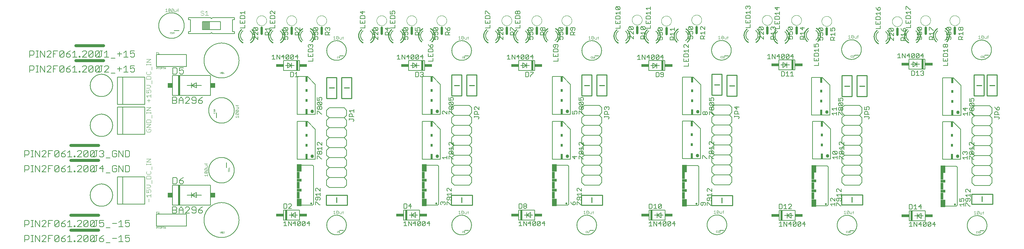
<source format=gto>
G75*
%MOIN*%
%OFA0B0*%
%FSLAX25Y25*%
%IPPOS*%
%LPD*%
%AMOC8*
5,1,8,0,0,1.08239X$1,22.5*
%
%ADD10C,0.00600*%
%ADD11C,0.00500*%
%ADD12C,0.01000*%
%ADD13C,0.03400*%
%ADD14R,0.02000X0.05500*%
%ADD15R,0.02000X0.03000*%
%ADD16C,0.02000*%
%ADD17R,0.05000X0.07500*%
%ADD18R,0.03000X0.07000*%
%ADD19R,0.05000X0.03000*%
%ADD20C,0.00800*%
%ADD21C,0.00100*%
%ADD22C,0.00300*%
%ADD23R,0.02000X0.10000*%
%ADD24R,0.07500X0.03000*%
%ADD25C,0.00700*%
%ADD26R,0.02000X0.20000*%
%ADD27R,0.04500X0.05000*%
%ADD28C,0.00400*%
%ADD29C,0.02400*%
%ADD30C,0.03150*%
D10*
X0002694Y0012800D02*
X0004829Y0012800D01*
X0003761Y0012800D02*
X0003761Y0019205D01*
X0002694Y0019205D02*
X0004829Y0019205D01*
X0006991Y0019205D02*
X0011261Y0012800D01*
X0011261Y0019205D01*
X0013436Y0018138D02*
X0014504Y0019205D01*
X0016639Y0019205D01*
X0017706Y0018138D01*
X0017706Y0017070D01*
X0013436Y0012800D01*
X0017706Y0012800D01*
X0019882Y0012800D02*
X0019882Y0019205D01*
X0024152Y0019205D01*
X0026327Y0018138D02*
X0027395Y0019205D01*
X0029530Y0019205D01*
X0030597Y0018138D01*
X0026327Y0013868D01*
X0027395Y0012800D01*
X0029530Y0012800D01*
X0030597Y0013868D01*
X0030597Y0018138D01*
X0032773Y0016003D02*
X0034908Y0018138D01*
X0037043Y0019205D01*
X0039218Y0017070D02*
X0041353Y0019205D01*
X0041353Y0012800D01*
X0039218Y0012800D02*
X0043488Y0012800D01*
X0045664Y0012800D02*
X0046731Y0012800D01*
X0046731Y0013868D01*
X0045664Y0013868D01*
X0045664Y0012800D01*
X0048886Y0012800D02*
X0053157Y0017070D01*
X0053157Y0018138D01*
X0052089Y0019205D01*
X0049954Y0019205D01*
X0048886Y0018138D01*
X0055332Y0018138D02*
X0056399Y0019205D01*
X0058535Y0019205D01*
X0059602Y0018138D01*
X0055332Y0013868D01*
X0056399Y0012800D01*
X0058535Y0012800D01*
X0059602Y0013868D01*
X0059602Y0018138D01*
X0061777Y0018138D02*
X0062845Y0019205D01*
X0064980Y0019205D01*
X0066048Y0018138D01*
X0061777Y0013868D01*
X0062845Y0012800D01*
X0064980Y0012800D01*
X0066048Y0013868D01*
X0066048Y0018138D01*
X0066685Y0019205D02*
X0068820Y0019205D01*
X0067753Y0019205D02*
X0067753Y0013868D01*
X0066685Y0012800D01*
X0065617Y0012800D01*
X0064550Y0013868D01*
X0061777Y0013868D02*
X0061777Y0018138D01*
X0055332Y0018138D02*
X0055332Y0013868D01*
X0053157Y0012800D02*
X0048886Y0012800D01*
X0037043Y0013868D02*
X0037043Y0014935D01*
X0035975Y0016003D01*
X0032773Y0016003D01*
X0032773Y0013868D01*
X0033840Y0012800D01*
X0035975Y0012800D01*
X0037043Y0013868D01*
X0026327Y0013868D02*
X0026327Y0018138D01*
X0022017Y0016003D02*
X0019882Y0016003D01*
X0006991Y0012800D02*
X0006991Y0019205D01*
X0000518Y0018138D02*
X0000518Y0016003D01*
X-0000549Y0014935D01*
X-0003752Y0014935D01*
X-0003752Y0012800D02*
X-0003752Y0019205D01*
X-0000549Y0019205D01*
X0000518Y0018138D01*
X0002694Y0027800D02*
X0004829Y0027800D01*
X0003761Y0027800D02*
X0003761Y0034205D01*
X0002694Y0034205D02*
X0004829Y0034205D01*
X0006991Y0034205D02*
X0011261Y0027800D01*
X0011261Y0034205D01*
X0013436Y0033138D02*
X0014504Y0034205D01*
X0016639Y0034205D01*
X0017706Y0033138D01*
X0017706Y0032070D01*
X0013436Y0027800D01*
X0017706Y0027800D01*
X0019882Y0027800D02*
X0019882Y0034205D01*
X0024152Y0034205D01*
X0026327Y0033138D02*
X0027395Y0034205D01*
X0029530Y0034205D01*
X0030597Y0033138D01*
X0026327Y0028868D01*
X0027395Y0027800D01*
X0029530Y0027800D01*
X0030597Y0028868D01*
X0030597Y0033138D01*
X0032773Y0031003D02*
X0034908Y0033138D01*
X0037043Y0034205D01*
X0039218Y0032070D02*
X0041353Y0034205D01*
X0041353Y0027800D01*
X0039218Y0027800D02*
X0043488Y0027800D01*
X0045664Y0027800D02*
X0046731Y0027800D01*
X0046731Y0028868D01*
X0045664Y0028868D01*
X0045664Y0027800D01*
X0048886Y0027800D02*
X0053157Y0032070D01*
X0053157Y0033138D01*
X0052089Y0034205D01*
X0049954Y0034205D01*
X0048886Y0033138D01*
X0055332Y0033138D02*
X0056399Y0034205D01*
X0058535Y0034205D01*
X0059602Y0033138D01*
X0055332Y0028868D01*
X0056399Y0027800D01*
X0058535Y0027800D01*
X0059602Y0028868D01*
X0059602Y0033138D01*
X0061777Y0033138D02*
X0062845Y0034205D01*
X0064980Y0034205D01*
X0066048Y0033138D01*
X0061777Y0028868D01*
X0062845Y0027800D01*
X0064980Y0027800D01*
X0066048Y0028868D01*
X0066048Y0033138D01*
X0066685Y0034205D02*
X0068820Y0034205D01*
X0067753Y0034205D02*
X0067753Y0028868D01*
X0066685Y0027800D01*
X0065617Y0027800D01*
X0064550Y0028868D01*
X0061777Y0028868D02*
X0061777Y0033138D01*
X0055332Y0033138D02*
X0055332Y0028868D01*
X0053157Y0027800D02*
X0048886Y0027800D01*
X0037043Y0028868D02*
X0037043Y0029935D01*
X0035975Y0031003D01*
X0032773Y0031003D01*
X0032773Y0028868D01*
X0033840Y0027800D01*
X0035975Y0027800D01*
X0037043Y0028868D01*
X0026327Y0028868D02*
X0026327Y0033138D01*
X0022017Y0031003D02*
X0019882Y0031003D01*
X0006991Y0027800D02*
X0006991Y0034205D01*
X0000518Y0033138D02*
X0000518Y0031003D01*
X-0000549Y0029935D01*
X-0003752Y0029935D01*
X-0003752Y0027800D02*
X-0003752Y0034205D01*
X-0000549Y0034205D01*
X0000518Y0033138D01*
X0070995Y0034205D02*
X0070995Y0031003D01*
X0073131Y0032070D01*
X0074198Y0032070D01*
X0075266Y0031003D01*
X0075266Y0028868D01*
X0074198Y0027800D01*
X0072063Y0027800D01*
X0070995Y0028868D01*
X0077441Y0026732D02*
X0081711Y0026732D01*
X0090332Y0027800D02*
X0094602Y0027800D01*
X0092467Y0027800D02*
X0092467Y0034205D01*
X0090332Y0032070D01*
X0088157Y0031003D02*
X0083886Y0031003D01*
X0075266Y0034205D02*
X0070995Y0034205D01*
X0096777Y0034205D02*
X0096777Y0031003D01*
X0098913Y0032070D01*
X0099980Y0032070D01*
X0101048Y0031003D01*
X0101048Y0028868D01*
X0099980Y0027800D01*
X0097845Y0027800D01*
X0096777Y0028868D01*
X0096777Y0034205D02*
X0101048Y0034205D01*
X0101048Y0019205D02*
X0096777Y0019205D01*
X0096777Y0016003D01*
X0098913Y0017070D01*
X0099980Y0017070D01*
X0101048Y0016003D01*
X0101048Y0013868D01*
X0099980Y0012800D01*
X0097845Y0012800D01*
X0096777Y0013868D01*
X0094602Y0012800D02*
X0090332Y0012800D01*
X0092467Y0012800D02*
X0092467Y0019205D01*
X0090332Y0017070D01*
X0088157Y0016003D02*
X0083886Y0016003D01*
X0075266Y0014935D02*
X0074198Y0016003D01*
X0070995Y0016003D01*
X0070995Y0013868D01*
X0072063Y0012800D01*
X0074198Y0012800D01*
X0075266Y0013868D01*
X0075266Y0014935D01*
X0073131Y0018138D02*
X0070995Y0016003D01*
X0073131Y0018138D02*
X0075266Y0019205D01*
X0077441Y0011732D02*
X0081711Y0011732D01*
X0254923Y0034500D02*
X0254923Y0044500D01*
X0270923Y0044500D01*
X0270923Y0034500D01*
X0254923Y0034500D01*
X0262923Y0037000D02*
X0262923Y0039500D01*
X0262923Y0042000D01*
X0262923Y0039500D02*
X0266923Y0042000D01*
X0266923Y0037000D01*
X0262923Y0039500D01*
X0268923Y0039500D01*
X0262923Y0039500D02*
X0260423Y0039500D01*
X0272423Y0049500D02*
X0283923Y0049500D01*
X0284923Y0050500D01*
X0284923Y0088500D01*
X0283923Y0089500D01*
X0272423Y0089500D01*
X0268423Y0095500D02*
X0286623Y0095500D01*
X0286623Y0125500D01*
X0278923Y0133400D01*
X0268423Y0133400D01*
X0268423Y0095500D01*
X0297923Y0094500D02*
X0297923Y0089500D01*
X0300423Y0087000D01*
X0315423Y0087000D01*
X0317923Y0084500D01*
X0317923Y0079500D01*
X0315423Y0077000D01*
X0317923Y0074500D01*
X0317923Y0069500D01*
X0315423Y0067000D01*
X0300423Y0067000D01*
X0297923Y0069500D01*
X0297923Y0074500D01*
X0300423Y0077000D01*
X0315423Y0077000D01*
X0300423Y0077000D02*
X0297923Y0079500D01*
X0297923Y0084500D01*
X0300423Y0087000D01*
X0315423Y0087000D02*
X0317923Y0089500D01*
X0317923Y0094500D01*
X0315423Y0097000D01*
X0300423Y0097000D01*
X0297923Y0094500D01*
X0300423Y0097000D02*
X0297923Y0099500D01*
X0297923Y0104500D01*
X0300423Y0107000D01*
X0315423Y0107000D01*
X0317923Y0104500D01*
X0317923Y0099500D01*
X0315423Y0097000D01*
X0315423Y0107000D02*
X0317923Y0109500D01*
X0317923Y0114500D01*
X0315423Y0117000D01*
X0300423Y0117000D01*
X0297923Y0114500D01*
X0297923Y0109500D01*
X0300423Y0107000D01*
X0300423Y0117000D02*
X0297923Y0119500D01*
X0297923Y0124500D01*
X0300423Y0127000D01*
X0315423Y0127000D01*
X0317923Y0124500D01*
X0317923Y0119500D01*
X0315423Y0117000D01*
X0315423Y0127000D02*
X0317923Y0129500D01*
X0317923Y0134500D01*
X0315423Y0137000D01*
X0300423Y0137000D01*
X0297923Y0134500D01*
X0297923Y0129500D01*
X0300423Y0127000D01*
X0300423Y0137000D02*
X0297923Y0139500D01*
X0297923Y0144500D01*
X0300423Y0147000D01*
X0315423Y0147000D01*
X0317923Y0144500D01*
X0317923Y0139500D01*
X0315423Y0137000D01*
X0286623Y0140500D02*
X0268423Y0140500D01*
X0268423Y0178400D01*
X0278923Y0178400D01*
X0286623Y0170500D01*
X0286623Y0140500D01*
X0393423Y0140500D02*
X0411623Y0140500D01*
X0411623Y0170500D01*
X0403923Y0178400D01*
X0393423Y0178400D01*
X0393423Y0140500D01*
X0422923Y0142000D02*
X0422923Y0147000D01*
X0425423Y0149500D01*
X0440423Y0149500D01*
X0442923Y0147000D01*
X0442923Y0142000D01*
X0440423Y0139500D01*
X0425423Y0139500D01*
X0422923Y0137000D01*
X0422923Y0132000D01*
X0425423Y0129500D01*
X0440423Y0129500D01*
X0442923Y0127000D01*
X0442923Y0122000D01*
X0440423Y0119500D01*
X0425423Y0119500D01*
X0422923Y0117000D01*
X0422923Y0112000D01*
X0425423Y0109500D01*
X0440423Y0109500D01*
X0442923Y0107000D01*
X0442923Y0102000D01*
X0440423Y0099500D01*
X0425423Y0099500D01*
X0422923Y0097000D01*
X0422923Y0092000D01*
X0425423Y0089500D01*
X0440423Y0089500D01*
X0442923Y0087000D01*
X0442923Y0082000D01*
X0440423Y0079500D01*
X0442923Y0077000D01*
X0442923Y0072000D01*
X0440423Y0069500D01*
X0425423Y0069500D01*
X0422923Y0072000D01*
X0422923Y0077000D01*
X0425423Y0079500D01*
X0440423Y0079500D01*
X0425423Y0079500D02*
X0422923Y0082000D01*
X0422923Y0087000D01*
X0425423Y0089500D01*
X0440423Y0089500D02*
X0442923Y0092000D01*
X0442923Y0097000D01*
X0440423Y0099500D01*
X0425423Y0099500D02*
X0422923Y0102000D01*
X0422923Y0107000D01*
X0425423Y0109500D01*
X0440423Y0109500D02*
X0442923Y0112000D01*
X0442923Y0117000D01*
X0440423Y0119500D01*
X0425423Y0119500D02*
X0422923Y0122000D01*
X0422923Y0127000D01*
X0425423Y0129500D01*
X0440423Y0129500D02*
X0442923Y0132000D01*
X0442923Y0137000D01*
X0440423Y0139500D01*
X0425423Y0139500D02*
X0422923Y0142000D01*
X0411623Y0125500D02*
X0403923Y0133400D01*
X0393423Y0133400D01*
X0393423Y0095500D01*
X0411623Y0095500D01*
X0411623Y0125500D01*
X0523423Y0133400D02*
X0533923Y0133400D01*
X0541623Y0125500D01*
X0541623Y0095500D01*
X0523423Y0095500D01*
X0523423Y0133400D01*
X0552923Y0132000D02*
X0552923Y0137000D01*
X0555423Y0139500D01*
X0570423Y0139500D01*
X0572923Y0137000D01*
X0572923Y0132000D01*
X0570423Y0129500D01*
X0555423Y0129500D01*
X0552923Y0127000D01*
X0552923Y0122000D01*
X0555423Y0119500D01*
X0570423Y0119500D01*
X0572923Y0117000D01*
X0572923Y0112000D01*
X0570423Y0109500D01*
X0555423Y0109500D01*
X0552923Y0107000D01*
X0552923Y0102000D01*
X0555423Y0099500D01*
X0570423Y0099500D01*
X0572923Y0097000D01*
X0572923Y0092000D01*
X0570423Y0089500D01*
X0555423Y0089500D01*
X0552923Y0087000D01*
X0552923Y0082000D01*
X0555423Y0079500D01*
X0552923Y0077000D01*
X0552923Y0072000D01*
X0555423Y0069500D01*
X0570423Y0069500D01*
X0572923Y0072000D01*
X0572923Y0077000D01*
X0570423Y0079500D01*
X0555423Y0079500D01*
X0570423Y0079500D02*
X0572923Y0082000D01*
X0572923Y0087000D01*
X0570423Y0089500D01*
X0555423Y0089500D02*
X0552923Y0092000D01*
X0552923Y0097000D01*
X0555423Y0099500D01*
X0570423Y0099500D02*
X0572923Y0102000D01*
X0572923Y0107000D01*
X0570423Y0109500D01*
X0555423Y0109500D02*
X0552923Y0112000D01*
X0552923Y0117000D01*
X0555423Y0119500D01*
X0570423Y0119500D02*
X0572923Y0122000D01*
X0572923Y0127000D01*
X0570423Y0129500D01*
X0555423Y0129500D02*
X0552923Y0132000D01*
X0555423Y0139500D02*
X0552923Y0142000D01*
X0552923Y0147000D01*
X0555423Y0149500D01*
X0570423Y0149500D01*
X0572923Y0147000D01*
X0572923Y0142000D01*
X0570423Y0139500D01*
X0541623Y0140500D02*
X0523423Y0140500D01*
X0523423Y0178400D01*
X0533923Y0178400D01*
X0541623Y0170500D01*
X0541623Y0140500D01*
X0653501Y0133900D02*
X0664001Y0133900D01*
X0671701Y0126000D01*
X0671701Y0096000D01*
X0653501Y0096000D01*
X0653501Y0133900D01*
X0653701Y0140000D02*
X0671901Y0140000D01*
X0671901Y0170000D01*
X0664201Y0177900D01*
X0653701Y0177900D01*
X0653701Y0140000D01*
X0683001Y0142333D02*
X0683001Y0147333D01*
X0685501Y0149833D01*
X0700501Y0149833D01*
X0703001Y0147333D01*
X0703001Y0142333D01*
X0700501Y0139833D01*
X0685501Y0139833D01*
X0683001Y0137333D01*
X0683001Y0132333D01*
X0685501Y0129833D01*
X0700501Y0129833D01*
X0703001Y0127333D01*
X0703001Y0122333D01*
X0700501Y0119833D01*
X0685501Y0119833D01*
X0683001Y0117333D01*
X0683001Y0112333D01*
X0685501Y0109833D01*
X0700501Y0109833D01*
X0703001Y0107333D01*
X0703001Y0102333D01*
X0700501Y0099833D01*
X0685501Y0099833D01*
X0683001Y0097333D01*
X0683001Y0092333D01*
X0685501Y0089833D01*
X0700501Y0089833D01*
X0703001Y0087333D01*
X0703001Y0082333D01*
X0700501Y0079833D01*
X0703001Y0077333D01*
X0703001Y0072333D01*
X0700501Y0069833D01*
X0685501Y0069833D01*
X0683001Y0072333D01*
X0683001Y0077333D01*
X0685501Y0079833D01*
X0700501Y0079833D01*
X0685501Y0079833D02*
X0683001Y0082333D01*
X0683001Y0087333D01*
X0685501Y0089833D01*
X0700501Y0089833D02*
X0703001Y0092333D01*
X0703001Y0097333D01*
X0700501Y0099833D01*
X0685501Y0099833D02*
X0683001Y0102333D01*
X0683001Y0107333D01*
X0685501Y0109833D01*
X0700501Y0109833D02*
X0703001Y0112333D01*
X0703001Y0117333D01*
X0700501Y0119833D01*
X0685501Y0119833D02*
X0683001Y0122333D01*
X0683001Y0127333D01*
X0685501Y0129833D01*
X0700501Y0129833D02*
X0703001Y0132333D01*
X0703001Y0137333D01*
X0700501Y0139833D01*
X0685501Y0139833D02*
X0683001Y0142333D01*
X0782701Y0139699D02*
X0800901Y0139699D01*
X0800901Y0169699D01*
X0793201Y0177599D01*
X0782701Y0177599D01*
X0782701Y0139699D01*
X0783501Y0133599D02*
X0794001Y0133599D01*
X0801701Y0125699D01*
X0801701Y0095699D01*
X0783501Y0095699D01*
X0783501Y0133599D01*
X0813001Y0132032D02*
X0815501Y0129532D01*
X0830501Y0129532D01*
X0833001Y0127032D01*
X0833001Y0122032D01*
X0830501Y0119532D01*
X0815501Y0119532D01*
X0813001Y0117032D01*
X0813001Y0112032D01*
X0815501Y0109532D01*
X0830501Y0109532D01*
X0833001Y0107032D01*
X0833001Y0102032D01*
X0830501Y0099532D01*
X0815501Y0099532D01*
X0813001Y0097032D01*
X0813001Y0092032D01*
X0815501Y0089532D01*
X0830501Y0089532D01*
X0833001Y0087032D01*
X0833001Y0082032D01*
X0830501Y0079532D01*
X0833001Y0077032D01*
X0833001Y0072032D01*
X0830501Y0069532D01*
X0815501Y0069532D01*
X0813001Y0072032D01*
X0813001Y0077032D01*
X0815501Y0079532D01*
X0830501Y0079532D01*
X0815501Y0079532D02*
X0813001Y0082032D01*
X0813001Y0087032D01*
X0815501Y0089532D01*
X0830501Y0089532D02*
X0833001Y0092032D01*
X0833001Y0097032D01*
X0830501Y0099532D01*
X0815501Y0099532D02*
X0813001Y0102032D01*
X0813001Y0107032D01*
X0815501Y0109532D01*
X0830501Y0109532D02*
X0833001Y0112032D01*
X0833001Y0117032D01*
X0830501Y0119532D01*
X0815501Y0119532D02*
X0813001Y0122032D01*
X0813001Y0127032D01*
X0815501Y0129532D01*
X0813001Y0132032D02*
X0813001Y0137032D01*
X0815501Y0139532D01*
X0830501Y0139532D01*
X0833001Y0137032D01*
X0833001Y0132032D01*
X0830501Y0129532D01*
X0830501Y0139532D02*
X0833001Y0142032D01*
X0833001Y0147032D01*
X0830501Y0149532D01*
X0815501Y0149532D01*
X0813001Y0147032D01*
X0813001Y0142032D01*
X0815501Y0139532D01*
X0913501Y0133298D02*
X0924001Y0133298D01*
X0931701Y0125398D01*
X0931701Y0095398D01*
X0913501Y0095398D01*
X0913501Y0133298D01*
X0943001Y0131731D02*
X0943001Y0136731D01*
X0945501Y0139231D01*
X0960501Y0139231D01*
X0963001Y0136731D01*
X0963001Y0131731D01*
X0960501Y0129231D01*
X0945501Y0129231D01*
X0943001Y0126731D01*
X0943001Y0121731D01*
X0945501Y0119231D01*
X0960501Y0119231D01*
X0963001Y0116731D01*
X0963001Y0111731D01*
X0960501Y0109231D01*
X0945501Y0109231D01*
X0943001Y0106731D01*
X0943001Y0101731D01*
X0945501Y0099231D01*
X0960501Y0099231D01*
X0963001Y0096731D01*
X0963001Y0091731D01*
X0960501Y0089231D01*
X0945501Y0089231D01*
X0943001Y0086731D01*
X0943001Y0081731D01*
X0945501Y0079231D01*
X0943001Y0076731D01*
X0943001Y0071731D01*
X0945501Y0069231D01*
X0960501Y0069231D01*
X0963001Y0071731D01*
X0963001Y0076731D01*
X0960501Y0079231D01*
X0945501Y0079231D01*
X0960501Y0079231D02*
X0963001Y0081731D01*
X0963001Y0086731D01*
X0960501Y0089231D01*
X0945501Y0089231D02*
X0943001Y0091731D01*
X0943001Y0096731D01*
X0945501Y0099231D01*
X0960501Y0099231D02*
X0963001Y0101731D01*
X0963001Y0106731D01*
X0960501Y0109231D01*
X0945501Y0109231D02*
X0943001Y0111731D01*
X0943001Y0116731D01*
X0945501Y0119231D01*
X0960501Y0119231D02*
X0963001Y0121731D01*
X0963001Y0126731D01*
X0960501Y0129231D01*
X0945501Y0129231D02*
X0943001Y0131731D01*
X0945501Y0139231D02*
X0943001Y0141731D01*
X0943001Y0146731D01*
X0945501Y0149231D01*
X0960501Y0149231D01*
X0963001Y0146731D01*
X0963001Y0141731D01*
X0960501Y0139231D01*
X0931901Y0139398D02*
X0913701Y0139398D01*
X0913701Y0177298D01*
X0924201Y0177298D01*
X0931901Y0169398D01*
X0931901Y0139398D01*
X0896051Y0185764D02*
X0880051Y0185764D01*
X0880051Y0195764D01*
X0896051Y0195764D01*
X0896051Y0185764D01*
X0888051Y0188264D02*
X0888051Y0190764D01*
X0888051Y0193264D01*
X0888051Y0190764D02*
X0882051Y0190764D01*
X0884051Y0188264D02*
X0888051Y0190764D01*
X0884051Y0193264D01*
X0884051Y0188264D01*
X0888051Y0190764D02*
X0890551Y0190764D01*
X0766051Y0195065D02*
X0766051Y0185065D01*
X0750051Y0185065D01*
X0750051Y0195065D01*
X0766051Y0195065D01*
X0758051Y0192565D02*
X0758051Y0190065D01*
X0758051Y0187565D01*
X0758051Y0190065D02*
X0754051Y0187565D01*
X0754051Y0192565D01*
X0758051Y0190065D01*
X0752051Y0190065D01*
X0758051Y0190065D02*
X0760551Y0190065D01*
X0636051Y0194366D02*
X0636051Y0184366D01*
X0620051Y0184366D01*
X0620051Y0194366D01*
X0636051Y0194366D01*
X0628051Y0191866D02*
X0628051Y0189366D01*
X0628051Y0186866D01*
X0628051Y0189366D02*
X0624051Y0186866D01*
X0624051Y0191866D01*
X0628051Y0189366D01*
X0622051Y0189366D01*
X0628051Y0189366D02*
X0630551Y0189366D01*
X0505923Y0184500D02*
X0505923Y0194500D01*
X0489923Y0194500D01*
X0489923Y0184500D01*
X0505923Y0184500D01*
X0497923Y0187000D02*
X0497923Y0189500D01*
X0497923Y0192000D01*
X0497923Y0189500D02*
X0493923Y0192000D01*
X0493923Y0187000D01*
X0497923Y0189500D01*
X0491923Y0189500D01*
X0497923Y0189500D02*
X0500423Y0189500D01*
X0395923Y0184500D02*
X0395923Y0194500D01*
X0379923Y0194500D01*
X0379923Y0184500D01*
X0395923Y0184500D01*
X0387923Y0187000D02*
X0387923Y0189500D01*
X0387923Y0192000D01*
X0387923Y0189500D02*
X0381923Y0189500D01*
X0383923Y0187000D02*
X0387923Y0189500D01*
X0383923Y0192000D01*
X0383923Y0187000D01*
X0387923Y0189500D02*
X0390423Y0189500D01*
X0270923Y0184500D02*
X0270923Y0194500D01*
X0254923Y0194500D01*
X0254923Y0184500D01*
X0270923Y0184500D01*
X0262923Y0187000D02*
X0262923Y0189500D01*
X0262923Y0192000D01*
X0262923Y0189500D02*
X0256923Y0189500D01*
X0258923Y0187000D02*
X0262923Y0189500D01*
X0258923Y0192000D01*
X0258923Y0187000D01*
X0262923Y0189500D02*
X0265423Y0189500D01*
X0181923Y0179500D02*
X0143923Y0179500D01*
X0143923Y0159500D01*
X0181923Y0159500D01*
X0181923Y0179500D01*
X0167923Y0172000D02*
X0167923Y0167000D01*
X0162923Y0169500D01*
X0162923Y0167000D01*
X0162923Y0169500D02*
X0158423Y0169500D01*
X0162923Y0169500D02*
X0167923Y0172000D01*
X0162923Y0172000D02*
X0162923Y0169500D01*
X0172923Y0169500D01*
X0106048Y0183868D02*
X0104980Y0182800D01*
X0102845Y0182800D01*
X0101777Y0183868D01*
X0101777Y0186003D02*
X0103913Y0187070D01*
X0104980Y0187070D01*
X0106048Y0186003D01*
X0106048Y0183868D01*
X0101777Y0186003D02*
X0101777Y0189205D01*
X0106048Y0189205D01*
X0097467Y0189205D02*
X0095332Y0187070D01*
X0093157Y0186003D02*
X0088886Y0186003D01*
X0091022Y0188138D02*
X0091022Y0183868D01*
X0095332Y0182800D02*
X0099602Y0182800D01*
X0097467Y0182800D02*
X0097467Y0189205D01*
X0080266Y0188138D02*
X0079198Y0189205D01*
X0077063Y0189205D01*
X0075995Y0188138D01*
X0073820Y0189205D02*
X0071685Y0189205D01*
X0072753Y0189205D02*
X0072753Y0183868D01*
X0071685Y0182800D01*
X0070617Y0182800D01*
X0069550Y0183868D01*
X0069980Y0182800D02*
X0067845Y0182800D01*
X0066777Y0183868D01*
X0071048Y0188138D01*
X0071048Y0183868D01*
X0069980Y0182800D01*
X0066777Y0183868D02*
X0066777Y0188138D01*
X0067845Y0189205D01*
X0069980Y0189205D01*
X0071048Y0188138D01*
X0064602Y0188138D02*
X0060332Y0183868D01*
X0061399Y0182800D01*
X0063535Y0182800D01*
X0064602Y0183868D01*
X0064602Y0188138D01*
X0063535Y0189205D01*
X0061399Y0189205D01*
X0060332Y0188138D01*
X0060332Y0183868D01*
X0058157Y0182800D02*
X0053886Y0182800D01*
X0058157Y0187070D01*
X0058157Y0188138D01*
X0057089Y0189205D01*
X0054954Y0189205D01*
X0053886Y0188138D01*
X0046353Y0189205D02*
X0046353Y0182800D01*
X0044218Y0182800D02*
X0048488Y0182800D01*
X0050664Y0182800D02*
X0051731Y0182800D01*
X0051731Y0183868D01*
X0050664Y0183868D01*
X0050664Y0182800D01*
X0042043Y0183868D02*
X0042043Y0184935D01*
X0040975Y0186003D01*
X0037773Y0186003D01*
X0037773Y0183868D01*
X0038840Y0182800D01*
X0040975Y0182800D01*
X0042043Y0183868D01*
X0039908Y0188138D02*
X0037773Y0186003D01*
X0039908Y0188138D02*
X0042043Y0189205D01*
X0044218Y0187070D02*
X0046353Y0189205D01*
X0035597Y0188138D02*
X0031327Y0183868D01*
X0032395Y0182800D01*
X0034530Y0182800D01*
X0035597Y0183868D01*
X0035597Y0188138D01*
X0034530Y0189205D01*
X0032395Y0189205D01*
X0031327Y0188138D01*
X0031327Y0183868D01*
X0027017Y0186003D02*
X0024882Y0186003D01*
X0022706Y0187070D02*
X0018436Y0182800D01*
X0022706Y0182800D01*
X0024882Y0182800D02*
X0024882Y0189205D01*
X0029152Y0189205D01*
X0022706Y0188138D02*
X0021639Y0189205D01*
X0019504Y0189205D01*
X0018436Y0188138D01*
X0016261Y0189205D02*
X0016261Y0182800D01*
X0011991Y0189205D01*
X0011991Y0182800D01*
X0009829Y0182800D02*
X0007694Y0182800D01*
X0008761Y0182800D02*
X0008761Y0189205D01*
X0007694Y0189205D02*
X0009829Y0189205D01*
X0005518Y0188138D02*
X0004451Y0189205D01*
X0001248Y0189205D01*
X0001248Y0182800D01*
X0001248Y0184935D02*
X0004451Y0184935D01*
X0005518Y0186003D01*
X0005518Y0188138D01*
X0022706Y0188138D02*
X0022706Y0187070D01*
X0022706Y0197800D02*
X0018436Y0197800D01*
X0022706Y0202070D01*
X0022706Y0203138D01*
X0021639Y0204205D01*
X0019504Y0204205D01*
X0018436Y0203138D01*
X0016261Y0204205D02*
X0016261Y0197800D01*
X0011991Y0204205D01*
X0011991Y0197800D01*
X0009829Y0197800D02*
X0007694Y0197800D01*
X0008761Y0197800D02*
X0008761Y0204205D01*
X0007694Y0204205D02*
X0009829Y0204205D01*
X0005518Y0203138D02*
X0004451Y0204205D01*
X0001248Y0204205D01*
X0001248Y0197800D01*
X0001248Y0199935D02*
X0004451Y0199935D01*
X0005518Y0201003D01*
X0005518Y0203138D01*
X0024882Y0204205D02*
X0029152Y0204205D01*
X0031327Y0203138D02*
X0032395Y0204205D01*
X0034530Y0204205D01*
X0035597Y0203138D01*
X0031327Y0198868D01*
X0032395Y0197800D01*
X0034530Y0197800D01*
X0035597Y0198868D01*
X0035597Y0203138D01*
X0037773Y0201003D02*
X0040975Y0201003D01*
X0042043Y0199935D01*
X0042043Y0198868D01*
X0040975Y0197800D01*
X0038840Y0197800D01*
X0037773Y0198868D01*
X0037773Y0201003D01*
X0039908Y0203138D01*
X0042043Y0204205D01*
X0044218Y0202070D02*
X0046353Y0204205D01*
X0046353Y0197800D01*
X0044218Y0197800D02*
X0048488Y0197800D01*
X0050664Y0197800D02*
X0051731Y0197800D01*
X0051731Y0198868D01*
X0050664Y0198868D01*
X0050664Y0197800D01*
X0053886Y0197800D02*
X0058157Y0202070D01*
X0058157Y0203138D01*
X0057089Y0204205D01*
X0054954Y0204205D01*
X0053886Y0203138D01*
X0060332Y0203138D02*
X0061399Y0204205D01*
X0063535Y0204205D01*
X0064602Y0203138D01*
X0060332Y0198868D01*
X0061399Y0197800D01*
X0063535Y0197800D01*
X0064602Y0198868D01*
X0064602Y0203138D01*
X0066777Y0203138D02*
X0067845Y0204205D01*
X0069980Y0204205D01*
X0071048Y0203138D01*
X0066777Y0198868D01*
X0067845Y0197800D01*
X0069980Y0197800D01*
X0071048Y0198868D01*
X0071048Y0203138D01*
X0071685Y0204205D02*
X0073820Y0204205D01*
X0072753Y0204205D02*
X0072753Y0198868D01*
X0071685Y0197800D01*
X0070617Y0197800D01*
X0069550Y0198868D01*
X0066777Y0198868D02*
X0066777Y0203138D01*
X0060332Y0203138D02*
X0060332Y0198868D01*
X0058157Y0197800D02*
X0053886Y0197800D01*
X0075995Y0197800D02*
X0080266Y0197800D01*
X0078131Y0197800D02*
X0078131Y0204205D01*
X0075995Y0202070D01*
X0088886Y0201003D02*
X0093157Y0201003D01*
X0095332Y0202070D02*
X0097467Y0204205D01*
X0097467Y0197800D01*
X0095332Y0197800D02*
X0099602Y0197800D01*
X0101777Y0198868D02*
X0102845Y0197800D01*
X0104980Y0197800D01*
X0106048Y0198868D01*
X0106048Y0201003D01*
X0104980Y0202070D01*
X0103913Y0202070D01*
X0101777Y0201003D01*
X0101777Y0204205D01*
X0106048Y0204205D01*
X0091022Y0203138D02*
X0091022Y0198868D01*
X0086711Y0196732D02*
X0082441Y0196732D01*
X0080266Y0188138D02*
X0080266Y0187070D01*
X0075995Y0182800D01*
X0080266Y0182800D01*
X0082441Y0181732D02*
X0086711Y0181732D01*
X0031327Y0198868D02*
X0031327Y0203138D01*
X0027017Y0201003D02*
X0024882Y0201003D01*
X0024882Y0204205D02*
X0024882Y0197800D01*
X0221606Y0224236D02*
X0221725Y0224142D01*
X0221841Y0224044D01*
X0221955Y0223944D01*
X0222066Y0223840D01*
X0222174Y0223734D01*
X0222280Y0223626D01*
X0222382Y0223514D01*
X0222482Y0223400D01*
X0222580Y0223284D01*
X0222674Y0223165D01*
X0222765Y0223044D01*
X0222853Y0222920D01*
X0222938Y0222794D01*
X0223019Y0222667D01*
X0223098Y0222537D01*
X0223173Y0222405D01*
X0223244Y0222272D01*
X0223313Y0222136D01*
X0223378Y0221999D01*
X0223439Y0221861D01*
X0223497Y0221720D01*
X0223551Y0221579D01*
X0223602Y0221436D01*
X0223649Y0221292D01*
X0223693Y0221147D01*
X0223732Y0221000D01*
X0223768Y0220853D01*
X0223801Y0220705D01*
X0223829Y0220556D01*
X0223854Y0220406D01*
X0223875Y0220256D01*
X0223892Y0220106D01*
X0223906Y0219954D01*
X0223915Y0219803D01*
X0223921Y0219652D01*
X0223923Y0219500D01*
X0214323Y0214700D02*
X0214204Y0214792D01*
X0214087Y0214886D01*
X0213973Y0214984D01*
X0213861Y0215084D01*
X0213751Y0215188D01*
X0213645Y0215293D01*
X0213540Y0215402D01*
X0213439Y0215513D01*
X0213341Y0215627D01*
X0213245Y0215743D01*
X0213152Y0215861D01*
X0213063Y0215982D01*
X0212976Y0216105D01*
X0212893Y0216230D01*
X0212812Y0216357D01*
X0212735Y0216486D01*
X0212661Y0216617D01*
X0212590Y0216750D01*
X0212523Y0216884D01*
X0212459Y0217020D01*
X0212399Y0217158D01*
X0212342Y0217297D01*
X0212289Y0217438D01*
X0212239Y0217580D01*
X0212192Y0217723D01*
X0212150Y0217867D01*
X0212110Y0218012D01*
X0212075Y0218158D01*
X0212043Y0218305D01*
X0212015Y0218453D01*
X0211991Y0218601D01*
X0211970Y0218750D01*
X0211953Y0218900D01*
X0211940Y0219049D01*
X0211931Y0219199D01*
X0211925Y0219350D01*
X0211923Y0219500D01*
X0221606Y0214764D02*
X0221725Y0214858D01*
X0221841Y0214956D01*
X0221955Y0215056D01*
X0222066Y0215160D01*
X0222174Y0215266D01*
X0222280Y0215374D01*
X0222382Y0215486D01*
X0222482Y0215600D01*
X0222580Y0215716D01*
X0222674Y0215835D01*
X0222765Y0215956D01*
X0222853Y0216080D01*
X0222938Y0216206D01*
X0223019Y0216333D01*
X0223098Y0216463D01*
X0223173Y0216595D01*
X0223244Y0216728D01*
X0223313Y0216864D01*
X0223378Y0217001D01*
X0223439Y0217139D01*
X0223497Y0217280D01*
X0223551Y0217421D01*
X0223602Y0217564D01*
X0223649Y0217708D01*
X0223693Y0217853D01*
X0223732Y0218000D01*
X0223768Y0218147D01*
X0223801Y0218295D01*
X0223829Y0218444D01*
X0223854Y0218594D01*
X0223875Y0218744D01*
X0223892Y0218894D01*
X0223906Y0219046D01*
X0223915Y0219197D01*
X0223921Y0219348D01*
X0223923Y0219500D01*
X0214436Y0224382D02*
X0214311Y0224291D01*
X0214189Y0224197D01*
X0214070Y0224099D01*
X0213953Y0223999D01*
X0213839Y0223895D01*
X0213727Y0223789D01*
X0213619Y0223680D01*
X0213513Y0223568D01*
X0213410Y0223453D01*
X0213310Y0223336D01*
X0213212Y0223216D01*
X0213119Y0223094D01*
X0213028Y0222970D01*
X0212940Y0222843D01*
X0212856Y0222714D01*
X0212775Y0222582D01*
X0212698Y0222449D01*
X0212624Y0222314D01*
X0212553Y0222177D01*
X0212486Y0222038D01*
X0212423Y0221898D01*
X0212363Y0221755D01*
X0212307Y0221612D01*
X0212255Y0221467D01*
X0212206Y0221321D01*
X0212161Y0221173D01*
X0212120Y0221025D01*
X0212083Y0220875D01*
X0212049Y0220725D01*
X0212020Y0220573D01*
X0211994Y0220421D01*
X0211972Y0220269D01*
X0211955Y0220116D01*
X0211941Y0219962D01*
X0211931Y0219808D01*
X0211925Y0219654D01*
X0211923Y0219500D01*
X0251606Y0214764D02*
X0251725Y0214858D01*
X0251841Y0214956D01*
X0251955Y0215056D01*
X0252066Y0215160D01*
X0252174Y0215266D01*
X0252280Y0215374D01*
X0252382Y0215486D01*
X0252482Y0215600D01*
X0252580Y0215716D01*
X0252674Y0215835D01*
X0252765Y0215956D01*
X0252853Y0216080D01*
X0252938Y0216206D01*
X0253019Y0216333D01*
X0253098Y0216463D01*
X0253173Y0216595D01*
X0253244Y0216728D01*
X0253313Y0216864D01*
X0253378Y0217001D01*
X0253439Y0217139D01*
X0253497Y0217280D01*
X0253551Y0217421D01*
X0253602Y0217564D01*
X0253649Y0217708D01*
X0253693Y0217853D01*
X0253732Y0218000D01*
X0253768Y0218147D01*
X0253801Y0218295D01*
X0253829Y0218444D01*
X0253854Y0218594D01*
X0253875Y0218744D01*
X0253892Y0218894D01*
X0253906Y0219046D01*
X0253915Y0219197D01*
X0253921Y0219348D01*
X0253923Y0219500D01*
X0244323Y0214700D02*
X0244204Y0214792D01*
X0244087Y0214886D01*
X0243973Y0214984D01*
X0243861Y0215084D01*
X0243751Y0215188D01*
X0243645Y0215293D01*
X0243540Y0215402D01*
X0243439Y0215513D01*
X0243341Y0215627D01*
X0243245Y0215743D01*
X0243152Y0215861D01*
X0243063Y0215982D01*
X0242976Y0216105D01*
X0242893Y0216230D01*
X0242812Y0216357D01*
X0242735Y0216486D01*
X0242661Y0216617D01*
X0242590Y0216750D01*
X0242523Y0216884D01*
X0242459Y0217020D01*
X0242399Y0217158D01*
X0242342Y0217297D01*
X0242289Y0217438D01*
X0242239Y0217580D01*
X0242192Y0217723D01*
X0242150Y0217867D01*
X0242110Y0218012D01*
X0242075Y0218158D01*
X0242043Y0218305D01*
X0242015Y0218453D01*
X0241991Y0218601D01*
X0241970Y0218750D01*
X0241953Y0218900D01*
X0241940Y0219049D01*
X0241931Y0219199D01*
X0241925Y0219350D01*
X0241923Y0219500D01*
X0251606Y0224236D02*
X0251725Y0224142D01*
X0251841Y0224044D01*
X0251955Y0223944D01*
X0252066Y0223840D01*
X0252174Y0223734D01*
X0252280Y0223626D01*
X0252382Y0223514D01*
X0252482Y0223400D01*
X0252580Y0223284D01*
X0252674Y0223165D01*
X0252765Y0223044D01*
X0252853Y0222920D01*
X0252938Y0222794D01*
X0253019Y0222667D01*
X0253098Y0222537D01*
X0253173Y0222405D01*
X0253244Y0222272D01*
X0253313Y0222136D01*
X0253378Y0221999D01*
X0253439Y0221861D01*
X0253497Y0221720D01*
X0253551Y0221579D01*
X0253602Y0221436D01*
X0253649Y0221292D01*
X0253693Y0221147D01*
X0253732Y0221000D01*
X0253768Y0220853D01*
X0253801Y0220705D01*
X0253829Y0220556D01*
X0253854Y0220406D01*
X0253875Y0220256D01*
X0253892Y0220106D01*
X0253906Y0219954D01*
X0253915Y0219803D01*
X0253921Y0219652D01*
X0253923Y0219500D01*
X0244436Y0224382D02*
X0244311Y0224291D01*
X0244189Y0224197D01*
X0244070Y0224099D01*
X0243953Y0223999D01*
X0243839Y0223895D01*
X0243727Y0223789D01*
X0243619Y0223680D01*
X0243513Y0223568D01*
X0243410Y0223453D01*
X0243310Y0223336D01*
X0243212Y0223216D01*
X0243119Y0223094D01*
X0243028Y0222970D01*
X0242940Y0222843D01*
X0242856Y0222714D01*
X0242775Y0222582D01*
X0242698Y0222449D01*
X0242624Y0222314D01*
X0242553Y0222177D01*
X0242486Y0222038D01*
X0242423Y0221898D01*
X0242363Y0221755D01*
X0242307Y0221612D01*
X0242255Y0221467D01*
X0242206Y0221321D01*
X0242161Y0221173D01*
X0242120Y0221025D01*
X0242083Y0220875D01*
X0242049Y0220725D01*
X0242020Y0220573D01*
X0241994Y0220421D01*
X0241972Y0220269D01*
X0241955Y0220116D01*
X0241941Y0219962D01*
X0241931Y0219808D01*
X0241925Y0219654D01*
X0241923Y0219500D01*
X0281523Y0224300D02*
X0281642Y0224208D01*
X0281759Y0224114D01*
X0281873Y0224016D01*
X0281985Y0223916D01*
X0282095Y0223812D01*
X0282201Y0223707D01*
X0282306Y0223598D01*
X0282407Y0223487D01*
X0282505Y0223373D01*
X0282601Y0223257D01*
X0282694Y0223139D01*
X0282783Y0223018D01*
X0282870Y0222895D01*
X0282953Y0222770D01*
X0283034Y0222643D01*
X0283111Y0222514D01*
X0283185Y0222383D01*
X0283256Y0222250D01*
X0283323Y0222116D01*
X0283387Y0221980D01*
X0283447Y0221842D01*
X0283504Y0221703D01*
X0283557Y0221562D01*
X0283607Y0221420D01*
X0283654Y0221277D01*
X0283696Y0221133D01*
X0283736Y0220988D01*
X0283771Y0220842D01*
X0283803Y0220695D01*
X0283831Y0220547D01*
X0283855Y0220399D01*
X0283876Y0220250D01*
X0283893Y0220100D01*
X0283906Y0219951D01*
X0283915Y0219801D01*
X0283921Y0219650D01*
X0283923Y0219500D01*
X0274240Y0224236D02*
X0274121Y0224142D01*
X0274005Y0224044D01*
X0273891Y0223944D01*
X0273780Y0223840D01*
X0273672Y0223734D01*
X0273566Y0223626D01*
X0273464Y0223514D01*
X0273364Y0223400D01*
X0273266Y0223284D01*
X0273172Y0223165D01*
X0273081Y0223044D01*
X0272993Y0222920D01*
X0272908Y0222794D01*
X0272827Y0222667D01*
X0272748Y0222537D01*
X0272673Y0222405D01*
X0272602Y0222272D01*
X0272533Y0222136D01*
X0272468Y0221999D01*
X0272407Y0221861D01*
X0272349Y0221720D01*
X0272295Y0221579D01*
X0272244Y0221436D01*
X0272197Y0221292D01*
X0272153Y0221147D01*
X0272114Y0221000D01*
X0272078Y0220853D01*
X0272045Y0220705D01*
X0272017Y0220556D01*
X0271992Y0220406D01*
X0271971Y0220256D01*
X0271954Y0220106D01*
X0271940Y0219954D01*
X0271931Y0219803D01*
X0271925Y0219652D01*
X0271923Y0219500D01*
X0281410Y0214618D02*
X0281535Y0214709D01*
X0281657Y0214803D01*
X0281776Y0214901D01*
X0281893Y0215001D01*
X0282007Y0215105D01*
X0282119Y0215211D01*
X0282227Y0215320D01*
X0282333Y0215432D01*
X0282436Y0215547D01*
X0282536Y0215664D01*
X0282634Y0215784D01*
X0282727Y0215906D01*
X0282818Y0216030D01*
X0282906Y0216157D01*
X0282990Y0216286D01*
X0283071Y0216418D01*
X0283148Y0216551D01*
X0283222Y0216686D01*
X0283293Y0216823D01*
X0283360Y0216962D01*
X0283423Y0217102D01*
X0283483Y0217245D01*
X0283539Y0217388D01*
X0283591Y0217533D01*
X0283640Y0217679D01*
X0283685Y0217827D01*
X0283726Y0217975D01*
X0283763Y0218125D01*
X0283797Y0218275D01*
X0283826Y0218427D01*
X0283852Y0218579D01*
X0283874Y0218731D01*
X0283891Y0218884D01*
X0283905Y0219038D01*
X0283915Y0219192D01*
X0283921Y0219346D01*
X0283923Y0219500D01*
X0274240Y0214764D02*
X0274121Y0214858D01*
X0274005Y0214956D01*
X0273891Y0215056D01*
X0273780Y0215160D01*
X0273672Y0215266D01*
X0273566Y0215374D01*
X0273464Y0215486D01*
X0273364Y0215600D01*
X0273266Y0215716D01*
X0273172Y0215835D01*
X0273081Y0215956D01*
X0272993Y0216080D01*
X0272908Y0216206D01*
X0272827Y0216333D01*
X0272748Y0216463D01*
X0272673Y0216595D01*
X0272602Y0216728D01*
X0272533Y0216864D01*
X0272468Y0217001D01*
X0272407Y0217139D01*
X0272349Y0217280D01*
X0272295Y0217421D01*
X0272244Y0217564D01*
X0272197Y0217708D01*
X0272153Y0217853D01*
X0272114Y0218000D01*
X0272078Y0218147D01*
X0272045Y0218295D01*
X0272017Y0218444D01*
X0271992Y0218594D01*
X0271971Y0218744D01*
X0271954Y0218894D01*
X0271940Y0219046D01*
X0271931Y0219197D01*
X0271925Y0219348D01*
X0271923Y0219500D01*
X0341606Y0214764D02*
X0341725Y0214858D01*
X0341841Y0214956D01*
X0341955Y0215056D01*
X0342066Y0215160D01*
X0342174Y0215266D01*
X0342280Y0215374D01*
X0342382Y0215486D01*
X0342482Y0215600D01*
X0342580Y0215716D01*
X0342674Y0215835D01*
X0342765Y0215956D01*
X0342853Y0216080D01*
X0342938Y0216206D01*
X0343019Y0216333D01*
X0343098Y0216463D01*
X0343173Y0216595D01*
X0343244Y0216728D01*
X0343313Y0216864D01*
X0343378Y0217001D01*
X0343439Y0217139D01*
X0343497Y0217280D01*
X0343551Y0217421D01*
X0343602Y0217564D01*
X0343649Y0217708D01*
X0343693Y0217853D01*
X0343732Y0218000D01*
X0343768Y0218147D01*
X0343801Y0218295D01*
X0343829Y0218444D01*
X0343854Y0218594D01*
X0343875Y0218744D01*
X0343892Y0218894D01*
X0343906Y0219046D01*
X0343915Y0219197D01*
X0343921Y0219348D01*
X0343923Y0219500D01*
X0334323Y0214700D02*
X0334204Y0214792D01*
X0334087Y0214886D01*
X0333973Y0214984D01*
X0333861Y0215084D01*
X0333751Y0215188D01*
X0333645Y0215293D01*
X0333540Y0215402D01*
X0333439Y0215513D01*
X0333341Y0215627D01*
X0333245Y0215743D01*
X0333152Y0215861D01*
X0333063Y0215982D01*
X0332976Y0216105D01*
X0332893Y0216230D01*
X0332812Y0216357D01*
X0332735Y0216486D01*
X0332661Y0216617D01*
X0332590Y0216750D01*
X0332523Y0216884D01*
X0332459Y0217020D01*
X0332399Y0217158D01*
X0332342Y0217297D01*
X0332289Y0217438D01*
X0332239Y0217580D01*
X0332192Y0217723D01*
X0332150Y0217867D01*
X0332110Y0218012D01*
X0332075Y0218158D01*
X0332043Y0218305D01*
X0332015Y0218453D01*
X0331991Y0218601D01*
X0331970Y0218750D01*
X0331953Y0218900D01*
X0331940Y0219049D01*
X0331931Y0219199D01*
X0331925Y0219350D01*
X0331923Y0219500D01*
X0341606Y0224236D02*
X0341725Y0224142D01*
X0341841Y0224044D01*
X0341955Y0223944D01*
X0342066Y0223840D01*
X0342174Y0223734D01*
X0342280Y0223626D01*
X0342382Y0223514D01*
X0342482Y0223400D01*
X0342580Y0223284D01*
X0342674Y0223165D01*
X0342765Y0223044D01*
X0342853Y0222920D01*
X0342938Y0222794D01*
X0343019Y0222667D01*
X0343098Y0222537D01*
X0343173Y0222405D01*
X0343244Y0222272D01*
X0343313Y0222136D01*
X0343378Y0221999D01*
X0343439Y0221861D01*
X0343497Y0221720D01*
X0343551Y0221579D01*
X0343602Y0221436D01*
X0343649Y0221292D01*
X0343693Y0221147D01*
X0343732Y0221000D01*
X0343768Y0220853D01*
X0343801Y0220705D01*
X0343829Y0220556D01*
X0343854Y0220406D01*
X0343875Y0220256D01*
X0343892Y0220106D01*
X0343906Y0219954D01*
X0343915Y0219803D01*
X0343921Y0219652D01*
X0343923Y0219500D01*
X0334436Y0224382D02*
X0334311Y0224291D01*
X0334189Y0224197D01*
X0334070Y0224099D01*
X0333953Y0223999D01*
X0333839Y0223895D01*
X0333727Y0223789D01*
X0333619Y0223680D01*
X0333513Y0223568D01*
X0333410Y0223453D01*
X0333310Y0223336D01*
X0333212Y0223216D01*
X0333119Y0223094D01*
X0333028Y0222970D01*
X0332940Y0222843D01*
X0332856Y0222714D01*
X0332775Y0222582D01*
X0332698Y0222449D01*
X0332624Y0222314D01*
X0332553Y0222177D01*
X0332486Y0222038D01*
X0332423Y0221898D01*
X0332363Y0221755D01*
X0332307Y0221612D01*
X0332255Y0221467D01*
X0332206Y0221321D01*
X0332161Y0221173D01*
X0332120Y0221025D01*
X0332083Y0220875D01*
X0332049Y0220725D01*
X0332020Y0220573D01*
X0331994Y0220421D01*
X0331972Y0220269D01*
X0331955Y0220116D01*
X0331941Y0219962D01*
X0331931Y0219808D01*
X0331925Y0219654D01*
X0331923Y0219500D01*
X0371606Y0214764D02*
X0371725Y0214858D01*
X0371841Y0214956D01*
X0371955Y0215056D01*
X0372066Y0215160D01*
X0372174Y0215266D01*
X0372280Y0215374D01*
X0372382Y0215486D01*
X0372482Y0215600D01*
X0372580Y0215716D01*
X0372674Y0215835D01*
X0372765Y0215956D01*
X0372853Y0216080D01*
X0372938Y0216206D01*
X0373019Y0216333D01*
X0373098Y0216463D01*
X0373173Y0216595D01*
X0373244Y0216728D01*
X0373313Y0216864D01*
X0373378Y0217001D01*
X0373439Y0217139D01*
X0373497Y0217280D01*
X0373551Y0217421D01*
X0373602Y0217564D01*
X0373649Y0217708D01*
X0373693Y0217853D01*
X0373732Y0218000D01*
X0373768Y0218147D01*
X0373801Y0218295D01*
X0373829Y0218444D01*
X0373854Y0218594D01*
X0373875Y0218744D01*
X0373892Y0218894D01*
X0373906Y0219046D01*
X0373915Y0219197D01*
X0373921Y0219348D01*
X0373923Y0219500D01*
X0364323Y0214700D02*
X0364204Y0214792D01*
X0364087Y0214886D01*
X0363973Y0214984D01*
X0363861Y0215084D01*
X0363751Y0215188D01*
X0363645Y0215293D01*
X0363540Y0215402D01*
X0363439Y0215513D01*
X0363341Y0215627D01*
X0363245Y0215743D01*
X0363152Y0215861D01*
X0363063Y0215982D01*
X0362976Y0216105D01*
X0362893Y0216230D01*
X0362812Y0216357D01*
X0362735Y0216486D01*
X0362661Y0216617D01*
X0362590Y0216750D01*
X0362523Y0216884D01*
X0362459Y0217020D01*
X0362399Y0217158D01*
X0362342Y0217297D01*
X0362289Y0217438D01*
X0362239Y0217580D01*
X0362192Y0217723D01*
X0362150Y0217867D01*
X0362110Y0218012D01*
X0362075Y0218158D01*
X0362043Y0218305D01*
X0362015Y0218453D01*
X0361991Y0218601D01*
X0361970Y0218750D01*
X0361953Y0218900D01*
X0361940Y0219049D01*
X0361931Y0219199D01*
X0361925Y0219350D01*
X0361923Y0219500D01*
X0371606Y0224236D02*
X0371725Y0224142D01*
X0371841Y0224044D01*
X0371955Y0223944D01*
X0372066Y0223840D01*
X0372174Y0223734D01*
X0372280Y0223626D01*
X0372382Y0223514D01*
X0372482Y0223400D01*
X0372580Y0223284D01*
X0372674Y0223165D01*
X0372765Y0223044D01*
X0372853Y0222920D01*
X0372938Y0222794D01*
X0373019Y0222667D01*
X0373098Y0222537D01*
X0373173Y0222405D01*
X0373244Y0222272D01*
X0373313Y0222136D01*
X0373378Y0221999D01*
X0373439Y0221861D01*
X0373497Y0221720D01*
X0373551Y0221579D01*
X0373602Y0221436D01*
X0373649Y0221292D01*
X0373693Y0221147D01*
X0373732Y0221000D01*
X0373768Y0220853D01*
X0373801Y0220705D01*
X0373829Y0220556D01*
X0373854Y0220406D01*
X0373875Y0220256D01*
X0373892Y0220106D01*
X0373906Y0219954D01*
X0373915Y0219803D01*
X0373921Y0219652D01*
X0373923Y0219500D01*
X0364436Y0224382D02*
X0364311Y0224291D01*
X0364189Y0224197D01*
X0364070Y0224099D01*
X0363953Y0223999D01*
X0363839Y0223895D01*
X0363727Y0223789D01*
X0363619Y0223680D01*
X0363513Y0223568D01*
X0363410Y0223453D01*
X0363310Y0223336D01*
X0363212Y0223216D01*
X0363119Y0223094D01*
X0363028Y0222970D01*
X0362940Y0222843D01*
X0362856Y0222714D01*
X0362775Y0222582D01*
X0362698Y0222449D01*
X0362624Y0222314D01*
X0362553Y0222177D01*
X0362486Y0222038D01*
X0362423Y0221898D01*
X0362363Y0221755D01*
X0362307Y0221612D01*
X0362255Y0221467D01*
X0362206Y0221321D01*
X0362161Y0221173D01*
X0362120Y0221025D01*
X0362083Y0220875D01*
X0362049Y0220725D01*
X0362020Y0220573D01*
X0361994Y0220421D01*
X0361972Y0220269D01*
X0361955Y0220116D01*
X0361941Y0219962D01*
X0361931Y0219808D01*
X0361925Y0219654D01*
X0361923Y0219500D01*
X0401523Y0224300D02*
X0401642Y0224208D01*
X0401759Y0224114D01*
X0401873Y0224016D01*
X0401985Y0223916D01*
X0402095Y0223812D01*
X0402201Y0223707D01*
X0402306Y0223598D01*
X0402407Y0223487D01*
X0402505Y0223373D01*
X0402601Y0223257D01*
X0402694Y0223139D01*
X0402783Y0223018D01*
X0402870Y0222895D01*
X0402953Y0222770D01*
X0403034Y0222643D01*
X0403111Y0222514D01*
X0403185Y0222383D01*
X0403256Y0222250D01*
X0403323Y0222116D01*
X0403387Y0221980D01*
X0403447Y0221842D01*
X0403504Y0221703D01*
X0403557Y0221562D01*
X0403607Y0221420D01*
X0403654Y0221277D01*
X0403696Y0221133D01*
X0403736Y0220988D01*
X0403771Y0220842D01*
X0403803Y0220695D01*
X0403831Y0220547D01*
X0403855Y0220399D01*
X0403876Y0220250D01*
X0403893Y0220100D01*
X0403906Y0219951D01*
X0403915Y0219801D01*
X0403921Y0219650D01*
X0403923Y0219500D01*
X0394240Y0224236D02*
X0394121Y0224142D01*
X0394005Y0224044D01*
X0393891Y0223944D01*
X0393780Y0223840D01*
X0393672Y0223734D01*
X0393566Y0223626D01*
X0393464Y0223514D01*
X0393364Y0223400D01*
X0393266Y0223284D01*
X0393172Y0223165D01*
X0393081Y0223044D01*
X0392993Y0222920D01*
X0392908Y0222794D01*
X0392827Y0222667D01*
X0392748Y0222537D01*
X0392673Y0222405D01*
X0392602Y0222272D01*
X0392533Y0222136D01*
X0392468Y0221999D01*
X0392407Y0221861D01*
X0392349Y0221720D01*
X0392295Y0221579D01*
X0392244Y0221436D01*
X0392197Y0221292D01*
X0392153Y0221147D01*
X0392114Y0221000D01*
X0392078Y0220853D01*
X0392045Y0220705D01*
X0392017Y0220556D01*
X0391992Y0220406D01*
X0391971Y0220256D01*
X0391954Y0220106D01*
X0391940Y0219954D01*
X0391931Y0219803D01*
X0391925Y0219652D01*
X0391923Y0219500D01*
X0401410Y0214618D02*
X0401535Y0214709D01*
X0401657Y0214803D01*
X0401776Y0214901D01*
X0401893Y0215001D01*
X0402007Y0215105D01*
X0402119Y0215211D01*
X0402227Y0215320D01*
X0402333Y0215432D01*
X0402436Y0215547D01*
X0402536Y0215664D01*
X0402634Y0215784D01*
X0402727Y0215906D01*
X0402818Y0216030D01*
X0402906Y0216157D01*
X0402990Y0216286D01*
X0403071Y0216418D01*
X0403148Y0216551D01*
X0403222Y0216686D01*
X0403293Y0216823D01*
X0403360Y0216962D01*
X0403423Y0217102D01*
X0403483Y0217245D01*
X0403539Y0217388D01*
X0403591Y0217533D01*
X0403640Y0217679D01*
X0403685Y0217827D01*
X0403726Y0217975D01*
X0403763Y0218125D01*
X0403797Y0218275D01*
X0403826Y0218427D01*
X0403852Y0218579D01*
X0403874Y0218731D01*
X0403891Y0218884D01*
X0403905Y0219038D01*
X0403915Y0219192D01*
X0403921Y0219346D01*
X0403923Y0219500D01*
X0394240Y0214764D02*
X0394121Y0214858D01*
X0394005Y0214956D01*
X0393891Y0215056D01*
X0393780Y0215160D01*
X0393672Y0215266D01*
X0393566Y0215374D01*
X0393464Y0215486D01*
X0393364Y0215600D01*
X0393266Y0215716D01*
X0393172Y0215835D01*
X0393081Y0215956D01*
X0392993Y0216080D01*
X0392908Y0216206D01*
X0392827Y0216333D01*
X0392748Y0216463D01*
X0392673Y0216595D01*
X0392602Y0216728D01*
X0392533Y0216864D01*
X0392468Y0217001D01*
X0392407Y0217139D01*
X0392349Y0217280D01*
X0392295Y0217421D01*
X0392244Y0217564D01*
X0392197Y0217708D01*
X0392153Y0217853D01*
X0392114Y0218000D01*
X0392078Y0218147D01*
X0392045Y0218295D01*
X0392017Y0218444D01*
X0391992Y0218594D01*
X0391971Y0218744D01*
X0391954Y0218894D01*
X0391940Y0219046D01*
X0391931Y0219197D01*
X0391925Y0219348D01*
X0391923Y0219500D01*
X0466606Y0214764D02*
X0466725Y0214858D01*
X0466841Y0214956D01*
X0466955Y0215056D01*
X0467066Y0215160D01*
X0467174Y0215266D01*
X0467280Y0215374D01*
X0467382Y0215486D01*
X0467482Y0215600D01*
X0467580Y0215716D01*
X0467674Y0215835D01*
X0467765Y0215956D01*
X0467853Y0216080D01*
X0467938Y0216206D01*
X0468019Y0216333D01*
X0468098Y0216463D01*
X0468173Y0216595D01*
X0468244Y0216728D01*
X0468313Y0216864D01*
X0468378Y0217001D01*
X0468439Y0217139D01*
X0468497Y0217280D01*
X0468551Y0217421D01*
X0468602Y0217564D01*
X0468649Y0217708D01*
X0468693Y0217853D01*
X0468732Y0218000D01*
X0468768Y0218147D01*
X0468801Y0218295D01*
X0468829Y0218444D01*
X0468854Y0218594D01*
X0468875Y0218744D01*
X0468892Y0218894D01*
X0468906Y0219046D01*
X0468915Y0219197D01*
X0468921Y0219348D01*
X0468923Y0219500D01*
X0459323Y0214700D02*
X0459204Y0214792D01*
X0459087Y0214886D01*
X0458973Y0214984D01*
X0458861Y0215084D01*
X0458751Y0215188D01*
X0458645Y0215293D01*
X0458540Y0215402D01*
X0458439Y0215513D01*
X0458341Y0215627D01*
X0458245Y0215743D01*
X0458152Y0215861D01*
X0458063Y0215982D01*
X0457976Y0216105D01*
X0457893Y0216230D01*
X0457812Y0216357D01*
X0457735Y0216486D01*
X0457661Y0216617D01*
X0457590Y0216750D01*
X0457523Y0216884D01*
X0457459Y0217020D01*
X0457399Y0217158D01*
X0457342Y0217297D01*
X0457289Y0217438D01*
X0457239Y0217580D01*
X0457192Y0217723D01*
X0457150Y0217867D01*
X0457110Y0218012D01*
X0457075Y0218158D01*
X0457043Y0218305D01*
X0457015Y0218453D01*
X0456991Y0218601D01*
X0456970Y0218750D01*
X0456953Y0218900D01*
X0456940Y0219049D01*
X0456931Y0219199D01*
X0456925Y0219350D01*
X0456923Y0219500D01*
X0466606Y0224236D02*
X0466725Y0224142D01*
X0466841Y0224044D01*
X0466955Y0223944D01*
X0467066Y0223840D01*
X0467174Y0223734D01*
X0467280Y0223626D01*
X0467382Y0223514D01*
X0467482Y0223400D01*
X0467580Y0223284D01*
X0467674Y0223165D01*
X0467765Y0223044D01*
X0467853Y0222920D01*
X0467938Y0222794D01*
X0468019Y0222667D01*
X0468098Y0222537D01*
X0468173Y0222405D01*
X0468244Y0222272D01*
X0468313Y0222136D01*
X0468378Y0221999D01*
X0468439Y0221861D01*
X0468497Y0221720D01*
X0468551Y0221579D01*
X0468602Y0221436D01*
X0468649Y0221292D01*
X0468693Y0221147D01*
X0468732Y0221000D01*
X0468768Y0220853D01*
X0468801Y0220705D01*
X0468829Y0220556D01*
X0468854Y0220406D01*
X0468875Y0220256D01*
X0468892Y0220106D01*
X0468906Y0219954D01*
X0468915Y0219803D01*
X0468921Y0219652D01*
X0468923Y0219500D01*
X0459436Y0224382D02*
X0459311Y0224291D01*
X0459189Y0224197D01*
X0459070Y0224099D01*
X0458953Y0223999D01*
X0458839Y0223895D01*
X0458727Y0223789D01*
X0458619Y0223680D01*
X0458513Y0223568D01*
X0458410Y0223453D01*
X0458310Y0223336D01*
X0458212Y0223216D01*
X0458119Y0223094D01*
X0458028Y0222970D01*
X0457940Y0222843D01*
X0457856Y0222714D01*
X0457775Y0222582D01*
X0457698Y0222449D01*
X0457624Y0222314D01*
X0457553Y0222177D01*
X0457486Y0222038D01*
X0457423Y0221898D01*
X0457363Y0221755D01*
X0457307Y0221612D01*
X0457255Y0221467D01*
X0457206Y0221321D01*
X0457161Y0221173D01*
X0457120Y0221025D01*
X0457083Y0220875D01*
X0457049Y0220725D01*
X0457020Y0220573D01*
X0456994Y0220421D01*
X0456972Y0220269D01*
X0456955Y0220116D01*
X0456941Y0219962D01*
X0456931Y0219808D01*
X0456925Y0219654D01*
X0456923Y0219500D01*
X0496606Y0214764D02*
X0496725Y0214858D01*
X0496841Y0214956D01*
X0496955Y0215056D01*
X0497066Y0215160D01*
X0497174Y0215266D01*
X0497280Y0215374D01*
X0497382Y0215486D01*
X0497482Y0215600D01*
X0497580Y0215716D01*
X0497674Y0215835D01*
X0497765Y0215956D01*
X0497853Y0216080D01*
X0497938Y0216206D01*
X0498019Y0216333D01*
X0498098Y0216463D01*
X0498173Y0216595D01*
X0498244Y0216728D01*
X0498313Y0216864D01*
X0498378Y0217001D01*
X0498439Y0217139D01*
X0498497Y0217280D01*
X0498551Y0217421D01*
X0498602Y0217564D01*
X0498649Y0217708D01*
X0498693Y0217853D01*
X0498732Y0218000D01*
X0498768Y0218147D01*
X0498801Y0218295D01*
X0498829Y0218444D01*
X0498854Y0218594D01*
X0498875Y0218744D01*
X0498892Y0218894D01*
X0498906Y0219046D01*
X0498915Y0219197D01*
X0498921Y0219348D01*
X0498923Y0219500D01*
X0489323Y0214700D02*
X0489204Y0214792D01*
X0489087Y0214886D01*
X0488973Y0214984D01*
X0488861Y0215084D01*
X0488751Y0215188D01*
X0488645Y0215293D01*
X0488540Y0215402D01*
X0488439Y0215513D01*
X0488341Y0215627D01*
X0488245Y0215743D01*
X0488152Y0215861D01*
X0488063Y0215982D01*
X0487976Y0216105D01*
X0487893Y0216230D01*
X0487812Y0216357D01*
X0487735Y0216486D01*
X0487661Y0216617D01*
X0487590Y0216750D01*
X0487523Y0216884D01*
X0487459Y0217020D01*
X0487399Y0217158D01*
X0487342Y0217297D01*
X0487289Y0217438D01*
X0487239Y0217580D01*
X0487192Y0217723D01*
X0487150Y0217867D01*
X0487110Y0218012D01*
X0487075Y0218158D01*
X0487043Y0218305D01*
X0487015Y0218453D01*
X0486991Y0218601D01*
X0486970Y0218750D01*
X0486953Y0218900D01*
X0486940Y0219049D01*
X0486931Y0219199D01*
X0486925Y0219350D01*
X0486923Y0219500D01*
X0496606Y0224236D02*
X0496725Y0224142D01*
X0496841Y0224044D01*
X0496955Y0223944D01*
X0497066Y0223840D01*
X0497174Y0223734D01*
X0497280Y0223626D01*
X0497382Y0223514D01*
X0497482Y0223400D01*
X0497580Y0223284D01*
X0497674Y0223165D01*
X0497765Y0223044D01*
X0497853Y0222920D01*
X0497938Y0222794D01*
X0498019Y0222667D01*
X0498098Y0222537D01*
X0498173Y0222405D01*
X0498244Y0222272D01*
X0498313Y0222136D01*
X0498378Y0221999D01*
X0498439Y0221861D01*
X0498497Y0221720D01*
X0498551Y0221579D01*
X0498602Y0221436D01*
X0498649Y0221292D01*
X0498693Y0221147D01*
X0498732Y0221000D01*
X0498768Y0220853D01*
X0498801Y0220705D01*
X0498829Y0220556D01*
X0498854Y0220406D01*
X0498875Y0220256D01*
X0498892Y0220106D01*
X0498906Y0219954D01*
X0498915Y0219803D01*
X0498921Y0219652D01*
X0498923Y0219500D01*
X0489436Y0224382D02*
X0489311Y0224291D01*
X0489189Y0224197D01*
X0489070Y0224099D01*
X0488953Y0223999D01*
X0488839Y0223895D01*
X0488727Y0223789D01*
X0488619Y0223680D01*
X0488513Y0223568D01*
X0488410Y0223453D01*
X0488310Y0223336D01*
X0488212Y0223216D01*
X0488119Y0223094D01*
X0488028Y0222970D01*
X0487940Y0222843D01*
X0487856Y0222714D01*
X0487775Y0222582D01*
X0487698Y0222449D01*
X0487624Y0222314D01*
X0487553Y0222177D01*
X0487486Y0222038D01*
X0487423Y0221898D01*
X0487363Y0221755D01*
X0487307Y0221612D01*
X0487255Y0221467D01*
X0487206Y0221321D01*
X0487161Y0221173D01*
X0487120Y0221025D01*
X0487083Y0220875D01*
X0487049Y0220725D01*
X0487020Y0220573D01*
X0486994Y0220421D01*
X0486972Y0220269D01*
X0486955Y0220116D01*
X0486941Y0219962D01*
X0486931Y0219808D01*
X0486925Y0219654D01*
X0486923Y0219500D01*
X0526523Y0224300D02*
X0526642Y0224208D01*
X0526759Y0224114D01*
X0526873Y0224016D01*
X0526985Y0223916D01*
X0527095Y0223812D01*
X0527201Y0223707D01*
X0527306Y0223598D01*
X0527407Y0223487D01*
X0527505Y0223373D01*
X0527601Y0223257D01*
X0527694Y0223139D01*
X0527783Y0223018D01*
X0527870Y0222895D01*
X0527953Y0222770D01*
X0528034Y0222643D01*
X0528111Y0222514D01*
X0528185Y0222383D01*
X0528256Y0222250D01*
X0528323Y0222116D01*
X0528387Y0221980D01*
X0528447Y0221842D01*
X0528504Y0221703D01*
X0528557Y0221562D01*
X0528607Y0221420D01*
X0528654Y0221277D01*
X0528696Y0221133D01*
X0528736Y0220988D01*
X0528771Y0220842D01*
X0528803Y0220695D01*
X0528831Y0220547D01*
X0528855Y0220399D01*
X0528876Y0220250D01*
X0528893Y0220100D01*
X0528906Y0219951D01*
X0528915Y0219801D01*
X0528921Y0219650D01*
X0528923Y0219500D01*
X0519240Y0224236D02*
X0519121Y0224142D01*
X0519005Y0224044D01*
X0518891Y0223944D01*
X0518780Y0223840D01*
X0518672Y0223734D01*
X0518566Y0223626D01*
X0518464Y0223514D01*
X0518364Y0223400D01*
X0518266Y0223284D01*
X0518172Y0223165D01*
X0518081Y0223044D01*
X0517993Y0222920D01*
X0517908Y0222794D01*
X0517827Y0222667D01*
X0517748Y0222537D01*
X0517673Y0222405D01*
X0517602Y0222272D01*
X0517533Y0222136D01*
X0517468Y0221999D01*
X0517407Y0221861D01*
X0517349Y0221720D01*
X0517295Y0221579D01*
X0517244Y0221436D01*
X0517197Y0221292D01*
X0517153Y0221147D01*
X0517114Y0221000D01*
X0517078Y0220853D01*
X0517045Y0220705D01*
X0517017Y0220556D01*
X0516992Y0220406D01*
X0516971Y0220256D01*
X0516954Y0220106D01*
X0516940Y0219954D01*
X0516931Y0219803D01*
X0516925Y0219652D01*
X0516923Y0219500D01*
X0526410Y0214618D02*
X0526535Y0214709D01*
X0526657Y0214803D01*
X0526776Y0214901D01*
X0526893Y0215001D01*
X0527007Y0215105D01*
X0527119Y0215211D01*
X0527227Y0215320D01*
X0527333Y0215432D01*
X0527436Y0215547D01*
X0527536Y0215664D01*
X0527634Y0215784D01*
X0527727Y0215906D01*
X0527818Y0216030D01*
X0527906Y0216157D01*
X0527990Y0216286D01*
X0528071Y0216418D01*
X0528148Y0216551D01*
X0528222Y0216686D01*
X0528293Y0216823D01*
X0528360Y0216962D01*
X0528423Y0217102D01*
X0528483Y0217245D01*
X0528539Y0217388D01*
X0528591Y0217533D01*
X0528640Y0217679D01*
X0528685Y0217827D01*
X0528726Y0217975D01*
X0528763Y0218125D01*
X0528797Y0218275D01*
X0528826Y0218427D01*
X0528852Y0218579D01*
X0528874Y0218731D01*
X0528891Y0218884D01*
X0528905Y0219038D01*
X0528915Y0219192D01*
X0528921Y0219346D01*
X0528923Y0219500D01*
X0519240Y0214764D02*
X0519121Y0214858D01*
X0519005Y0214956D01*
X0518891Y0215056D01*
X0518780Y0215160D01*
X0518672Y0215266D01*
X0518566Y0215374D01*
X0518464Y0215486D01*
X0518364Y0215600D01*
X0518266Y0215716D01*
X0518172Y0215835D01*
X0518081Y0215956D01*
X0517993Y0216080D01*
X0517908Y0216206D01*
X0517827Y0216333D01*
X0517748Y0216463D01*
X0517673Y0216595D01*
X0517602Y0216728D01*
X0517533Y0216864D01*
X0517468Y0217001D01*
X0517407Y0217139D01*
X0517349Y0217280D01*
X0517295Y0217421D01*
X0517244Y0217564D01*
X0517197Y0217708D01*
X0517153Y0217853D01*
X0517114Y0218000D01*
X0517078Y0218147D01*
X0517045Y0218295D01*
X0517017Y0218444D01*
X0516992Y0218594D01*
X0516971Y0218744D01*
X0516954Y0218894D01*
X0516940Y0219046D01*
X0516931Y0219197D01*
X0516925Y0219348D01*
X0516923Y0219500D01*
X0596734Y0214463D02*
X0596853Y0214557D01*
X0596969Y0214655D01*
X0597083Y0214755D01*
X0597194Y0214859D01*
X0597302Y0214965D01*
X0597408Y0215073D01*
X0597510Y0215185D01*
X0597610Y0215299D01*
X0597708Y0215415D01*
X0597802Y0215534D01*
X0597893Y0215655D01*
X0597981Y0215779D01*
X0598066Y0215905D01*
X0598147Y0216032D01*
X0598226Y0216162D01*
X0598301Y0216294D01*
X0598372Y0216427D01*
X0598441Y0216563D01*
X0598506Y0216700D01*
X0598567Y0216838D01*
X0598625Y0216979D01*
X0598679Y0217120D01*
X0598730Y0217263D01*
X0598777Y0217407D01*
X0598821Y0217552D01*
X0598860Y0217699D01*
X0598896Y0217846D01*
X0598929Y0217994D01*
X0598957Y0218143D01*
X0598982Y0218293D01*
X0599003Y0218443D01*
X0599020Y0218593D01*
X0599034Y0218745D01*
X0599043Y0218896D01*
X0599049Y0219047D01*
X0599051Y0219199D01*
X0589451Y0214399D02*
X0589332Y0214491D01*
X0589215Y0214585D01*
X0589101Y0214683D01*
X0588989Y0214783D01*
X0588879Y0214887D01*
X0588773Y0214992D01*
X0588668Y0215101D01*
X0588567Y0215212D01*
X0588469Y0215326D01*
X0588373Y0215442D01*
X0588280Y0215560D01*
X0588191Y0215681D01*
X0588104Y0215804D01*
X0588021Y0215929D01*
X0587940Y0216056D01*
X0587863Y0216185D01*
X0587789Y0216316D01*
X0587718Y0216449D01*
X0587651Y0216583D01*
X0587587Y0216719D01*
X0587527Y0216857D01*
X0587470Y0216996D01*
X0587417Y0217137D01*
X0587367Y0217279D01*
X0587320Y0217422D01*
X0587278Y0217566D01*
X0587238Y0217711D01*
X0587203Y0217857D01*
X0587171Y0218004D01*
X0587143Y0218152D01*
X0587119Y0218300D01*
X0587098Y0218449D01*
X0587081Y0218599D01*
X0587068Y0218748D01*
X0587059Y0218898D01*
X0587053Y0219049D01*
X0587051Y0219199D01*
X0596734Y0223935D02*
X0596853Y0223841D01*
X0596969Y0223743D01*
X0597083Y0223643D01*
X0597194Y0223539D01*
X0597302Y0223433D01*
X0597408Y0223325D01*
X0597510Y0223213D01*
X0597610Y0223099D01*
X0597708Y0222983D01*
X0597802Y0222864D01*
X0597893Y0222743D01*
X0597981Y0222619D01*
X0598066Y0222493D01*
X0598147Y0222366D01*
X0598226Y0222236D01*
X0598301Y0222104D01*
X0598372Y0221971D01*
X0598441Y0221835D01*
X0598506Y0221698D01*
X0598567Y0221560D01*
X0598625Y0221419D01*
X0598679Y0221278D01*
X0598730Y0221135D01*
X0598777Y0220991D01*
X0598821Y0220846D01*
X0598860Y0220699D01*
X0598896Y0220552D01*
X0598929Y0220404D01*
X0598957Y0220255D01*
X0598982Y0220105D01*
X0599003Y0219955D01*
X0599020Y0219805D01*
X0599034Y0219653D01*
X0599043Y0219502D01*
X0599049Y0219351D01*
X0599051Y0219199D01*
X0589564Y0224081D02*
X0589439Y0223990D01*
X0589317Y0223896D01*
X0589198Y0223798D01*
X0589081Y0223698D01*
X0588967Y0223594D01*
X0588855Y0223488D01*
X0588747Y0223379D01*
X0588641Y0223267D01*
X0588538Y0223152D01*
X0588438Y0223035D01*
X0588340Y0222915D01*
X0588247Y0222793D01*
X0588156Y0222669D01*
X0588068Y0222542D01*
X0587984Y0222413D01*
X0587903Y0222281D01*
X0587826Y0222148D01*
X0587752Y0222013D01*
X0587681Y0221876D01*
X0587614Y0221737D01*
X0587551Y0221597D01*
X0587491Y0221454D01*
X0587435Y0221311D01*
X0587383Y0221166D01*
X0587334Y0221020D01*
X0587289Y0220872D01*
X0587248Y0220724D01*
X0587211Y0220574D01*
X0587177Y0220424D01*
X0587148Y0220272D01*
X0587122Y0220120D01*
X0587100Y0219968D01*
X0587083Y0219815D01*
X0587069Y0219661D01*
X0587059Y0219507D01*
X0587053Y0219353D01*
X0587051Y0219199D01*
X0627024Y0214463D02*
X0627143Y0214557D01*
X0627259Y0214655D01*
X0627373Y0214755D01*
X0627484Y0214859D01*
X0627592Y0214965D01*
X0627698Y0215073D01*
X0627800Y0215185D01*
X0627900Y0215299D01*
X0627998Y0215415D01*
X0628092Y0215534D01*
X0628183Y0215655D01*
X0628271Y0215779D01*
X0628356Y0215905D01*
X0628437Y0216032D01*
X0628516Y0216162D01*
X0628591Y0216294D01*
X0628662Y0216427D01*
X0628731Y0216563D01*
X0628796Y0216700D01*
X0628857Y0216838D01*
X0628915Y0216979D01*
X0628969Y0217120D01*
X0629020Y0217263D01*
X0629067Y0217407D01*
X0629111Y0217552D01*
X0629150Y0217699D01*
X0629186Y0217846D01*
X0629219Y0217994D01*
X0629247Y0218143D01*
X0629272Y0218293D01*
X0629293Y0218443D01*
X0629310Y0218593D01*
X0629324Y0218745D01*
X0629333Y0218896D01*
X0629339Y0219047D01*
X0629341Y0219199D01*
X0619741Y0214399D02*
X0619622Y0214491D01*
X0619505Y0214585D01*
X0619391Y0214683D01*
X0619279Y0214783D01*
X0619169Y0214887D01*
X0619063Y0214992D01*
X0618958Y0215101D01*
X0618857Y0215212D01*
X0618759Y0215326D01*
X0618663Y0215442D01*
X0618570Y0215560D01*
X0618481Y0215681D01*
X0618394Y0215804D01*
X0618311Y0215929D01*
X0618230Y0216056D01*
X0618153Y0216185D01*
X0618079Y0216316D01*
X0618008Y0216449D01*
X0617941Y0216583D01*
X0617877Y0216719D01*
X0617817Y0216857D01*
X0617760Y0216996D01*
X0617707Y0217137D01*
X0617657Y0217279D01*
X0617610Y0217422D01*
X0617568Y0217566D01*
X0617528Y0217711D01*
X0617493Y0217857D01*
X0617461Y0218004D01*
X0617433Y0218152D01*
X0617409Y0218300D01*
X0617388Y0218449D01*
X0617371Y0218599D01*
X0617358Y0218748D01*
X0617349Y0218898D01*
X0617343Y0219049D01*
X0617341Y0219199D01*
X0627024Y0223935D02*
X0627143Y0223841D01*
X0627259Y0223743D01*
X0627373Y0223643D01*
X0627484Y0223539D01*
X0627592Y0223433D01*
X0627698Y0223325D01*
X0627800Y0223213D01*
X0627900Y0223099D01*
X0627998Y0222983D01*
X0628092Y0222864D01*
X0628183Y0222743D01*
X0628271Y0222619D01*
X0628356Y0222493D01*
X0628437Y0222366D01*
X0628516Y0222236D01*
X0628591Y0222104D01*
X0628662Y0221971D01*
X0628731Y0221835D01*
X0628796Y0221698D01*
X0628857Y0221560D01*
X0628915Y0221419D01*
X0628969Y0221278D01*
X0629020Y0221135D01*
X0629067Y0220991D01*
X0629111Y0220846D01*
X0629150Y0220699D01*
X0629186Y0220552D01*
X0629219Y0220404D01*
X0629247Y0220255D01*
X0629272Y0220105D01*
X0629293Y0219955D01*
X0629310Y0219805D01*
X0629324Y0219653D01*
X0629333Y0219502D01*
X0629339Y0219351D01*
X0629341Y0219199D01*
X0619854Y0224081D02*
X0619729Y0223990D01*
X0619607Y0223896D01*
X0619488Y0223798D01*
X0619371Y0223698D01*
X0619257Y0223594D01*
X0619145Y0223488D01*
X0619037Y0223379D01*
X0618931Y0223267D01*
X0618828Y0223152D01*
X0618728Y0223035D01*
X0618630Y0222915D01*
X0618537Y0222793D01*
X0618446Y0222669D01*
X0618358Y0222542D01*
X0618274Y0222413D01*
X0618193Y0222281D01*
X0618116Y0222148D01*
X0618042Y0222013D01*
X0617971Y0221876D01*
X0617904Y0221737D01*
X0617841Y0221597D01*
X0617781Y0221454D01*
X0617725Y0221311D01*
X0617673Y0221166D01*
X0617624Y0221020D01*
X0617579Y0220872D01*
X0617538Y0220724D01*
X0617501Y0220574D01*
X0617467Y0220424D01*
X0617438Y0220272D01*
X0617412Y0220120D01*
X0617390Y0219968D01*
X0617373Y0219815D01*
X0617359Y0219661D01*
X0617349Y0219507D01*
X0617343Y0219353D01*
X0617341Y0219199D01*
X0656796Y0223999D02*
X0656915Y0223907D01*
X0657032Y0223813D01*
X0657146Y0223715D01*
X0657258Y0223615D01*
X0657368Y0223511D01*
X0657474Y0223406D01*
X0657579Y0223297D01*
X0657680Y0223186D01*
X0657778Y0223072D01*
X0657874Y0222956D01*
X0657967Y0222838D01*
X0658056Y0222717D01*
X0658143Y0222594D01*
X0658226Y0222469D01*
X0658307Y0222342D01*
X0658384Y0222213D01*
X0658458Y0222082D01*
X0658529Y0221949D01*
X0658596Y0221815D01*
X0658660Y0221679D01*
X0658720Y0221541D01*
X0658777Y0221402D01*
X0658830Y0221261D01*
X0658880Y0221119D01*
X0658927Y0220976D01*
X0658969Y0220832D01*
X0659009Y0220687D01*
X0659044Y0220541D01*
X0659076Y0220394D01*
X0659104Y0220246D01*
X0659128Y0220098D01*
X0659149Y0219949D01*
X0659166Y0219799D01*
X0659179Y0219650D01*
X0659188Y0219500D01*
X0659194Y0219349D01*
X0659196Y0219199D01*
X0649513Y0223935D02*
X0649394Y0223841D01*
X0649278Y0223743D01*
X0649164Y0223643D01*
X0649053Y0223539D01*
X0648945Y0223433D01*
X0648839Y0223325D01*
X0648737Y0223213D01*
X0648637Y0223099D01*
X0648539Y0222983D01*
X0648445Y0222864D01*
X0648354Y0222743D01*
X0648266Y0222619D01*
X0648181Y0222493D01*
X0648100Y0222366D01*
X0648021Y0222236D01*
X0647946Y0222104D01*
X0647875Y0221971D01*
X0647806Y0221835D01*
X0647741Y0221698D01*
X0647680Y0221560D01*
X0647622Y0221419D01*
X0647568Y0221278D01*
X0647517Y0221135D01*
X0647470Y0220991D01*
X0647426Y0220846D01*
X0647387Y0220699D01*
X0647351Y0220552D01*
X0647318Y0220404D01*
X0647290Y0220255D01*
X0647265Y0220105D01*
X0647244Y0219955D01*
X0647227Y0219805D01*
X0647213Y0219653D01*
X0647204Y0219502D01*
X0647198Y0219351D01*
X0647196Y0219199D01*
X0656683Y0214317D02*
X0656808Y0214408D01*
X0656930Y0214502D01*
X0657049Y0214600D01*
X0657166Y0214700D01*
X0657280Y0214804D01*
X0657392Y0214910D01*
X0657500Y0215019D01*
X0657606Y0215131D01*
X0657709Y0215246D01*
X0657809Y0215363D01*
X0657907Y0215483D01*
X0658000Y0215605D01*
X0658091Y0215729D01*
X0658179Y0215856D01*
X0658263Y0215985D01*
X0658344Y0216117D01*
X0658421Y0216250D01*
X0658495Y0216385D01*
X0658566Y0216522D01*
X0658633Y0216661D01*
X0658696Y0216801D01*
X0658756Y0216944D01*
X0658812Y0217087D01*
X0658864Y0217232D01*
X0658913Y0217378D01*
X0658958Y0217526D01*
X0658999Y0217674D01*
X0659036Y0217824D01*
X0659070Y0217974D01*
X0659099Y0218126D01*
X0659125Y0218278D01*
X0659147Y0218430D01*
X0659164Y0218583D01*
X0659178Y0218737D01*
X0659188Y0218891D01*
X0659194Y0219045D01*
X0659196Y0219199D01*
X0649513Y0214463D02*
X0649394Y0214557D01*
X0649278Y0214655D01*
X0649164Y0214755D01*
X0649053Y0214859D01*
X0648945Y0214965D01*
X0648839Y0215073D01*
X0648737Y0215185D01*
X0648637Y0215299D01*
X0648539Y0215415D01*
X0648445Y0215534D01*
X0648354Y0215655D01*
X0648266Y0215779D01*
X0648181Y0215905D01*
X0648100Y0216032D01*
X0648021Y0216162D01*
X0647946Y0216294D01*
X0647875Y0216427D01*
X0647806Y0216563D01*
X0647741Y0216700D01*
X0647680Y0216838D01*
X0647622Y0216979D01*
X0647568Y0217120D01*
X0647517Y0217263D01*
X0647470Y0217407D01*
X0647426Y0217552D01*
X0647387Y0217699D01*
X0647351Y0217846D01*
X0647318Y0217994D01*
X0647290Y0218143D01*
X0647265Y0218293D01*
X0647244Y0218443D01*
X0647227Y0218593D01*
X0647213Y0218745D01*
X0647204Y0218896D01*
X0647198Y0219047D01*
X0647196Y0219199D01*
X0726734Y0215162D02*
X0726853Y0215256D01*
X0726969Y0215354D01*
X0727083Y0215454D01*
X0727194Y0215558D01*
X0727302Y0215664D01*
X0727408Y0215772D01*
X0727510Y0215884D01*
X0727610Y0215998D01*
X0727708Y0216114D01*
X0727802Y0216233D01*
X0727893Y0216354D01*
X0727981Y0216478D01*
X0728066Y0216604D01*
X0728147Y0216731D01*
X0728226Y0216861D01*
X0728301Y0216993D01*
X0728372Y0217126D01*
X0728441Y0217262D01*
X0728506Y0217399D01*
X0728567Y0217537D01*
X0728625Y0217678D01*
X0728679Y0217819D01*
X0728730Y0217962D01*
X0728777Y0218106D01*
X0728821Y0218251D01*
X0728860Y0218398D01*
X0728896Y0218545D01*
X0728929Y0218693D01*
X0728957Y0218842D01*
X0728982Y0218992D01*
X0729003Y0219142D01*
X0729020Y0219292D01*
X0729034Y0219444D01*
X0729043Y0219595D01*
X0729049Y0219746D01*
X0729051Y0219898D01*
X0719451Y0215098D02*
X0719332Y0215190D01*
X0719215Y0215284D01*
X0719101Y0215382D01*
X0718989Y0215482D01*
X0718879Y0215586D01*
X0718773Y0215691D01*
X0718668Y0215800D01*
X0718567Y0215911D01*
X0718469Y0216025D01*
X0718373Y0216141D01*
X0718280Y0216259D01*
X0718191Y0216380D01*
X0718104Y0216503D01*
X0718021Y0216628D01*
X0717940Y0216755D01*
X0717863Y0216884D01*
X0717789Y0217015D01*
X0717718Y0217148D01*
X0717651Y0217282D01*
X0717587Y0217418D01*
X0717527Y0217556D01*
X0717470Y0217695D01*
X0717417Y0217836D01*
X0717367Y0217978D01*
X0717320Y0218121D01*
X0717278Y0218265D01*
X0717238Y0218410D01*
X0717203Y0218556D01*
X0717171Y0218703D01*
X0717143Y0218851D01*
X0717119Y0218999D01*
X0717098Y0219148D01*
X0717081Y0219298D01*
X0717068Y0219447D01*
X0717059Y0219597D01*
X0717053Y0219748D01*
X0717051Y0219898D01*
X0726734Y0224634D02*
X0726853Y0224540D01*
X0726969Y0224442D01*
X0727083Y0224342D01*
X0727194Y0224238D01*
X0727302Y0224132D01*
X0727408Y0224024D01*
X0727510Y0223912D01*
X0727610Y0223798D01*
X0727708Y0223682D01*
X0727802Y0223563D01*
X0727893Y0223442D01*
X0727981Y0223318D01*
X0728066Y0223192D01*
X0728147Y0223065D01*
X0728226Y0222935D01*
X0728301Y0222803D01*
X0728372Y0222670D01*
X0728441Y0222534D01*
X0728506Y0222397D01*
X0728567Y0222259D01*
X0728625Y0222118D01*
X0728679Y0221977D01*
X0728730Y0221834D01*
X0728777Y0221690D01*
X0728821Y0221545D01*
X0728860Y0221398D01*
X0728896Y0221251D01*
X0728929Y0221103D01*
X0728957Y0220954D01*
X0728982Y0220804D01*
X0729003Y0220654D01*
X0729020Y0220504D01*
X0729034Y0220352D01*
X0729043Y0220201D01*
X0729049Y0220050D01*
X0729051Y0219898D01*
X0719564Y0224780D02*
X0719439Y0224689D01*
X0719317Y0224595D01*
X0719198Y0224497D01*
X0719081Y0224397D01*
X0718967Y0224293D01*
X0718855Y0224187D01*
X0718747Y0224078D01*
X0718641Y0223966D01*
X0718538Y0223851D01*
X0718438Y0223734D01*
X0718340Y0223614D01*
X0718247Y0223492D01*
X0718156Y0223368D01*
X0718068Y0223241D01*
X0717984Y0223112D01*
X0717903Y0222980D01*
X0717826Y0222847D01*
X0717752Y0222712D01*
X0717681Y0222575D01*
X0717614Y0222436D01*
X0717551Y0222296D01*
X0717491Y0222153D01*
X0717435Y0222010D01*
X0717383Y0221865D01*
X0717334Y0221719D01*
X0717289Y0221571D01*
X0717248Y0221423D01*
X0717211Y0221273D01*
X0717177Y0221123D01*
X0717148Y0220971D01*
X0717122Y0220819D01*
X0717100Y0220667D01*
X0717083Y0220514D01*
X0717069Y0220360D01*
X0717059Y0220206D01*
X0717053Y0220052D01*
X0717051Y0219898D01*
X0755879Y0214162D02*
X0755998Y0214256D01*
X0756114Y0214354D01*
X0756228Y0214454D01*
X0756339Y0214558D01*
X0756447Y0214664D01*
X0756553Y0214772D01*
X0756655Y0214884D01*
X0756755Y0214998D01*
X0756853Y0215114D01*
X0756947Y0215233D01*
X0757038Y0215354D01*
X0757126Y0215478D01*
X0757211Y0215604D01*
X0757292Y0215731D01*
X0757371Y0215861D01*
X0757446Y0215993D01*
X0757517Y0216126D01*
X0757586Y0216262D01*
X0757651Y0216399D01*
X0757712Y0216537D01*
X0757770Y0216678D01*
X0757824Y0216819D01*
X0757875Y0216962D01*
X0757922Y0217106D01*
X0757966Y0217251D01*
X0758005Y0217398D01*
X0758041Y0217545D01*
X0758074Y0217693D01*
X0758102Y0217842D01*
X0758127Y0217992D01*
X0758148Y0218142D01*
X0758165Y0218292D01*
X0758179Y0218444D01*
X0758188Y0218595D01*
X0758194Y0218746D01*
X0758196Y0218898D01*
X0748596Y0214098D02*
X0748477Y0214190D01*
X0748360Y0214284D01*
X0748246Y0214382D01*
X0748134Y0214482D01*
X0748024Y0214586D01*
X0747918Y0214691D01*
X0747813Y0214800D01*
X0747712Y0214911D01*
X0747614Y0215025D01*
X0747518Y0215141D01*
X0747425Y0215259D01*
X0747336Y0215380D01*
X0747249Y0215503D01*
X0747166Y0215628D01*
X0747085Y0215755D01*
X0747008Y0215884D01*
X0746934Y0216015D01*
X0746863Y0216148D01*
X0746796Y0216282D01*
X0746732Y0216418D01*
X0746672Y0216556D01*
X0746615Y0216695D01*
X0746562Y0216836D01*
X0746512Y0216978D01*
X0746465Y0217121D01*
X0746423Y0217265D01*
X0746383Y0217410D01*
X0746348Y0217556D01*
X0746316Y0217703D01*
X0746288Y0217851D01*
X0746264Y0217999D01*
X0746243Y0218148D01*
X0746226Y0218298D01*
X0746213Y0218447D01*
X0746204Y0218597D01*
X0746198Y0218748D01*
X0746196Y0218898D01*
X0755879Y0223634D02*
X0755998Y0223540D01*
X0756114Y0223442D01*
X0756228Y0223342D01*
X0756339Y0223238D01*
X0756447Y0223132D01*
X0756553Y0223024D01*
X0756655Y0222912D01*
X0756755Y0222798D01*
X0756853Y0222682D01*
X0756947Y0222563D01*
X0757038Y0222442D01*
X0757126Y0222318D01*
X0757211Y0222192D01*
X0757292Y0222065D01*
X0757371Y0221935D01*
X0757446Y0221803D01*
X0757517Y0221670D01*
X0757586Y0221534D01*
X0757651Y0221397D01*
X0757712Y0221259D01*
X0757770Y0221118D01*
X0757824Y0220977D01*
X0757875Y0220834D01*
X0757922Y0220690D01*
X0757966Y0220545D01*
X0758005Y0220398D01*
X0758041Y0220251D01*
X0758074Y0220103D01*
X0758102Y0219954D01*
X0758127Y0219804D01*
X0758148Y0219654D01*
X0758165Y0219504D01*
X0758179Y0219352D01*
X0758188Y0219201D01*
X0758194Y0219050D01*
X0758196Y0218898D01*
X0748709Y0223780D02*
X0748584Y0223689D01*
X0748462Y0223595D01*
X0748343Y0223497D01*
X0748226Y0223397D01*
X0748112Y0223293D01*
X0748000Y0223187D01*
X0747892Y0223078D01*
X0747786Y0222966D01*
X0747683Y0222851D01*
X0747583Y0222734D01*
X0747485Y0222614D01*
X0747392Y0222492D01*
X0747301Y0222368D01*
X0747213Y0222241D01*
X0747129Y0222112D01*
X0747048Y0221980D01*
X0746971Y0221847D01*
X0746897Y0221712D01*
X0746826Y0221575D01*
X0746759Y0221436D01*
X0746696Y0221296D01*
X0746636Y0221153D01*
X0746580Y0221010D01*
X0746528Y0220865D01*
X0746479Y0220719D01*
X0746434Y0220571D01*
X0746393Y0220423D01*
X0746356Y0220273D01*
X0746322Y0220123D01*
X0746293Y0219971D01*
X0746267Y0219819D01*
X0746245Y0219667D01*
X0746228Y0219514D01*
X0746214Y0219360D01*
X0746204Y0219206D01*
X0746198Y0219052D01*
X0746196Y0218898D01*
X0786941Y0224698D02*
X0787060Y0224606D01*
X0787177Y0224512D01*
X0787291Y0224414D01*
X0787403Y0224314D01*
X0787513Y0224210D01*
X0787619Y0224105D01*
X0787724Y0223996D01*
X0787825Y0223885D01*
X0787923Y0223771D01*
X0788019Y0223655D01*
X0788112Y0223537D01*
X0788201Y0223416D01*
X0788288Y0223293D01*
X0788371Y0223168D01*
X0788452Y0223041D01*
X0788529Y0222912D01*
X0788603Y0222781D01*
X0788674Y0222648D01*
X0788741Y0222514D01*
X0788805Y0222378D01*
X0788865Y0222240D01*
X0788922Y0222101D01*
X0788975Y0221960D01*
X0789025Y0221818D01*
X0789072Y0221675D01*
X0789114Y0221531D01*
X0789154Y0221386D01*
X0789189Y0221240D01*
X0789221Y0221093D01*
X0789249Y0220945D01*
X0789273Y0220797D01*
X0789294Y0220648D01*
X0789311Y0220498D01*
X0789324Y0220349D01*
X0789333Y0220199D01*
X0789339Y0220048D01*
X0789341Y0219898D01*
X0779658Y0224634D02*
X0779539Y0224540D01*
X0779423Y0224442D01*
X0779309Y0224342D01*
X0779198Y0224238D01*
X0779090Y0224132D01*
X0778984Y0224024D01*
X0778882Y0223912D01*
X0778782Y0223798D01*
X0778684Y0223682D01*
X0778590Y0223563D01*
X0778499Y0223442D01*
X0778411Y0223318D01*
X0778326Y0223192D01*
X0778245Y0223065D01*
X0778166Y0222935D01*
X0778091Y0222803D01*
X0778020Y0222670D01*
X0777951Y0222534D01*
X0777886Y0222397D01*
X0777825Y0222259D01*
X0777767Y0222118D01*
X0777713Y0221977D01*
X0777662Y0221834D01*
X0777615Y0221690D01*
X0777571Y0221545D01*
X0777532Y0221398D01*
X0777496Y0221251D01*
X0777463Y0221103D01*
X0777435Y0220954D01*
X0777410Y0220804D01*
X0777389Y0220654D01*
X0777372Y0220504D01*
X0777358Y0220352D01*
X0777349Y0220201D01*
X0777343Y0220050D01*
X0777341Y0219898D01*
X0786828Y0215016D02*
X0786953Y0215107D01*
X0787075Y0215201D01*
X0787194Y0215299D01*
X0787311Y0215399D01*
X0787425Y0215503D01*
X0787537Y0215609D01*
X0787645Y0215718D01*
X0787751Y0215830D01*
X0787854Y0215945D01*
X0787954Y0216062D01*
X0788052Y0216182D01*
X0788145Y0216304D01*
X0788236Y0216428D01*
X0788324Y0216555D01*
X0788408Y0216684D01*
X0788489Y0216816D01*
X0788566Y0216949D01*
X0788640Y0217084D01*
X0788711Y0217221D01*
X0788778Y0217360D01*
X0788841Y0217500D01*
X0788901Y0217643D01*
X0788957Y0217786D01*
X0789009Y0217931D01*
X0789058Y0218077D01*
X0789103Y0218225D01*
X0789144Y0218373D01*
X0789181Y0218523D01*
X0789215Y0218673D01*
X0789244Y0218825D01*
X0789270Y0218977D01*
X0789292Y0219129D01*
X0789309Y0219282D01*
X0789323Y0219436D01*
X0789333Y0219590D01*
X0789339Y0219744D01*
X0789341Y0219898D01*
X0779658Y0215162D02*
X0779539Y0215256D01*
X0779423Y0215354D01*
X0779309Y0215454D01*
X0779198Y0215558D01*
X0779090Y0215664D01*
X0778984Y0215772D01*
X0778882Y0215884D01*
X0778782Y0215998D01*
X0778684Y0216114D01*
X0778590Y0216233D01*
X0778499Y0216354D01*
X0778411Y0216478D01*
X0778326Y0216604D01*
X0778245Y0216731D01*
X0778166Y0216861D01*
X0778091Y0216993D01*
X0778020Y0217126D01*
X0777951Y0217262D01*
X0777886Y0217399D01*
X0777825Y0217537D01*
X0777767Y0217678D01*
X0777713Y0217819D01*
X0777662Y0217962D01*
X0777615Y0218106D01*
X0777571Y0218251D01*
X0777532Y0218398D01*
X0777496Y0218545D01*
X0777463Y0218693D01*
X0777435Y0218842D01*
X0777410Y0218992D01*
X0777389Y0219142D01*
X0777372Y0219292D01*
X0777358Y0219444D01*
X0777349Y0219595D01*
X0777343Y0219746D01*
X0777341Y0219898D01*
X0856734Y0213861D02*
X0856853Y0213955D01*
X0856969Y0214053D01*
X0857083Y0214153D01*
X0857194Y0214257D01*
X0857302Y0214363D01*
X0857408Y0214471D01*
X0857510Y0214583D01*
X0857610Y0214697D01*
X0857708Y0214813D01*
X0857802Y0214932D01*
X0857893Y0215053D01*
X0857981Y0215177D01*
X0858066Y0215303D01*
X0858147Y0215430D01*
X0858226Y0215560D01*
X0858301Y0215692D01*
X0858372Y0215825D01*
X0858441Y0215961D01*
X0858506Y0216098D01*
X0858567Y0216236D01*
X0858625Y0216377D01*
X0858679Y0216518D01*
X0858730Y0216661D01*
X0858777Y0216805D01*
X0858821Y0216950D01*
X0858860Y0217097D01*
X0858896Y0217244D01*
X0858929Y0217392D01*
X0858957Y0217541D01*
X0858982Y0217691D01*
X0859003Y0217841D01*
X0859020Y0217991D01*
X0859034Y0218143D01*
X0859043Y0218294D01*
X0859049Y0218445D01*
X0859051Y0218597D01*
X0849451Y0213797D02*
X0849332Y0213889D01*
X0849215Y0213983D01*
X0849101Y0214081D01*
X0848989Y0214181D01*
X0848879Y0214285D01*
X0848773Y0214390D01*
X0848668Y0214499D01*
X0848567Y0214610D01*
X0848469Y0214724D01*
X0848373Y0214840D01*
X0848280Y0214958D01*
X0848191Y0215079D01*
X0848104Y0215202D01*
X0848021Y0215327D01*
X0847940Y0215454D01*
X0847863Y0215583D01*
X0847789Y0215714D01*
X0847718Y0215847D01*
X0847651Y0215981D01*
X0847587Y0216117D01*
X0847527Y0216255D01*
X0847470Y0216394D01*
X0847417Y0216535D01*
X0847367Y0216677D01*
X0847320Y0216820D01*
X0847278Y0216964D01*
X0847238Y0217109D01*
X0847203Y0217255D01*
X0847171Y0217402D01*
X0847143Y0217550D01*
X0847119Y0217698D01*
X0847098Y0217847D01*
X0847081Y0217997D01*
X0847068Y0218146D01*
X0847059Y0218296D01*
X0847053Y0218447D01*
X0847051Y0218597D01*
X0856734Y0223333D02*
X0856853Y0223239D01*
X0856969Y0223141D01*
X0857083Y0223041D01*
X0857194Y0222937D01*
X0857302Y0222831D01*
X0857408Y0222723D01*
X0857510Y0222611D01*
X0857610Y0222497D01*
X0857708Y0222381D01*
X0857802Y0222262D01*
X0857893Y0222141D01*
X0857981Y0222017D01*
X0858066Y0221891D01*
X0858147Y0221764D01*
X0858226Y0221634D01*
X0858301Y0221502D01*
X0858372Y0221369D01*
X0858441Y0221233D01*
X0858506Y0221096D01*
X0858567Y0220958D01*
X0858625Y0220817D01*
X0858679Y0220676D01*
X0858730Y0220533D01*
X0858777Y0220389D01*
X0858821Y0220244D01*
X0858860Y0220097D01*
X0858896Y0219950D01*
X0858929Y0219802D01*
X0858957Y0219653D01*
X0858982Y0219503D01*
X0859003Y0219353D01*
X0859020Y0219203D01*
X0859034Y0219051D01*
X0859043Y0218900D01*
X0859049Y0218749D01*
X0859051Y0218597D01*
X0849564Y0223479D02*
X0849439Y0223388D01*
X0849317Y0223294D01*
X0849198Y0223196D01*
X0849081Y0223096D01*
X0848967Y0222992D01*
X0848855Y0222886D01*
X0848747Y0222777D01*
X0848641Y0222665D01*
X0848538Y0222550D01*
X0848438Y0222433D01*
X0848340Y0222313D01*
X0848247Y0222191D01*
X0848156Y0222067D01*
X0848068Y0221940D01*
X0847984Y0221811D01*
X0847903Y0221679D01*
X0847826Y0221546D01*
X0847752Y0221411D01*
X0847681Y0221274D01*
X0847614Y0221135D01*
X0847551Y0220995D01*
X0847491Y0220852D01*
X0847435Y0220709D01*
X0847383Y0220564D01*
X0847334Y0220418D01*
X0847289Y0220270D01*
X0847248Y0220122D01*
X0847211Y0219972D01*
X0847177Y0219822D01*
X0847148Y0219670D01*
X0847122Y0219518D01*
X0847100Y0219366D01*
X0847083Y0219213D01*
X0847069Y0219059D01*
X0847059Y0218905D01*
X0847053Y0218751D01*
X0847051Y0218597D01*
X0886879Y0214861D02*
X0886998Y0214955D01*
X0887114Y0215053D01*
X0887228Y0215153D01*
X0887339Y0215257D01*
X0887447Y0215363D01*
X0887553Y0215471D01*
X0887655Y0215583D01*
X0887755Y0215697D01*
X0887853Y0215813D01*
X0887947Y0215932D01*
X0888038Y0216053D01*
X0888126Y0216177D01*
X0888211Y0216303D01*
X0888292Y0216430D01*
X0888371Y0216560D01*
X0888446Y0216692D01*
X0888517Y0216825D01*
X0888586Y0216961D01*
X0888651Y0217098D01*
X0888712Y0217236D01*
X0888770Y0217377D01*
X0888824Y0217518D01*
X0888875Y0217661D01*
X0888922Y0217805D01*
X0888966Y0217950D01*
X0889005Y0218097D01*
X0889041Y0218244D01*
X0889074Y0218392D01*
X0889102Y0218541D01*
X0889127Y0218691D01*
X0889148Y0218841D01*
X0889165Y0218991D01*
X0889179Y0219143D01*
X0889188Y0219294D01*
X0889194Y0219445D01*
X0889196Y0219597D01*
X0879596Y0214797D02*
X0879477Y0214889D01*
X0879360Y0214983D01*
X0879246Y0215081D01*
X0879134Y0215181D01*
X0879024Y0215285D01*
X0878918Y0215390D01*
X0878813Y0215499D01*
X0878712Y0215610D01*
X0878614Y0215724D01*
X0878518Y0215840D01*
X0878425Y0215958D01*
X0878336Y0216079D01*
X0878249Y0216202D01*
X0878166Y0216327D01*
X0878085Y0216454D01*
X0878008Y0216583D01*
X0877934Y0216714D01*
X0877863Y0216847D01*
X0877796Y0216981D01*
X0877732Y0217117D01*
X0877672Y0217255D01*
X0877615Y0217394D01*
X0877562Y0217535D01*
X0877512Y0217677D01*
X0877465Y0217820D01*
X0877423Y0217964D01*
X0877383Y0218109D01*
X0877348Y0218255D01*
X0877316Y0218402D01*
X0877288Y0218550D01*
X0877264Y0218698D01*
X0877243Y0218847D01*
X0877226Y0218997D01*
X0877213Y0219146D01*
X0877204Y0219296D01*
X0877198Y0219447D01*
X0877196Y0219597D01*
X0886879Y0224333D02*
X0886998Y0224239D01*
X0887114Y0224141D01*
X0887228Y0224041D01*
X0887339Y0223937D01*
X0887447Y0223831D01*
X0887553Y0223723D01*
X0887655Y0223611D01*
X0887755Y0223497D01*
X0887853Y0223381D01*
X0887947Y0223262D01*
X0888038Y0223141D01*
X0888126Y0223017D01*
X0888211Y0222891D01*
X0888292Y0222764D01*
X0888371Y0222634D01*
X0888446Y0222502D01*
X0888517Y0222369D01*
X0888586Y0222233D01*
X0888651Y0222096D01*
X0888712Y0221958D01*
X0888770Y0221817D01*
X0888824Y0221676D01*
X0888875Y0221533D01*
X0888922Y0221389D01*
X0888966Y0221244D01*
X0889005Y0221097D01*
X0889041Y0220950D01*
X0889074Y0220802D01*
X0889102Y0220653D01*
X0889127Y0220503D01*
X0889148Y0220353D01*
X0889165Y0220203D01*
X0889179Y0220051D01*
X0889188Y0219900D01*
X0889194Y0219749D01*
X0889196Y0219597D01*
X0879709Y0224479D02*
X0879584Y0224388D01*
X0879462Y0224294D01*
X0879343Y0224196D01*
X0879226Y0224096D01*
X0879112Y0223992D01*
X0879000Y0223886D01*
X0878892Y0223777D01*
X0878786Y0223665D01*
X0878683Y0223550D01*
X0878583Y0223433D01*
X0878485Y0223313D01*
X0878392Y0223191D01*
X0878301Y0223067D01*
X0878213Y0222940D01*
X0878129Y0222811D01*
X0878048Y0222679D01*
X0877971Y0222546D01*
X0877897Y0222411D01*
X0877826Y0222274D01*
X0877759Y0222135D01*
X0877696Y0221995D01*
X0877636Y0221852D01*
X0877580Y0221709D01*
X0877528Y0221564D01*
X0877479Y0221418D01*
X0877434Y0221270D01*
X0877393Y0221122D01*
X0877356Y0220972D01*
X0877322Y0220822D01*
X0877293Y0220670D01*
X0877267Y0220518D01*
X0877245Y0220366D01*
X0877228Y0220213D01*
X0877214Y0220059D01*
X0877204Y0219905D01*
X0877198Y0219751D01*
X0877196Y0219597D01*
X0915941Y0224397D02*
X0916060Y0224305D01*
X0916177Y0224211D01*
X0916291Y0224113D01*
X0916403Y0224013D01*
X0916513Y0223909D01*
X0916619Y0223804D01*
X0916724Y0223695D01*
X0916825Y0223584D01*
X0916923Y0223470D01*
X0917019Y0223354D01*
X0917112Y0223236D01*
X0917201Y0223115D01*
X0917288Y0222992D01*
X0917371Y0222867D01*
X0917452Y0222740D01*
X0917529Y0222611D01*
X0917603Y0222480D01*
X0917674Y0222347D01*
X0917741Y0222213D01*
X0917805Y0222077D01*
X0917865Y0221939D01*
X0917922Y0221800D01*
X0917975Y0221659D01*
X0918025Y0221517D01*
X0918072Y0221374D01*
X0918114Y0221230D01*
X0918154Y0221085D01*
X0918189Y0220939D01*
X0918221Y0220792D01*
X0918249Y0220644D01*
X0918273Y0220496D01*
X0918294Y0220347D01*
X0918311Y0220197D01*
X0918324Y0220048D01*
X0918333Y0219898D01*
X0918339Y0219747D01*
X0918341Y0219597D01*
X0908658Y0224333D02*
X0908539Y0224239D01*
X0908423Y0224141D01*
X0908309Y0224041D01*
X0908198Y0223937D01*
X0908090Y0223831D01*
X0907984Y0223723D01*
X0907882Y0223611D01*
X0907782Y0223497D01*
X0907684Y0223381D01*
X0907590Y0223262D01*
X0907499Y0223141D01*
X0907411Y0223017D01*
X0907326Y0222891D01*
X0907245Y0222764D01*
X0907166Y0222634D01*
X0907091Y0222502D01*
X0907020Y0222369D01*
X0906951Y0222233D01*
X0906886Y0222096D01*
X0906825Y0221958D01*
X0906767Y0221817D01*
X0906713Y0221676D01*
X0906662Y0221533D01*
X0906615Y0221389D01*
X0906571Y0221244D01*
X0906532Y0221097D01*
X0906496Y0220950D01*
X0906463Y0220802D01*
X0906435Y0220653D01*
X0906410Y0220503D01*
X0906389Y0220353D01*
X0906372Y0220203D01*
X0906358Y0220051D01*
X0906349Y0219900D01*
X0906343Y0219749D01*
X0906341Y0219597D01*
X0915828Y0214715D02*
X0915953Y0214806D01*
X0916075Y0214900D01*
X0916194Y0214998D01*
X0916311Y0215098D01*
X0916425Y0215202D01*
X0916537Y0215308D01*
X0916645Y0215417D01*
X0916751Y0215529D01*
X0916854Y0215644D01*
X0916954Y0215761D01*
X0917052Y0215881D01*
X0917145Y0216003D01*
X0917236Y0216127D01*
X0917324Y0216254D01*
X0917408Y0216383D01*
X0917489Y0216515D01*
X0917566Y0216648D01*
X0917640Y0216783D01*
X0917711Y0216920D01*
X0917778Y0217059D01*
X0917841Y0217199D01*
X0917901Y0217342D01*
X0917957Y0217485D01*
X0918009Y0217630D01*
X0918058Y0217776D01*
X0918103Y0217924D01*
X0918144Y0218072D01*
X0918181Y0218222D01*
X0918215Y0218372D01*
X0918244Y0218524D01*
X0918270Y0218676D01*
X0918292Y0218828D01*
X0918309Y0218981D01*
X0918323Y0219135D01*
X0918333Y0219289D01*
X0918339Y0219443D01*
X0918341Y0219597D01*
X0908658Y0214861D02*
X0908539Y0214955D01*
X0908423Y0215053D01*
X0908309Y0215153D01*
X0908198Y0215257D01*
X0908090Y0215363D01*
X0907984Y0215471D01*
X0907882Y0215583D01*
X0907782Y0215697D01*
X0907684Y0215813D01*
X0907590Y0215932D01*
X0907499Y0216053D01*
X0907411Y0216177D01*
X0907326Y0216303D01*
X0907245Y0216430D01*
X0907166Y0216560D01*
X0907091Y0216692D01*
X0907020Y0216825D01*
X0906951Y0216961D01*
X0906886Y0217098D01*
X0906825Y0217236D01*
X0906767Y0217377D01*
X0906713Y0217518D01*
X0906662Y0217661D01*
X0906615Y0217805D01*
X0906571Y0217950D01*
X0906532Y0218097D01*
X0906496Y0218244D01*
X0906463Y0218392D01*
X0906435Y0218541D01*
X0906410Y0218691D01*
X0906389Y0218841D01*
X0906372Y0218991D01*
X0906358Y0219143D01*
X0906349Y0219294D01*
X0906343Y0219445D01*
X0906341Y0219597D01*
X0915901Y0088398D02*
X0927401Y0088398D01*
X0928401Y0087398D01*
X0928401Y0049398D01*
X0927401Y0048398D01*
X0915901Y0048398D01*
X0896151Y0043764D02*
X0880151Y0043764D01*
X0880151Y0033764D01*
X0896151Y0033764D01*
X0896151Y0043764D01*
X0892151Y0041264D02*
X0888151Y0038764D01*
X0888151Y0036264D01*
X0888151Y0038764D02*
X0892151Y0036264D01*
X0892151Y0041264D01*
X0894151Y0038764D02*
X0888151Y0038764D01*
X0888151Y0041264D01*
X0888151Y0038764D02*
X0885651Y0038764D01*
X0799401Y0049699D02*
X0798401Y0048699D01*
X0786901Y0048699D01*
X0799401Y0049699D02*
X0799401Y0087699D01*
X0798401Y0088699D01*
X0786901Y0088699D01*
X0670001Y0088000D02*
X0670001Y0050000D01*
X0669001Y0049000D01*
X0657501Y0049000D01*
X0636151Y0044366D02*
X0620151Y0044366D01*
X0620151Y0034366D01*
X0636151Y0034366D01*
X0636151Y0044366D01*
X0632151Y0041866D02*
X0628151Y0039366D01*
X0628151Y0036866D01*
X0628151Y0039366D02*
X0632151Y0036866D01*
X0632151Y0041866D01*
X0634151Y0039366D02*
X0628151Y0039366D01*
X0628151Y0041866D01*
X0628151Y0039366D02*
X0625651Y0039366D01*
X0539923Y0050500D02*
X0538923Y0049500D01*
X0527423Y0049500D01*
X0539923Y0050500D02*
X0539923Y0088500D01*
X0538923Y0089500D01*
X0527423Y0089500D01*
X0409923Y0088500D02*
X0409923Y0050500D01*
X0408923Y0049500D01*
X0397423Y0049500D01*
X0390923Y0044500D02*
X0374923Y0044500D01*
X0374923Y0034500D01*
X0390923Y0034500D01*
X0390923Y0044500D01*
X0386923Y0042000D02*
X0382923Y0039500D01*
X0382923Y0037000D01*
X0382923Y0039500D02*
X0382923Y0042000D01*
X0382923Y0039500D02*
X0388923Y0039500D01*
X0386923Y0037000D02*
X0382923Y0039500D01*
X0380423Y0039500D01*
X0386923Y0042000D02*
X0386923Y0037000D01*
X0489923Y0034500D02*
X0489923Y0044500D01*
X0505923Y0044500D01*
X0505923Y0034500D01*
X0489923Y0034500D01*
X0497923Y0037000D02*
X0497923Y0039500D01*
X0497923Y0042000D01*
X0497923Y0039500D02*
X0501923Y0042000D01*
X0501923Y0037000D01*
X0497923Y0039500D01*
X0503923Y0039500D01*
X0497923Y0039500D02*
X0495423Y0039500D01*
X0669001Y0089000D02*
X0670001Y0088000D01*
X0669001Y0089000D02*
X0657501Y0089000D01*
X0750151Y0044065D02*
X0750151Y0034065D01*
X0766151Y0034065D01*
X0766151Y0044065D01*
X0750151Y0044065D01*
X0758151Y0041565D02*
X0758151Y0039065D01*
X0758151Y0036565D01*
X0758151Y0039065D02*
X0762151Y0041565D01*
X0762151Y0036565D01*
X0758151Y0039065D01*
X0764151Y0039065D01*
X0758151Y0039065D02*
X0755651Y0039065D01*
X0409923Y0088500D02*
X0408923Y0089500D01*
X0397423Y0089500D01*
X0181923Y0069500D02*
X0181923Y0049500D01*
X0143923Y0049500D01*
X0143923Y0069500D01*
X0181923Y0069500D01*
X0167923Y0062000D02*
X0167923Y0057000D01*
X0162923Y0059500D01*
X0162923Y0057000D01*
X0162923Y0059500D02*
X0158423Y0059500D01*
X0162923Y0059500D02*
X0167923Y0062000D01*
X0162923Y0062000D02*
X0162923Y0059500D01*
X0172923Y0059500D01*
X0101048Y0083868D02*
X0099980Y0082800D01*
X0096777Y0082800D01*
X0096777Y0089205D01*
X0099980Y0089205D01*
X0101048Y0088138D01*
X0101048Y0083868D01*
X0094602Y0082800D02*
X0094602Y0089205D01*
X0090332Y0089205D02*
X0094602Y0082800D01*
X0090332Y0082800D02*
X0090332Y0089205D01*
X0088157Y0088138D02*
X0087089Y0089205D01*
X0084954Y0089205D01*
X0083886Y0088138D01*
X0083886Y0083868D01*
X0084954Y0082800D01*
X0087089Y0082800D01*
X0088157Y0083868D01*
X0088157Y0086003D01*
X0086022Y0086003D01*
X0075266Y0086003D02*
X0070995Y0086003D01*
X0074198Y0089205D01*
X0074198Y0082800D01*
X0077441Y0081732D02*
X0081711Y0081732D01*
X0067753Y0083868D02*
X0067753Y0089205D01*
X0068820Y0089205D02*
X0066685Y0089205D01*
X0066048Y0088138D02*
X0064980Y0089205D01*
X0062845Y0089205D01*
X0061777Y0088138D01*
X0061777Y0083868D01*
X0066048Y0088138D01*
X0066048Y0083868D01*
X0064980Y0082800D01*
X0062845Y0082800D01*
X0061777Y0083868D01*
X0059602Y0083868D02*
X0058535Y0082800D01*
X0056399Y0082800D01*
X0055332Y0083868D01*
X0059602Y0088138D01*
X0059602Y0083868D01*
X0059602Y0088138D02*
X0058535Y0089205D01*
X0056399Y0089205D01*
X0055332Y0088138D01*
X0055332Y0083868D01*
X0053157Y0082800D02*
X0048886Y0082800D01*
X0053157Y0087070D01*
X0053157Y0088138D01*
X0052089Y0089205D01*
X0049954Y0089205D01*
X0048886Y0088138D01*
X0046731Y0083868D02*
X0046731Y0082800D01*
X0045664Y0082800D01*
X0045664Y0083868D01*
X0046731Y0083868D01*
X0043488Y0082800D02*
X0039218Y0082800D01*
X0041353Y0082800D02*
X0041353Y0089205D01*
X0039218Y0087070D01*
X0037043Y0084935D02*
X0035975Y0086003D01*
X0032773Y0086003D01*
X0032773Y0083868D01*
X0033840Y0082800D01*
X0035975Y0082800D01*
X0037043Y0083868D01*
X0037043Y0084935D01*
X0034908Y0088138D02*
X0032773Y0086003D01*
X0034908Y0088138D02*
X0037043Y0089205D01*
X0030597Y0088138D02*
X0029530Y0089205D01*
X0027395Y0089205D01*
X0026327Y0088138D01*
X0026327Y0083868D01*
X0030597Y0088138D01*
X0030597Y0083868D01*
X0029530Y0082800D01*
X0027395Y0082800D01*
X0026327Y0083868D01*
X0022017Y0086003D02*
X0019882Y0086003D01*
X0017706Y0087070D02*
X0017706Y0088138D01*
X0016639Y0089205D01*
X0014504Y0089205D01*
X0013436Y0088138D01*
X0011261Y0089205D02*
X0011261Y0082800D01*
X0006991Y0089205D01*
X0006991Y0082800D01*
X0004829Y0082800D02*
X0002694Y0082800D01*
X0003761Y0082800D02*
X0003761Y0089205D01*
X0002694Y0089205D02*
X0004829Y0089205D01*
X0000518Y0088138D02*
X-0000549Y0089205D01*
X-0003752Y0089205D01*
X-0003752Y0082800D01*
X-0003752Y0084935D02*
X-0000549Y0084935D01*
X0000518Y0086003D01*
X0000518Y0088138D01*
X0013436Y0082800D02*
X0017706Y0087070D01*
X0019882Y0089205D02*
X0024152Y0089205D01*
X0019882Y0089205D02*
X0019882Y0082800D01*
X0017706Y0082800D02*
X0013436Y0082800D01*
X0064550Y0083868D02*
X0065617Y0082800D01*
X0066685Y0082800D01*
X0067753Y0083868D01*
X0066685Y0097800D02*
X0067753Y0098868D01*
X0067753Y0104205D01*
X0068820Y0104205D02*
X0066685Y0104205D01*
X0066048Y0103138D02*
X0064980Y0104205D01*
X0062845Y0104205D01*
X0061777Y0103138D01*
X0061777Y0098868D01*
X0066048Y0103138D01*
X0066048Y0098868D01*
X0064980Y0097800D01*
X0062845Y0097800D01*
X0061777Y0098868D01*
X0059602Y0098868D02*
X0058535Y0097800D01*
X0056399Y0097800D01*
X0055332Y0098868D01*
X0059602Y0103138D01*
X0059602Y0098868D01*
X0059602Y0103138D02*
X0058535Y0104205D01*
X0056399Y0104205D01*
X0055332Y0103138D01*
X0055332Y0098868D01*
X0053157Y0097800D02*
X0048886Y0097800D01*
X0053157Y0102070D01*
X0053157Y0103138D01*
X0052089Y0104205D01*
X0049954Y0104205D01*
X0048886Y0103138D01*
X0046731Y0098868D02*
X0046731Y0097800D01*
X0045664Y0097800D01*
X0045664Y0098868D01*
X0046731Y0098868D01*
X0043488Y0097800D02*
X0039218Y0097800D01*
X0041353Y0097800D02*
X0041353Y0104205D01*
X0039218Y0102070D01*
X0037043Y0099935D02*
X0035975Y0101003D01*
X0032773Y0101003D01*
X0032773Y0098868D01*
X0033840Y0097800D01*
X0035975Y0097800D01*
X0037043Y0098868D01*
X0037043Y0099935D01*
X0034908Y0103138D02*
X0032773Y0101003D01*
X0034908Y0103138D02*
X0037043Y0104205D01*
X0030597Y0103138D02*
X0029530Y0104205D01*
X0027395Y0104205D01*
X0026327Y0103138D01*
X0026327Y0098868D01*
X0030597Y0103138D01*
X0030597Y0098868D01*
X0029530Y0097800D01*
X0027395Y0097800D01*
X0026327Y0098868D01*
X0022017Y0101003D02*
X0019882Y0101003D01*
X0017706Y0102070D02*
X0017706Y0103138D01*
X0016639Y0104205D01*
X0014504Y0104205D01*
X0013436Y0103138D01*
X0011261Y0104205D02*
X0011261Y0097800D01*
X0006991Y0104205D01*
X0006991Y0097800D01*
X0004829Y0097800D02*
X0002694Y0097800D01*
X0003761Y0097800D02*
X0003761Y0104205D01*
X0002694Y0104205D02*
X0004829Y0104205D01*
X0000518Y0103138D02*
X-0000549Y0104205D01*
X-0003752Y0104205D01*
X-0003752Y0097800D01*
X-0003752Y0099935D02*
X-0000549Y0099935D01*
X0000518Y0101003D01*
X0000518Y0103138D01*
X0013436Y0097800D02*
X0017706Y0102070D01*
X0019882Y0104205D02*
X0024152Y0104205D01*
X0019882Y0104205D02*
X0019882Y0097800D01*
X0017706Y0097800D02*
X0013436Y0097800D01*
X0064550Y0098868D02*
X0065617Y0097800D01*
X0066685Y0097800D01*
X0070995Y0098868D02*
X0072063Y0097800D01*
X0074198Y0097800D01*
X0075266Y0098868D01*
X0075266Y0099935D01*
X0074198Y0101003D01*
X0073131Y0101003D01*
X0074198Y0101003D02*
X0075266Y0102070D01*
X0075266Y0103138D01*
X0074198Y0104205D01*
X0072063Y0104205D01*
X0070995Y0103138D01*
X0083886Y0103138D02*
X0083886Y0098868D01*
X0084954Y0097800D01*
X0087089Y0097800D01*
X0088157Y0098868D01*
X0088157Y0101003D01*
X0086022Y0101003D01*
X0088157Y0103138D02*
X0087089Y0104205D01*
X0084954Y0104205D01*
X0083886Y0103138D01*
X0090332Y0104205D02*
X0094602Y0097800D01*
X0094602Y0104205D01*
X0096777Y0104205D02*
X0099980Y0104205D01*
X0101048Y0103138D01*
X0101048Y0098868D01*
X0099980Y0097800D01*
X0096777Y0097800D01*
X0096777Y0104205D01*
X0090332Y0104205D02*
X0090332Y0097800D01*
X0081711Y0096732D02*
X0077441Y0096732D01*
D11*
X0088750Y0077886D02*
X0088750Y0050327D01*
X0094262Y0050327D01*
X0094262Y0077886D01*
X0088750Y0077886D01*
X0094262Y0077886D02*
X0116309Y0077886D01*
X0116309Y0050327D01*
X0094262Y0050327D01*
X0061743Y0059500D02*
X0061746Y0059774D01*
X0061756Y0060049D01*
X0061773Y0060322D01*
X0061797Y0060596D01*
X0061827Y0060869D01*
X0061864Y0061140D01*
X0061908Y0061411D01*
X0061958Y0061681D01*
X0062015Y0061950D01*
X0062078Y0062217D01*
X0062148Y0062482D01*
X0062224Y0062745D01*
X0062307Y0063007D01*
X0062397Y0063266D01*
X0062492Y0063524D01*
X0062594Y0063778D01*
X0062702Y0064031D01*
X0062816Y0064280D01*
X0062937Y0064527D01*
X0063063Y0064770D01*
X0063195Y0065011D01*
X0063334Y0065248D01*
X0063478Y0065481D01*
X0063627Y0065711D01*
X0063782Y0065938D01*
X0063943Y0066160D01*
X0064109Y0066378D01*
X0064281Y0066593D01*
X0064457Y0066802D01*
X0064639Y0067008D01*
X0064826Y0067209D01*
X0065018Y0067405D01*
X0065214Y0067597D01*
X0065415Y0067784D01*
X0065621Y0067966D01*
X0065830Y0068142D01*
X0066045Y0068314D01*
X0066263Y0068480D01*
X0066485Y0068641D01*
X0066712Y0068796D01*
X0066942Y0068945D01*
X0067175Y0069089D01*
X0067412Y0069228D01*
X0067653Y0069360D01*
X0067896Y0069486D01*
X0068143Y0069607D01*
X0068392Y0069721D01*
X0068645Y0069829D01*
X0068899Y0069931D01*
X0069157Y0070026D01*
X0069416Y0070116D01*
X0069678Y0070199D01*
X0069941Y0070275D01*
X0070206Y0070345D01*
X0070473Y0070408D01*
X0070742Y0070465D01*
X0071012Y0070515D01*
X0071283Y0070559D01*
X0071554Y0070596D01*
X0071827Y0070626D01*
X0072101Y0070650D01*
X0072374Y0070667D01*
X0072649Y0070677D01*
X0072923Y0070680D01*
X0073197Y0070677D01*
X0073472Y0070667D01*
X0073745Y0070650D01*
X0074019Y0070626D01*
X0074292Y0070596D01*
X0074563Y0070559D01*
X0074834Y0070515D01*
X0075104Y0070465D01*
X0075373Y0070408D01*
X0075640Y0070345D01*
X0075905Y0070275D01*
X0076168Y0070199D01*
X0076430Y0070116D01*
X0076689Y0070026D01*
X0076947Y0069931D01*
X0077201Y0069829D01*
X0077454Y0069721D01*
X0077703Y0069607D01*
X0077950Y0069486D01*
X0078193Y0069360D01*
X0078434Y0069228D01*
X0078671Y0069089D01*
X0078904Y0068945D01*
X0079134Y0068796D01*
X0079361Y0068641D01*
X0079583Y0068480D01*
X0079801Y0068314D01*
X0080016Y0068142D01*
X0080225Y0067966D01*
X0080431Y0067784D01*
X0080632Y0067597D01*
X0080828Y0067405D01*
X0081020Y0067209D01*
X0081207Y0067008D01*
X0081389Y0066802D01*
X0081565Y0066593D01*
X0081737Y0066378D01*
X0081903Y0066160D01*
X0082064Y0065938D01*
X0082219Y0065711D01*
X0082368Y0065481D01*
X0082512Y0065248D01*
X0082651Y0065011D01*
X0082783Y0064770D01*
X0082909Y0064527D01*
X0083030Y0064280D01*
X0083144Y0064031D01*
X0083252Y0063778D01*
X0083354Y0063524D01*
X0083449Y0063266D01*
X0083539Y0063007D01*
X0083622Y0062745D01*
X0083698Y0062482D01*
X0083768Y0062217D01*
X0083831Y0061950D01*
X0083888Y0061681D01*
X0083938Y0061411D01*
X0083982Y0061140D01*
X0084019Y0060869D01*
X0084049Y0060596D01*
X0084073Y0060322D01*
X0084090Y0060049D01*
X0084100Y0059774D01*
X0084103Y0059500D01*
X0084100Y0059226D01*
X0084090Y0058951D01*
X0084073Y0058678D01*
X0084049Y0058404D01*
X0084019Y0058131D01*
X0083982Y0057860D01*
X0083938Y0057589D01*
X0083888Y0057319D01*
X0083831Y0057050D01*
X0083768Y0056783D01*
X0083698Y0056518D01*
X0083622Y0056255D01*
X0083539Y0055993D01*
X0083449Y0055734D01*
X0083354Y0055476D01*
X0083252Y0055222D01*
X0083144Y0054969D01*
X0083030Y0054720D01*
X0082909Y0054473D01*
X0082783Y0054230D01*
X0082651Y0053989D01*
X0082512Y0053752D01*
X0082368Y0053519D01*
X0082219Y0053289D01*
X0082064Y0053062D01*
X0081903Y0052840D01*
X0081737Y0052622D01*
X0081565Y0052407D01*
X0081389Y0052198D01*
X0081207Y0051992D01*
X0081020Y0051791D01*
X0080828Y0051595D01*
X0080632Y0051403D01*
X0080431Y0051216D01*
X0080225Y0051034D01*
X0080016Y0050858D01*
X0079801Y0050686D01*
X0079583Y0050520D01*
X0079361Y0050359D01*
X0079134Y0050204D01*
X0078904Y0050055D01*
X0078671Y0049911D01*
X0078434Y0049772D01*
X0078193Y0049640D01*
X0077950Y0049514D01*
X0077703Y0049393D01*
X0077454Y0049279D01*
X0077201Y0049171D01*
X0076947Y0049069D01*
X0076689Y0048974D01*
X0076430Y0048884D01*
X0076168Y0048801D01*
X0075905Y0048725D01*
X0075640Y0048655D01*
X0075373Y0048592D01*
X0075104Y0048535D01*
X0074834Y0048485D01*
X0074563Y0048441D01*
X0074292Y0048404D01*
X0074019Y0048374D01*
X0073745Y0048350D01*
X0073472Y0048333D01*
X0073197Y0048323D01*
X0072923Y0048320D01*
X0072649Y0048323D01*
X0072374Y0048333D01*
X0072101Y0048350D01*
X0071827Y0048374D01*
X0071554Y0048404D01*
X0071283Y0048441D01*
X0071012Y0048485D01*
X0070742Y0048535D01*
X0070473Y0048592D01*
X0070206Y0048655D01*
X0069941Y0048725D01*
X0069678Y0048801D01*
X0069416Y0048884D01*
X0069157Y0048974D01*
X0068899Y0049069D01*
X0068645Y0049171D01*
X0068392Y0049279D01*
X0068143Y0049393D01*
X0067896Y0049514D01*
X0067653Y0049640D01*
X0067412Y0049772D01*
X0067175Y0049911D01*
X0066942Y0050055D01*
X0066712Y0050204D01*
X0066485Y0050359D01*
X0066263Y0050520D01*
X0066045Y0050686D01*
X0065830Y0050858D01*
X0065621Y0051034D01*
X0065415Y0051216D01*
X0065214Y0051403D01*
X0065018Y0051595D01*
X0064826Y0051791D01*
X0064639Y0051992D01*
X0064457Y0052198D01*
X0064281Y0052407D01*
X0064109Y0052622D01*
X0063943Y0052840D01*
X0063782Y0053062D01*
X0063627Y0053289D01*
X0063478Y0053519D01*
X0063334Y0053752D01*
X0063195Y0053989D01*
X0063063Y0054230D01*
X0062937Y0054473D01*
X0062816Y0054720D01*
X0062702Y0054969D01*
X0062594Y0055222D01*
X0062492Y0055476D01*
X0062397Y0055734D01*
X0062307Y0055993D01*
X0062224Y0056255D01*
X0062148Y0056518D01*
X0062078Y0056783D01*
X0062015Y0057050D01*
X0061958Y0057319D01*
X0061908Y0057589D01*
X0061864Y0057860D01*
X0061827Y0058131D01*
X0061797Y0058404D01*
X0061773Y0058678D01*
X0061756Y0058951D01*
X0061746Y0059226D01*
X0061743Y0059500D01*
X0255173Y0050754D02*
X0255173Y0046250D01*
X0257425Y0046250D01*
X0258175Y0047001D01*
X0258175Y0050003D01*
X0257425Y0050754D01*
X0255173Y0050754D01*
X0259777Y0050003D02*
X0260527Y0050754D01*
X0262029Y0050754D01*
X0262779Y0050003D01*
X0262779Y0049253D01*
X0259777Y0046250D01*
X0262779Y0046250D01*
X0286969Y0049750D02*
X0286969Y0052753D01*
X0287720Y0052753D01*
X0290722Y0049750D01*
X0291473Y0049750D01*
X0290722Y0054354D02*
X0291473Y0055105D01*
X0291473Y0056606D01*
X0290722Y0057356D01*
X0287720Y0057356D01*
X0286969Y0056606D01*
X0286969Y0055105D01*
X0287720Y0054354D01*
X0288470Y0054354D01*
X0289221Y0055105D01*
X0289221Y0057356D01*
X0288470Y0058958D02*
X0286969Y0060459D01*
X0291473Y0060459D01*
X0291473Y0058958D02*
X0291473Y0061960D01*
X0291473Y0063562D02*
X0288470Y0066564D01*
X0287720Y0066564D01*
X0286969Y0065814D01*
X0286969Y0064312D01*
X0287720Y0063562D01*
X0291473Y0063562D02*
X0291473Y0066564D01*
X0375173Y0050754D02*
X0377425Y0050754D01*
X0378175Y0050003D01*
X0378175Y0047001D01*
X0377425Y0046250D01*
X0375173Y0046250D01*
X0375173Y0050754D01*
X0379777Y0048502D02*
X0382029Y0050754D01*
X0382029Y0046250D01*
X0382779Y0048502D02*
X0379777Y0048502D01*
X0411969Y0050501D02*
X0412720Y0049750D01*
X0411969Y0050501D02*
X0411969Y0052002D01*
X0412720Y0052753D01*
X0413470Y0052753D01*
X0414221Y0052002D01*
X0414972Y0052753D01*
X0415722Y0052753D01*
X0416473Y0052002D01*
X0416473Y0050501D01*
X0415722Y0049750D01*
X0414221Y0051251D02*
X0414221Y0052002D01*
X0418169Y0052753D02*
X0418920Y0052753D01*
X0421922Y0049750D01*
X0422673Y0049750D01*
X0418169Y0049750D02*
X0418169Y0052753D01*
X0418920Y0054354D02*
X0419670Y0054354D01*
X0420421Y0055105D01*
X0420421Y0057356D01*
X0418920Y0057356D02*
X0418169Y0056606D01*
X0418169Y0055105D01*
X0418920Y0054354D01*
X0421922Y0054354D02*
X0422673Y0055105D01*
X0422673Y0056606D01*
X0421922Y0057356D01*
X0418920Y0057356D01*
X0419670Y0058958D02*
X0418169Y0060459D01*
X0422673Y0060459D01*
X0422673Y0058958D02*
X0422673Y0061960D01*
X0422673Y0063562D02*
X0419670Y0066564D01*
X0418920Y0066564D01*
X0418169Y0065814D01*
X0418169Y0064312D01*
X0418920Y0063562D01*
X0422673Y0063562D02*
X0422673Y0066564D01*
X0490173Y0050754D02*
X0492425Y0050754D01*
X0493175Y0050003D01*
X0493175Y0047001D01*
X0492425Y0046250D01*
X0490173Y0046250D01*
X0490173Y0050754D01*
X0494777Y0050003D02*
X0495527Y0050754D01*
X0497029Y0050754D01*
X0497779Y0050003D01*
X0497779Y0049253D01*
X0497029Y0048502D01*
X0495527Y0048502D01*
X0494777Y0049253D01*
X0494777Y0050003D01*
X0495527Y0048502D02*
X0494777Y0047751D01*
X0494777Y0047001D01*
X0495527Y0046250D01*
X0497029Y0046250D01*
X0497779Y0047001D01*
X0497779Y0047751D01*
X0497029Y0048502D01*
X0541969Y0052753D02*
X0542720Y0051251D01*
X0544221Y0049750D01*
X0544221Y0052002D01*
X0544972Y0052753D01*
X0545722Y0052753D01*
X0546473Y0052002D01*
X0546473Y0050501D01*
X0545722Y0049750D01*
X0544221Y0049750D01*
X0548169Y0049750D02*
X0548169Y0052753D01*
X0548920Y0052753D01*
X0551922Y0049750D01*
X0552673Y0049750D01*
X0551922Y0054354D02*
X0552673Y0055105D01*
X0552673Y0056606D01*
X0551922Y0057356D01*
X0548920Y0057356D01*
X0548169Y0056606D01*
X0548169Y0055105D01*
X0548920Y0054354D01*
X0549670Y0054354D01*
X0550421Y0055105D01*
X0550421Y0057356D01*
X0549670Y0058958D02*
X0548169Y0060459D01*
X0552673Y0060459D01*
X0552673Y0058958D02*
X0552673Y0061960D01*
X0552673Y0063562D02*
X0549670Y0066564D01*
X0548920Y0066564D01*
X0548169Y0065814D01*
X0548169Y0064312D01*
X0548920Y0063562D01*
X0552673Y0063562D02*
X0552673Y0066564D01*
X0620401Y0050620D02*
X0622653Y0050620D01*
X0623403Y0049869D01*
X0623403Y0046867D01*
X0622653Y0046116D01*
X0620401Y0046116D01*
X0620401Y0050620D01*
X0625005Y0049119D02*
X0626506Y0050620D01*
X0626506Y0046116D01*
X0625005Y0046116D02*
X0628007Y0046116D01*
X0629609Y0046867D02*
X0632611Y0049869D01*
X0632611Y0046867D01*
X0631861Y0046116D01*
X0630359Y0046116D01*
X0629609Y0046867D01*
X0629609Y0049869D01*
X0630359Y0050620D01*
X0631861Y0050620D01*
X0632611Y0049869D01*
X0672047Y0050001D02*
X0672798Y0049250D01*
X0673548Y0049250D01*
X0674299Y0050001D01*
X0674299Y0052253D01*
X0672798Y0052253D02*
X0672047Y0051502D01*
X0672047Y0050001D01*
X0672798Y0052253D02*
X0675800Y0052253D01*
X0676551Y0051502D01*
X0676551Y0050001D01*
X0675800Y0049250D01*
X0678247Y0049250D02*
X0678247Y0052253D01*
X0678998Y0052253D01*
X0682000Y0049250D01*
X0682751Y0049250D01*
X0682000Y0053854D02*
X0682751Y0054605D01*
X0682751Y0056106D01*
X0682000Y0056856D01*
X0678998Y0056856D01*
X0678247Y0056106D01*
X0678247Y0054605D01*
X0678998Y0053854D01*
X0679748Y0053854D01*
X0680499Y0054605D01*
X0680499Y0056856D01*
X0679748Y0058458D02*
X0678247Y0059959D01*
X0682751Y0059959D01*
X0682751Y0058458D02*
X0682751Y0061460D01*
X0682751Y0063062D02*
X0679748Y0066064D01*
X0678998Y0066064D01*
X0678247Y0065314D01*
X0678247Y0063812D01*
X0678998Y0063062D01*
X0682751Y0063062D02*
X0682751Y0066064D01*
X0750401Y0050319D02*
X0752653Y0050319D01*
X0753403Y0049568D01*
X0753403Y0046566D01*
X0752653Y0045815D01*
X0750401Y0045815D01*
X0750401Y0050319D01*
X0755005Y0048818D02*
X0756506Y0050319D01*
X0756506Y0045815D01*
X0755005Y0045815D02*
X0758007Y0045815D01*
X0759609Y0045815D02*
X0762611Y0048818D01*
X0762611Y0049568D01*
X0761861Y0050319D01*
X0760359Y0050319D01*
X0759609Y0049568D01*
X0759609Y0045815D02*
X0762611Y0045815D01*
X0801447Y0050450D02*
X0802948Y0048949D01*
X0801447Y0050450D02*
X0805951Y0050450D01*
X0805951Y0048949D02*
X0805951Y0051952D01*
X0805951Y0053553D02*
X0802948Y0056555D01*
X0802198Y0056555D01*
X0801447Y0055805D01*
X0801447Y0054304D01*
X0802198Y0053553D01*
X0805951Y0053553D02*
X0805951Y0056555D01*
X0807647Y0055805D02*
X0807647Y0054304D01*
X0808398Y0053553D01*
X0809148Y0053553D01*
X0809899Y0054304D01*
X0809899Y0056555D01*
X0811400Y0056555D02*
X0808398Y0056555D01*
X0807647Y0055805D01*
X0809148Y0058157D02*
X0807647Y0059658D01*
X0812151Y0059658D01*
X0812151Y0058157D02*
X0812151Y0061159D01*
X0812151Y0062761D02*
X0809148Y0065763D01*
X0808398Y0065763D01*
X0807647Y0065013D01*
X0807647Y0063511D01*
X0808398Y0062761D01*
X0812151Y0062761D02*
X0812151Y0065763D01*
X0811400Y0056555D02*
X0812151Y0055805D01*
X0812151Y0054304D01*
X0811400Y0053553D01*
X0808398Y0051952D02*
X0811400Y0048949D01*
X0812151Y0048949D01*
X0807647Y0048949D02*
X0807647Y0051952D01*
X0808398Y0051952D01*
X0880401Y0050018D02*
X0880401Y0045514D01*
X0882653Y0045514D01*
X0883403Y0046265D01*
X0883403Y0049267D01*
X0882653Y0050018D01*
X0880401Y0050018D01*
X0885005Y0048517D02*
X0886506Y0050018D01*
X0886506Y0045514D01*
X0885005Y0045514D02*
X0888007Y0045514D01*
X0889609Y0047766D02*
X0892611Y0047766D01*
X0891861Y0050018D02*
X0889609Y0047766D01*
X0891861Y0045514D02*
X0891861Y0050018D01*
X0930447Y0050149D02*
X0934951Y0050149D01*
X0934951Y0048648D02*
X0934951Y0051651D01*
X0936647Y0051651D02*
X0937398Y0051651D01*
X0940400Y0048648D01*
X0941151Y0048648D01*
X0936647Y0048648D02*
X0936647Y0051651D01*
X0937398Y0053252D02*
X0938148Y0053252D01*
X0938899Y0054003D01*
X0938899Y0056254D01*
X0937398Y0056254D02*
X0936647Y0055504D01*
X0936647Y0054003D01*
X0937398Y0053252D01*
X0934951Y0054003D02*
X0934200Y0053252D01*
X0934951Y0054003D02*
X0934951Y0055504D01*
X0934200Y0056254D01*
X0932699Y0056254D01*
X0931948Y0055504D01*
X0931948Y0054753D01*
X0932699Y0053252D01*
X0930447Y0053252D01*
X0930447Y0056254D01*
X0936647Y0059357D02*
X0941151Y0059357D01*
X0941151Y0057856D02*
X0941151Y0060858D01*
X0941151Y0062460D02*
X0938148Y0065462D01*
X0937398Y0065462D01*
X0936647Y0064712D01*
X0936647Y0063210D01*
X0937398Y0062460D01*
X0936647Y0059357D02*
X0938148Y0057856D01*
X0937398Y0056254D02*
X0940400Y0056254D01*
X0941151Y0055504D01*
X0941151Y0054003D01*
X0940400Y0053252D01*
X0931948Y0048648D02*
X0930447Y0050149D01*
X0941151Y0062460D02*
X0941151Y0065462D01*
X0940247Y0095648D02*
X0940247Y0098651D01*
X0940998Y0098651D01*
X0944000Y0095648D01*
X0944751Y0095648D01*
X0938251Y0095648D02*
X0938251Y0098651D01*
X0938251Y0097149D02*
X0933747Y0097149D01*
X0935248Y0095648D01*
X0934498Y0100252D02*
X0933747Y0101003D01*
X0933747Y0102504D01*
X0934498Y0103254D01*
X0935248Y0103254D01*
X0935999Y0102504D01*
X0936750Y0103254D01*
X0937500Y0103254D01*
X0938251Y0102504D01*
X0938251Y0101003D01*
X0937500Y0100252D01*
X0935999Y0101753D02*
X0935999Y0102504D01*
X0940247Y0102504D02*
X0940998Y0103254D01*
X0941748Y0103254D01*
X0942499Y0102504D01*
X0942499Y0101003D01*
X0941748Y0100252D01*
X0940998Y0100252D01*
X0940247Y0101003D01*
X0940247Y0102504D01*
X0942499Y0102504D02*
X0943250Y0103254D01*
X0944000Y0103254D01*
X0944751Y0102504D01*
X0944751Y0101003D01*
X0944000Y0100252D01*
X0943250Y0100252D01*
X0942499Y0101003D01*
X0941748Y0104856D02*
X0940247Y0106357D01*
X0944751Y0106357D01*
X0944751Y0104856D02*
X0944751Y0107858D01*
X0944751Y0109460D02*
X0941748Y0112462D01*
X0940998Y0112462D01*
X0940247Y0111712D01*
X0940247Y0110210D01*
X0940998Y0109460D01*
X0944751Y0109460D02*
X0944751Y0112462D01*
X0969500Y0135669D02*
X0970251Y0136420D01*
X0970251Y0137170D01*
X0969500Y0137921D01*
X0965747Y0137921D01*
X0965747Y0137170D02*
X0965747Y0138672D01*
X0965747Y0140273D02*
X0965747Y0142525D01*
X0966498Y0143276D01*
X0967999Y0143276D01*
X0968750Y0142525D01*
X0968750Y0140273D01*
X0970251Y0140273D02*
X0965747Y0140273D01*
X0967999Y0144877D02*
X0967999Y0147129D01*
X0968750Y0147880D01*
X0969500Y0147880D01*
X0970251Y0147129D01*
X0970251Y0145628D01*
X0969500Y0144877D01*
X0967999Y0144877D01*
X0966498Y0146378D01*
X0965747Y0147880D01*
X0944951Y0146504D02*
X0944951Y0145003D01*
X0944200Y0144252D01*
X0943450Y0144252D01*
X0942699Y0145003D01*
X0942699Y0146504D01*
X0943450Y0147254D01*
X0944200Y0147254D01*
X0944951Y0146504D01*
X0942699Y0146504D02*
X0941948Y0147254D01*
X0941198Y0147254D01*
X0940447Y0146504D01*
X0940447Y0145003D01*
X0941198Y0144252D01*
X0941948Y0144252D01*
X0942699Y0145003D01*
X0941198Y0142651D02*
X0944200Y0139648D01*
X0944951Y0139648D01*
X0940447Y0139648D02*
X0940447Y0142651D01*
X0941198Y0142651D01*
X0938451Y0142651D02*
X0938451Y0139648D01*
X0938451Y0141149D02*
X0933947Y0141149D01*
X0935448Y0139648D01*
X0936199Y0144252D02*
X0936199Y0147254D01*
X0938451Y0146504D02*
X0933947Y0146504D01*
X0936199Y0144252D01*
X0941198Y0148856D02*
X0940447Y0149606D01*
X0940447Y0151108D01*
X0941198Y0151858D01*
X0944200Y0148856D01*
X0944951Y0149606D01*
X0944951Y0151108D01*
X0944200Y0151858D01*
X0941198Y0151858D01*
X0940447Y0153460D02*
X0942699Y0153460D01*
X0941948Y0154961D01*
X0941948Y0155712D01*
X0942699Y0156462D01*
X0944200Y0156462D01*
X0944951Y0155712D01*
X0944951Y0154210D01*
X0944200Y0153460D01*
X0940447Y0153460D02*
X0940447Y0156462D01*
X0941198Y0148856D02*
X0944200Y0148856D01*
X0840251Y0147430D02*
X0840251Y0145929D01*
X0839500Y0145178D01*
X0837999Y0145178D02*
X0837248Y0146679D01*
X0837248Y0147430D01*
X0837999Y0148181D01*
X0839500Y0148181D01*
X0840251Y0147430D01*
X0837999Y0145178D02*
X0835747Y0145178D01*
X0835747Y0148181D01*
X0836498Y0143577D02*
X0837999Y0143577D01*
X0838750Y0142826D01*
X0838750Y0140574D01*
X0840251Y0140574D02*
X0835747Y0140574D01*
X0835747Y0142826D01*
X0836498Y0143577D01*
X0835747Y0138973D02*
X0835747Y0137471D01*
X0835747Y0138222D02*
X0839500Y0138222D01*
X0840251Y0137471D01*
X0840251Y0136721D01*
X0839500Y0135970D01*
X0813951Y0139949D02*
X0813200Y0139949D01*
X0810198Y0142952D01*
X0809447Y0142952D01*
X0809447Y0139949D01*
X0807451Y0139949D02*
X0807451Y0142952D01*
X0807451Y0141450D02*
X0802947Y0141450D01*
X0804448Y0139949D01*
X0804448Y0144553D02*
X0802947Y0146054D01*
X0807451Y0146054D01*
X0807451Y0144553D02*
X0807451Y0147555D01*
X0809447Y0146805D02*
X0810198Y0147555D01*
X0810948Y0147555D01*
X0811699Y0146805D01*
X0811699Y0145304D01*
X0810948Y0144553D01*
X0810198Y0144553D01*
X0809447Y0145304D01*
X0809447Y0146805D01*
X0811699Y0146805D02*
X0812450Y0147555D01*
X0813200Y0147555D01*
X0813951Y0146805D01*
X0813951Y0145304D01*
X0813200Y0144553D01*
X0812450Y0144553D01*
X0811699Y0145304D01*
X0810198Y0149157D02*
X0809447Y0149907D01*
X0809447Y0151409D01*
X0810198Y0152159D01*
X0813200Y0149157D01*
X0813951Y0149907D01*
X0813951Y0151409D01*
X0813200Y0152159D01*
X0810198Y0152159D01*
X0809447Y0153761D02*
X0811699Y0153761D01*
X0810948Y0155262D01*
X0810948Y0156013D01*
X0811699Y0156763D01*
X0813200Y0156763D01*
X0813951Y0156013D01*
X0813951Y0154511D01*
X0813200Y0153761D01*
X0809447Y0153761D02*
X0809447Y0156763D01*
X0810198Y0149157D02*
X0813200Y0149157D01*
X0710251Y0147731D02*
X0705747Y0147731D01*
X0707999Y0145479D01*
X0707999Y0148482D01*
X0707999Y0143878D02*
X0708750Y0143127D01*
X0708750Y0140875D01*
X0710251Y0140875D02*
X0705747Y0140875D01*
X0705747Y0143127D01*
X0706498Y0143878D01*
X0707999Y0143878D01*
X0705747Y0139274D02*
X0705747Y0137772D01*
X0705747Y0138523D02*
X0709500Y0138523D01*
X0710251Y0137772D01*
X0710251Y0137022D01*
X0709500Y0136271D01*
X0684951Y0140250D02*
X0684200Y0140250D01*
X0681198Y0143253D01*
X0680447Y0143253D01*
X0680447Y0140250D01*
X0678451Y0141001D02*
X0677700Y0140250D01*
X0676950Y0140250D01*
X0676199Y0141001D01*
X0676199Y0142502D01*
X0676950Y0143253D01*
X0677700Y0143253D01*
X0678451Y0142502D01*
X0678451Y0141001D01*
X0676199Y0141001D02*
X0675448Y0140250D01*
X0674698Y0140250D01*
X0673947Y0141001D01*
X0673947Y0142502D01*
X0674698Y0143253D01*
X0675448Y0143253D01*
X0676199Y0142502D01*
X0680447Y0145605D02*
X0680447Y0147106D01*
X0681198Y0147856D01*
X0681948Y0147856D01*
X0682699Y0147106D01*
X0682699Y0145605D01*
X0681948Y0144854D01*
X0681198Y0144854D01*
X0680447Y0145605D01*
X0682699Y0145605D02*
X0683450Y0144854D01*
X0684200Y0144854D01*
X0684951Y0145605D01*
X0684951Y0147106D01*
X0684200Y0147856D01*
X0683450Y0147856D01*
X0682699Y0147106D01*
X0684200Y0149458D02*
X0681198Y0152460D01*
X0684200Y0152460D01*
X0684951Y0151710D01*
X0684951Y0150208D01*
X0684200Y0149458D01*
X0681198Y0149458D01*
X0680447Y0150208D01*
X0680447Y0151710D01*
X0681198Y0152460D01*
X0680447Y0154062D02*
X0682699Y0154062D01*
X0681948Y0155563D01*
X0681948Y0156314D01*
X0682699Y0157064D01*
X0684200Y0157064D01*
X0684951Y0156314D01*
X0684951Y0154812D01*
X0684200Y0154062D01*
X0680447Y0154062D02*
X0680447Y0157064D01*
X0634700Y0178867D02*
X0634700Y0181869D01*
X0633949Y0182620D01*
X0632448Y0182620D01*
X0631697Y0181869D01*
X0631697Y0181119D01*
X0632448Y0180368D01*
X0634700Y0180368D01*
X0634700Y0178867D02*
X0633949Y0178116D01*
X0632448Y0178116D01*
X0631697Y0178867D01*
X0630096Y0178867D02*
X0630096Y0181869D01*
X0629345Y0182620D01*
X0627093Y0182620D01*
X0627093Y0178116D01*
X0629345Y0178116D01*
X0630096Y0178867D01*
X0654942Y0188929D02*
X0659446Y0188929D01*
X0659446Y0191932D01*
X0659446Y0193533D02*
X0659446Y0196536D01*
X0659446Y0198137D02*
X0659446Y0200389D01*
X0658695Y0201140D01*
X0655693Y0201140D01*
X0654942Y0200389D01*
X0654942Y0198137D01*
X0659446Y0198137D01*
X0657194Y0195035D02*
X0657194Y0193533D01*
X0654942Y0193533D02*
X0659446Y0193533D01*
X0654942Y0193533D02*
X0654942Y0196536D01*
X0634699Y0197868D02*
X0631697Y0197868D01*
X0633949Y0200120D01*
X0633949Y0195616D01*
X0630096Y0196367D02*
X0629345Y0195616D01*
X0627844Y0195616D01*
X0627093Y0196367D01*
X0630096Y0199369D01*
X0630096Y0196367D01*
X0627093Y0196367D02*
X0627093Y0199369D01*
X0627844Y0200120D01*
X0629345Y0200120D01*
X0630096Y0199369D01*
X0625492Y0199369D02*
X0622489Y0196367D01*
X0623240Y0195616D01*
X0624741Y0195616D01*
X0625492Y0196367D01*
X0625492Y0199369D01*
X0624741Y0200120D01*
X0623240Y0200120D01*
X0622489Y0199369D01*
X0622489Y0196367D01*
X0620888Y0197868D02*
X0617885Y0197868D01*
X0620137Y0200120D01*
X0620137Y0195616D01*
X0616284Y0195616D02*
X0616284Y0200120D01*
X0613281Y0200120D02*
X0616284Y0195616D01*
X0613281Y0195616D02*
X0613281Y0200120D01*
X0610179Y0200120D02*
X0608677Y0198619D01*
X0610179Y0200120D02*
X0610179Y0195616D01*
X0611680Y0195616D02*
X0608677Y0195616D01*
X0654942Y0204242D02*
X0659446Y0204242D01*
X0659446Y0202741D02*
X0659446Y0205744D01*
X0659446Y0207345D02*
X0656443Y0210348D01*
X0655693Y0210348D01*
X0654942Y0209597D01*
X0654942Y0208096D01*
X0655693Y0207345D01*
X0654942Y0204242D02*
X0656443Y0202741D01*
X0659446Y0207345D02*
X0659446Y0210348D01*
X0659447Y0216137D02*
X0661699Y0216137D01*
X0660948Y0217638D01*
X0660948Y0218389D01*
X0661699Y0219140D01*
X0663200Y0219140D01*
X0663951Y0218389D01*
X0663951Y0216888D01*
X0663200Y0216137D01*
X0659447Y0216137D02*
X0659447Y0219140D01*
X0659447Y0220741D02*
X0661699Y0220741D01*
X0660948Y0222242D01*
X0660948Y0222993D01*
X0661699Y0223744D01*
X0663200Y0223744D01*
X0663951Y0222993D01*
X0663951Y0221492D01*
X0663200Y0220741D01*
X0659447Y0220741D02*
X0659447Y0223744D01*
X0660198Y0225345D02*
X0659447Y0226096D01*
X0659447Y0227597D01*
X0660198Y0228348D01*
X0663200Y0225345D01*
X0663951Y0226096D01*
X0663951Y0227597D01*
X0663200Y0228348D01*
X0660198Y0228348D01*
X0660198Y0225345D02*
X0663200Y0225345D01*
X0671447Y0226096D02*
X0672198Y0225345D01*
X0671447Y0226096D02*
X0671447Y0227597D01*
X0672198Y0228348D01*
X0672948Y0228348D01*
X0675951Y0225345D01*
X0675951Y0228348D01*
X0675951Y0223744D02*
X0675951Y0220741D01*
X0675951Y0222242D02*
X0671447Y0222242D01*
X0672948Y0220741D01*
X0672198Y0219140D02*
X0673699Y0219140D01*
X0674450Y0218389D01*
X0674450Y0216137D01*
X0675951Y0216137D02*
X0671447Y0216137D01*
X0671447Y0218389D01*
X0672198Y0219140D01*
X0674450Y0217638D02*
X0675951Y0219140D01*
X0645701Y0219741D02*
X0645701Y0222744D01*
X0645701Y0221242D02*
X0641197Y0221242D01*
X0642698Y0219741D01*
X0641948Y0218140D02*
X0643449Y0218140D01*
X0644200Y0217389D01*
X0644200Y0215137D01*
X0645701Y0215137D02*
X0641197Y0215137D01*
X0641197Y0217389D01*
X0641948Y0218140D01*
X0644200Y0216638D02*
X0645701Y0218140D01*
X0633701Y0217389D02*
X0633701Y0215888D01*
X0632950Y0215137D01*
X0631449Y0215137D02*
X0630698Y0216638D01*
X0630698Y0217389D01*
X0631449Y0218140D01*
X0632950Y0218140D01*
X0633701Y0217389D01*
X0632950Y0219741D02*
X0633701Y0220492D01*
X0633701Y0221993D01*
X0632950Y0222744D01*
X0631449Y0222744D01*
X0630698Y0221993D01*
X0630698Y0221242D01*
X0631449Y0219741D01*
X0629197Y0219741D01*
X0629197Y0222744D01*
X0629948Y0224345D02*
X0629197Y0225096D01*
X0629197Y0226597D01*
X0629948Y0227348D01*
X0632950Y0224345D01*
X0633701Y0225096D01*
X0633701Y0226597D01*
X0632950Y0227348D01*
X0629948Y0227348D01*
X0629948Y0224345D02*
X0632950Y0224345D01*
X0641197Y0225846D02*
X0645701Y0225846D01*
X0645701Y0224345D02*
X0645701Y0227348D01*
X0642698Y0224345D02*
X0641197Y0225846D01*
X0621591Y0226949D02*
X0621591Y0229952D01*
X0621591Y0231553D02*
X0621591Y0234555D01*
X0621591Y0236157D02*
X0621591Y0238409D01*
X0620840Y0239159D01*
X0617838Y0239159D01*
X0617087Y0238409D01*
X0617087Y0236157D01*
X0621591Y0236157D01*
X0619339Y0233054D02*
X0619339Y0231553D01*
X0617087Y0231553D02*
X0621591Y0231553D01*
X0617087Y0231553D02*
X0617087Y0234555D01*
X0618588Y0240761D02*
X0617087Y0242262D01*
X0621591Y0242262D01*
X0621591Y0240761D02*
X0621591Y0243763D01*
X0621591Y0245365D02*
X0621591Y0248367D01*
X0621591Y0246866D02*
X0617087Y0246866D01*
X0618588Y0245365D01*
X0591301Y0246115D02*
X0590550Y0245365D01*
X0587548Y0248367D01*
X0590550Y0248367D01*
X0591301Y0247617D01*
X0591301Y0246115D01*
X0590550Y0245365D02*
X0587548Y0245365D01*
X0586797Y0246115D01*
X0586797Y0247617D01*
X0587548Y0248367D01*
X0591301Y0243763D02*
X0591301Y0240761D01*
X0591301Y0242262D02*
X0586797Y0242262D01*
X0588298Y0240761D01*
X0587548Y0239159D02*
X0586797Y0238409D01*
X0586797Y0236157D01*
X0591301Y0236157D01*
X0591301Y0238409D01*
X0590550Y0239159D01*
X0587548Y0239159D01*
X0586797Y0234555D02*
X0586797Y0231553D01*
X0591301Y0231553D01*
X0591301Y0234555D01*
X0589049Y0233054D02*
X0589049Y0231553D01*
X0591301Y0229952D02*
X0591301Y0226949D01*
X0586797Y0226949D01*
X0599947Y0227597D02*
X0599947Y0226096D01*
X0600698Y0225345D01*
X0603700Y0225345D01*
X0600698Y0228348D01*
X0603700Y0228348D01*
X0604451Y0227597D01*
X0604451Y0226096D01*
X0603700Y0225345D01*
X0604451Y0223744D02*
X0604451Y0220741D01*
X0601448Y0223744D01*
X0600698Y0223744D01*
X0599947Y0222993D01*
X0599947Y0221492D01*
X0600698Y0220741D01*
X0600698Y0219140D02*
X0599947Y0218389D01*
X0599947Y0216888D01*
X0600698Y0216137D01*
X0600698Y0219140D02*
X0601448Y0219140D01*
X0604451Y0216137D01*
X0604451Y0219140D01*
X0611947Y0218389D02*
X0611947Y0216137D01*
X0616451Y0216137D01*
X0614950Y0216137D02*
X0614950Y0218389D01*
X0614199Y0219140D01*
X0612698Y0219140D01*
X0611947Y0218389D01*
X0613448Y0220741D02*
X0611947Y0222242D01*
X0616451Y0222242D01*
X0616451Y0220741D02*
X0616451Y0223744D01*
X0615700Y0225345D02*
X0612698Y0228348D01*
X0615700Y0228348D01*
X0616451Y0227597D01*
X0616451Y0226096D01*
X0615700Y0225345D01*
X0612698Y0225345D01*
X0611947Y0226096D01*
X0611947Y0227597D01*
X0612698Y0228348D01*
X0617087Y0226949D02*
X0621591Y0226949D01*
X0600698Y0228348D02*
X0599947Y0227597D01*
X0614950Y0217638D02*
X0616451Y0219140D01*
X0629197Y0218140D02*
X0629197Y0215137D01*
X0631449Y0215137D01*
X0546173Y0220042D02*
X0541669Y0220042D01*
X0541669Y0222294D01*
X0542420Y0223045D01*
X0543921Y0223045D01*
X0544672Y0222294D01*
X0544672Y0220042D01*
X0544672Y0221543D02*
X0546173Y0223045D01*
X0545422Y0224646D02*
X0546173Y0225397D01*
X0546173Y0226898D01*
X0545422Y0227649D01*
X0542420Y0227649D01*
X0541669Y0226898D01*
X0541669Y0225397D01*
X0542420Y0224646D01*
X0543170Y0224646D01*
X0543921Y0225397D01*
X0543921Y0227649D01*
X0534173Y0226898D02*
X0534173Y0225397D01*
X0533422Y0224646D01*
X0530420Y0227649D01*
X0533422Y0227649D01*
X0534173Y0226898D01*
X0533422Y0224646D02*
X0530420Y0224646D01*
X0529669Y0225397D01*
X0529669Y0226898D01*
X0530420Y0227649D01*
X0516173Y0226898D02*
X0516173Y0225397D01*
X0515422Y0224646D01*
X0514672Y0224646D01*
X0513921Y0225397D01*
X0513921Y0226898D01*
X0514672Y0227649D01*
X0515422Y0227649D01*
X0516173Y0226898D01*
X0513921Y0226898D02*
X0513170Y0227649D01*
X0512420Y0227649D01*
X0511669Y0226898D01*
X0511669Y0225397D01*
X0512420Y0224646D01*
X0513170Y0224646D01*
X0513921Y0225397D01*
X0513921Y0223045D02*
X0514672Y0222294D01*
X0514672Y0220042D01*
X0516173Y0220042D02*
X0511669Y0220042D01*
X0511669Y0222294D01*
X0512420Y0223045D01*
X0513921Y0223045D01*
X0514672Y0221543D02*
X0516173Y0223045D01*
X0504173Y0222294D02*
X0504173Y0220793D01*
X0503422Y0220042D01*
X0501921Y0220042D02*
X0501170Y0221543D01*
X0501170Y0222294D01*
X0501921Y0223045D01*
X0503422Y0223045D01*
X0504173Y0222294D01*
X0503422Y0224646D02*
X0500420Y0227649D01*
X0503422Y0227649D01*
X0504173Y0226898D01*
X0504173Y0225397D01*
X0503422Y0224646D01*
X0500420Y0224646D01*
X0499669Y0225397D01*
X0499669Y0226898D01*
X0500420Y0227649D01*
X0491173Y0227250D02*
X0491173Y0230253D01*
X0491173Y0231854D02*
X0491173Y0234856D01*
X0491173Y0236458D02*
X0491173Y0238710D01*
X0490422Y0239460D01*
X0487420Y0239460D01*
X0486669Y0238710D01*
X0486669Y0236458D01*
X0491173Y0236458D01*
X0488921Y0233355D02*
X0488921Y0231854D01*
X0486669Y0231854D02*
X0491173Y0231854D01*
X0486669Y0231854D02*
X0486669Y0234856D01*
X0487420Y0241062D02*
X0488170Y0241062D01*
X0488921Y0241812D01*
X0488921Y0243314D01*
X0489672Y0244064D01*
X0490422Y0244064D01*
X0491173Y0243314D01*
X0491173Y0241812D01*
X0490422Y0241062D01*
X0489672Y0241062D01*
X0488921Y0241812D01*
X0488921Y0243314D02*
X0488170Y0244064D01*
X0487420Y0244064D01*
X0486669Y0243314D01*
X0486669Y0241812D01*
X0487420Y0241062D01*
X0461173Y0241062D02*
X0460422Y0241062D01*
X0457420Y0244064D01*
X0456669Y0244064D01*
X0456669Y0241062D01*
X0457420Y0239460D02*
X0456669Y0238710D01*
X0456669Y0236458D01*
X0461173Y0236458D01*
X0461173Y0238710D01*
X0460422Y0239460D01*
X0457420Y0239460D01*
X0456669Y0234856D02*
X0456669Y0231854D01*
X0461173Y0231854D01*
X0461173Y0234856D01*
X0458921Y0233355D02*
X0458921Y0231854D01*
X0461173Y0230253D02*
X0461173Y0227250D01*
X0456669Y0227250D01*
X0469669Y0226898D02*
X0469669Y0225397D01*
X0470420Y0224646D01*
X0473422Y0224646D01*
X0470420Y0227649D01*
X0473422Y0227649D01*
X0474173Y0226898D01*
X0474173Y0225397D01*
X0473422Y0224646D01*
X0474173Y0223045D02*
X0474173Y0220042D01*
X0471170Y0223045D01*
X0470420Y0223045D01*
X0469669Y0222294D01*
X0469669Y0220793D01*
X0470420Y0220042D01*
X0470420Y0218441D02*
X0469669Y0217690D01*
X0469669Y0216189D01*
X0470420Y0215438D01*
X0470420Y0218441D02*
X0471170Y0218441D01*
X0474173Y0215438D01*
X0474173Y0218441D01*
X0481669Y0220042D02*
X0481669Y0222294D01*
X0482420Y0223045D01*
X0483921Y0223045D01*
X0484672Y0222294D01*
X0484672Y0220042D01*
X0486173Y0220042D02*
X0481669Y0220042D01*
X0484672Y0221543D02*
X0486173Y0223045D01*
X0486173Y0224646D02*
X0485422Y0224646D01*
X0482420Y0227649D01*
X0481669Y0227649D01*
X0481669Y0224646D01*
X0486669Y0227250D02*
X0491173Y0227250D01*
X0499669Y0223045D02*
X0499669Y0220042D01*
X0501921Y0220042D01*
X0501921Y0218441D02*
X0503422Y0218441D01*
X0504173Y0217690D01*
X0504173Y0216189D01*
X0503422Y0215438D01*
X0501921Y0215438D02*
X0501170Y0216939D01*
X0501170Y0217690D01*
X0501921Y0218441D01*
X0499669Y0218441D02*
X0499669Y0215438D01*
X0501921Y0215438D01*
X0524669Y0209898D02*
X0524669Y0208397D01*
X0525420Y0207646D01*
X0526170Y0207646D01*
X0526921Y0208397D01*
X0526921Y0210649D01*
X0525420Y0210649D02*
X0524669Y0209898D01*
X0525420Y0210649D02*
X0528422Y0210649D01*
X0529173Y0209898D01*
X0529173Y0208397D01*
X0528422Y0207646D01*
X0528422Y0206045D02*
X0525420Y0206045D01*
X0524669Y0205294D01*
X0524669Y0203042D01*
X0529173Y0203042D01*
X0529173Y0205294D01*
X0528422Y0206045D01*
X0529173Y0201441D02*
X0529173Y0198438D01*
X0524669Y0198438D01*
X0524669Y0201441D01*
X0526921Y0199939D02*
X0526921Y0198438D01*
X0529173Y0196837D02*
X0529173Y0193834D01*
X0524669Y0193834D01*
X0504571Y0198002D02*
X0501569Y0198002D01*
X0503821Y0200254D01*
X0503821Y0195750D01*
X0499968Y0196501D02*
X0499217Y0195750D01*
X0497716Y0195750D01*
X0496965Y0196501D01*
X0499968Y0199503D01*
X0499968Y0196501D01*
X0496965Y0196501D02*
X0496965Y0199503D01*
X0497716Y0200254D01*
X0499217Y0200254D01*
X0499968Y0199503D01*
X0495364Y0199503D02*
X0492361Y0196501D01*
X0493112Y0195750D01*
X0494613Y0195750D01*
X0495364Y0196501D01*
X0495364Y0199503D01*
X0494613Y0200254D01*
X0493112Y0200254D01*
X0492361Y0199503D01*
X0492361Y0196501D01*
X0490760Y0198002D02*
X0487757Y0198002D01*
X0490009Y0200254D01*
X0490009Y0195750D01*
X0486156Y0195750D02*
X0486156Y0200254D01*
X0483153Y0200254D02*
X0486156Y0195750D01*
X0483153Y0195750D02*
X0483153Y0200254D01*
X0480051Y0200254D02*
X0480051Y0195750D01*
X0481552Y0195750D02*
X0478549Y0195750D01*
X0478549Y0198753D02*
X0480051Y0200254D01*
X0529669Y0215438D02*
X0531921Y0215438D01*
X0531170Y0216939D01*
X0531170Y0217690D01*
X0531921Y0218441D01*
X0533422Y0218441D01*
X0534173Y0217690D01*
X0534173Y0216189D01*
X0533422Y0215438D01*
X0529669Y0215438D02*
X0529669Y0218441D01*
X0529669Y0220042D02*
X0531921Y0220042D01*
X0531170Y0221543D01*
X0531170Y0222294D01*
X0531921Y0223045D01*
X0533422Y0223045D01*
X0534173Y0222294D01*
X0534173Y0220793D01*
X0533422Y0220042D01*
X0529669Y0220042D02*
X0529669Y0223045D01*
X0470420Y0227649D02*
X0469669Y0226898D01*
X0421173Y0226898D02*
X0421173Y0225397D01*
X0420422Y0224646D01*
X0418921Y0224646D01*
X0418921Y0226898D01*
X0419672Y0227649D01*
X0420422Y0227649D01*
X0421173Y0226898D01*
X0418921Y0224646D02*
X0417420Y0226147D01*
X0416669Y0227649D01*
X0409173Y0226898D02*
X0409173Y0225397D01*
X0408422Y0224646D01*
X0405420Y0227649D01*
X0408422Y0227649D01*
X0409173Y0226898D01*
X0408422Y0224646D02*
X0405420Y0224646D01*
X0404669Y0225397D01*
X0404669Y0226898D01*
X0405420Y0227649D01*
X0391173Y0226898D02*
X0391173Y0225397D01*
X0390422Y0224646D01*
X0388921Y0224646D02*
X0388170Y0226147D01*
X0388170Y0226898D01*
X0388921Y0227649D01*
X0390422Y0227649D01*
X0391173Y0226898D01*
X0388921Y0224646D02*
X0386669Y0224646D01*
X0386669Y0227649D01*
X0379173Y0226898D02*
X0379173Y0225397D01*
X0378422Y0224646D01*
X0375420Y0227649D01*
X0378422Y0227649D01*
X0379173Y0226898D01*
X0378422Y0224646D02*
X0375420Y0224646D01*
X0374669Y0225397D01*
X0374669Y0226898D01*
X0375420Y0227649D01*
X0366173Y0227250D02*
X0366173Y0230253D01*
X0366173Y0231854D02*
X0366173Y0234856D01*
X0366173Y0236458D02*
X0366173Y0238710D01*
X0365422Y0239460D01*
X0362420Y0239460D01*
X0361669Y0238710D01*
X0361669Y0236458D01*
X0366173Y0236458D01*
X0363921Y0233355D02*
X0363921Y0231854D01*
X0361669Y0231854D02*
X0366173Y0231854D01*
X0361669Y0231854D02*
X0361669Y0234856D01*
X0361669Y0241062D02*
X0363921Y0241062D01*
X0363170Y0242563D01*
X0363170Y0243314D01*
X0363921Y0244064D01*
X0365422Y0244064D01*
X0366173Y0243314D01*
X0366173Y0241812D01*
X0365422Y0241062D01*
X0361669Y0241062D02*
X0361669Y0244064D01*
X0336173Y0243314D02*
X0331669Y0243314D01*
X0333921Y0241062D01*
X0333921Y0244064D01*
X0332420Y0239460D02*
X0331669Y0238710D01*
X0331669Y0236458D01*
X0336173Y0236458D01*
X0336173Y0238710D01*
X0335422Y0239460D01*
X0332420Y0239460D01*
X0331669Y0234856D02*
X0331669Y0231854D01*
X0336173Y0231854D01*
X0336173Y0234856D01*
X0333921Y0233355D02*
X0333921Y0231854D01*
X0336173Y0230253D02*
X0336173Y0227250D01*
X0331669Y0227250D01*
X0344669Y0226898D02*
X0344669Y0225397D01*
X0345420Y0224646D01*
X0348422Y0224646D01*
X0345420Y0227649D01*
X0348422Y0227649D01*
X0349173Y0226898D01*
X0349173Y0225397D01*
X0348422Y0224646D01*
X0349173Y0223045D02*
X0349173Y0220042D01*
X0346170Y0223045D01*
X0345420Y0223045D01*
X0344669Y0222294D01*
X0344669Y0220793D01*
X0345420Y0220042D01*
X0345420Y0218441D02*
X0344669Y0217690D01*
X0344669Y0216189D01*
X0345420Y0215438D01*
X0345420Y0218441D02*
X0346170Y0218441D01*
X0349173Y0215438D01*
X0349173Y0218441D01*
X0356669Y0220042D02*
X0356669Y0222294D01*
X0357420Y0223045D01*
X0358921Y0223045D01*
X0359672Y0222294D01*
X0359672Y0220042D01*
X0361173Y0220042D02*
X0356669Y0220042D01*
X0359672Y0221543D02*
X0361173Y0223045D01*
X0358921Y0224646D02*
X0358921Y0227649D01*
X0356669Y0226898D02*
X0358921Y0224646D01*
X0361173Y0226898D02*
X0356669Y0226898D01*
X0361669Y0227250D02*
X0366173Y0227250D01*
X0374669Y0223045D02*
X0374669Y0220042D01*
X0376921Y0220042D01*
X0376170Y0221543D01*
X0376170Y0222294D01*
X0376921Y0223045D01*
X0378422Y0223045D01*
X0379173Y0222294D01*
X0379173Y0220793D01*
X0378422Y0220042D01*
X0378422Y0218441D02*
X0379173Y0217690D01*
X0379173Y0216189D01*
X0378422Y0215438D01*
X0376921Y0215438D02*
X0376170Y0216939D01*
X0376170Y0217690D01*
X0376921Y0218441D01*
X0378422Y0218441D01*
X0376921Y0215438D02*
X0374669Y0215438D01*
X0374669Y0218441D01*
X0386669Y0220042D02*
X0386669Y0222294D01*
X0387420Y0223045D01*
X0388921Y0223045D01*
X0389672Y0222294D01*
X0389672Y0220042D01*
X0391173Y0220042D02*
X0386669Y0220042D01*
X0389672Y0221543D02*
X0391173Y0223045D01*
X0404669Y0223045D02*
X0404669Y0220042D01*
X0406921Y0220042D01*
X0406170Y0221543D01*
X0406170Y0222294D01*
X0406921Y0223045D01*
X0408422Y0223045D01*
X0409173Y0222294D01*
X0409173Y0220793D01*
X0408422Y0220042D01*
X0408422Y0218441D02*
X0409173Y0217690D01*
X0409173Y0216189D01*
X0408422Y0215438D01*
X0406921Y0215438D02*
X0406170Y0216939D01*
X0406170Y0217690D01*
X0406921Y0218441D01*
X0408422Y0218441D01*
X0406921Y0215438D02*
X0404669Y0215438D01*
X0404669Y0218441D01*
X0416669Y0220042D02*
X0416669Y0222294D01*
X0417420Y0223045D01*
X0418921Y0223045D01*
X0419672Y0222294D01*
X0419672Y0220042D01*
X0421173Y0220042D02*
X0416669Y0220042D01*
X0419672Y0221543D02*
X0421173Y0223045D01*
X0404173Y0209898D02*
X0403422Y0210649D01*
X0402672Y0210649D01*
X0401921Y0209898D01*
X0401921Y0207646D01*
X0403422Y0207646D01*
X0404173Y0208397D01*
X0404173Y0209898D01*
X0401921Y0207646D02*
X0400420Y0209147D01*
X0399669Y0210649D01*
X0400420Y0206045D02*
X0399669Y0205294D01*
X0399669Y0203042D01*
X0404173Y0203042D01*
X0404173Y0205294D01*
X0403422Y0206045D01*
X0400420Y0206045D01*
X0399669Y0201441D02*
X0399669Y0198438D01*
X0404173Y0198438D01*
X0404173Y0201441D01*
X0401921Y0199939D02*
X0401921Y0198438D01*
X0404173Y0196837D02*
X0404173Y0193834D01*
X0399669Y0193834D01*
X0393821Y0195750D02*
X0393821Y0200254D01*
X0391569Y0198002D01*
X0394571Y0198002D01*
X0389968Y0199503D02*
X0386965Y0196501D01*
X0387716Y0195750D01*
X0389217Y0195750D01*
X0389968Y0196501D01*
X0389968Y0199503D01*
X0389217Y0200254D01*
X0387716Y0200254D01*
X0386965Y0199503D01*
X0386965Y0196501D01*
X0385364Y0196501D02*
X0384613Y0195750D01*
X0383112Y0195750D01*
X0382361Y0196501D01*
X0385364Y0199503D01*
X0385364Y0196501D01*
X0382361Y0196501D02*
X0382361Y0199503D01*
X0383112Y0200254D01*
X0384613Y0200254D01*
X0385364Y0199503D01*
X0380760Y0198002D02*
X0377757Y0198002D01*
X0380009Y0200254D01*
X0380009Y0195750D01*
X0376156Y0195750D02*
X0376156Y0200254D01*
X0373153Y0200254D02*
X0376156Y0195750D01*
X0373153Y0195750D02*
X0373153Y0200254D01*
X0370051Y0200254D02*
X0370051Y0195750D01*
X0371552Y0195750D02*
X0368549Y0195750D01*
X0368549Y0198753D02*
X0370051Y0200254D01*
X0289173Y0216189D02*
X0288422Y0215438D01*
X0289173Y0216189D02*
X0289173Y0217690D01*
X0288422Y0218441D01*
X0286921Y0218441D01*
X0286170Y0217690D01*
X0286170Y0216939D01*
X0286921Y0215438D01*
X0284669Y0215438D01*
X0284669Y0218441D01*
X0284669Y0220042D02*
X0286921Y0220042D01*
X0286170Y0221543D01*
X0286170Y0222294D01*
X0286921Y0223045D01*
X0288422Y0223045D01*
X0289173Y0222294D01*
X0289173Y0220793D01*
X0288422Y0220042D01*
X0284669Y0220042D02*
X0284669Y0223045D01*
X0285420Y0224646D02*
X0284669Y0225397D01*
X0284669Y0226898D01*
X0285420Y0227649D01*
X0288422Y0224646D01*
X0289173Y0225397D01*
X0289173Y0226898D01*
X0288422Y0227649D01*
X0285420Y0227649D01*
X0285420Y0224646D02*
X0288422Y0224646D01*
X0296669Y0225397D02*
X0296669Y0226898D01*
X0297420Y0227649D01*
X0298170Y0227649D01*
X0298921Y0226898D01*
X0299672Y0227649D01*
X0300422Y0227649D01*
X0301173Y0226898D01*
X0301173Y0225397D01*
X0300422Y0224646D01*
X0301173Y0223045D02*
X0299672Y0221543D01*
X0299672Y0222294D02*
X0299672Y0220042D01*
X0301173Y0220042D02*
X0296669Y0220042D01*
X0296669Y0222294D01*
X0297420Y0223045D01*
X0298921Y0223045D01*
X0299672Y0222294D01*
X0297420Y0224646D02*
X0296669Y0225397D01*
X0298921Y0226147D02*
X0298921Y0226898D01*
X0271173Y0227649D02*
X0271173Y0224646D01*
X0268170Y0227649D01*
X0267420Y0227649D01*
X0266669Y0226898D01*
X0266669Y0225397D01*
X0267420Y0224646D01*
X0267420Y0223045D02*
X0268921Y0223045D01*
X0269672Y0222294D01*
X0269672Y0220042D01*
X0271173Y0220042D02*
X0266669Y0220042D01*
X0266669Y0222294D01*
X0267420Y0223045D01*
X0269672Y0221543D02*
X0271173Y0223045D01*
X0259173Y0222294D02*
X0259173Y0220793D01*
X0258422Y0220042D01*
X0256921Y0220042D02*
X0256170Y0221543D01*
X0256170Y0222294D01*
X0256921Y0223045D01*
X0258422Y0223045D01*
X0259173Y0222294D01*
X0258422Y0224646D02*
X0255420Y0227649D01*
X0258422Y0227649D01*
X0259173Y0226898D01*
X0259173Y0225397D01*
X0258422Y0224646D01*
X0255420Y0224646D01*
X0254669Y0225397D01*
X0254669Y0226898D01*
X0255420Y0227649D01*
X0246173Y0227250D02*
X0246173Y0230253D01*
X0246173Y0231854D02*
X0246173Y0234856D01*
X0246173Y0236458D02*
X0246173Y0238710D01*
X0245422Y0239460D01*
X0242420Y0239460D01*
X0241669Y0238710D01*
X0241669Y0236458D01*
X0246173Y0236458D01*
X0243921Y0233355D02*
X0243921Y0231854D01*
X0241669Y0231854D02*
X0246173Y0231854D01*
X0241669Y0231854D02*
X0241669Y0234856D01*
X0242420Y0241062D02*
X0241669Y0241812D01*
X0241669Y0243314D01*
X0242420Y0244064D01*
X0243170Y0244064D01*
X0246173Y0241062D01*
X0246173Y0244064D01*
X0216173Y0244064D02*
X0216173Y0241062D01*
X0216173Y0242563D02*
X0211669Y0242563D01*
X0213170Y0241062D01*
X0212420Y0239460D02*
X0211669Y0238710D01*
X0211669Y0236458D01*
X0216173Y0236458D01*
X0216173Y0238710D01*
X0215422Y0239460D01*
X0212420Y0239460D01*
X0205923Y0237500D02*
X0205923Y0235500D01*
X0203923Y0235500D01*
X0203923Y0223500D01*
X0205923Y0223500D01*
X0205923Y0221500D01*
X0183923Y0221500D01*
X0182923Y0222500D01*
X0181923Y0221500D01*
X0159923Y0221500D01*
X0159923Y0223500D01*
X0161923Y0223500D01*
X0161923Y0235500D01*
X0159923Y0235500D01*
X0159923Y0237500D01*
X0181923Y0237500D01*
X0182923Y0236500D01*
X0183923Y0237500D01*
X0205923Y0237500D01*
X0211669Y0234856D02*
X0211669Y0231854D01*
X0216173Y0231854D01*
X0216173Y0234856D01*
X0213921Y0233355D02*
X0213921Y0231854D01*
X0216173Y0230253D02*
X0216173Y0227250D01*
X0211669Y0227250D01*
X0191923Y0225500D02*
X0173923Y0225500D01*
X0173923Y0233500D01*
X0191923Y0233500D01*
X0191923Y0225500D01*
X0180923Y0225500D02*
X0180923Y0233500D01*
X0179923Y0233500D02*
X0179923Y0225500D01*
X0178923Y0225500D02*
X0178923Y0233500D01*
X0177923Y0233500D02*
X0177923Y0225500D01*
X0176923Y0225500D02*
X0176923Y0233500D01*
X0175923Y0233500D02*
X0175923Y0225500D01*
X0174923Y0225500D02*
X0174923Y0233500D01*
X0224669Y0226898D02*
X0224669Y0225397D01*
X0225420Y0224646D01*
X0228422Y0224646D01*
X0225420Y0227649D01*
X0228422Y0227649D01*
X0229173Y0226898D01*
X0229173Y0225397D01*
X0228422Y0224646D01*
X0229173Y0223045D02*
X0229173Y0220042D01*
X0226170Y0223045D01*
X0225420Y0223045D01*
X0224669Y0222294D01*
X0224669Y0220793D01*
X0225420Y0220042D01*
X0225420Y0218441D02*
X0224669Y0217690D01*
X0224669Y0216189D01*
X0225420Y0215438D01*
X0225420Y0218441D02*
X0226170Y0218441D01*
X0229173Y0215438D01*
X0229173Y0218441D01*
X0236669Y0220042D02*
X0236669Y0222294D01*
X0237420Y0223045D01*
X0238921Y0223045D01*
X0239672Y0222294D01*
X0239672Y0220042D01*
X0241173Y0220042D02*
X0236669Y0220042D01*
X0239672Y0221543D02*
X0241173Y0223045D01*
X0241173Y0224646D02*
X0241173Y0227649D01*
X0241669Y0227250D02*
X0246173Y0227250D01*
X0241173Y0226147D02*
X0236669Y0226147D01*
X0238170Y0224646D01*
X0225420Y0227649D02*
X0224669Y0226898D01*
X0254669Y0223045D02*
X0254669Y0220042D01*
X0256921Y0220042D01*
X0256921Y0218441D02*
X0258422Y0218441D01*
X0259173Y0217690D01*
X0259173Y0216189D01*
X0258422Y0215438D01*
X0256921Y0215438D02*
X0256170Y0216939D01*
X0256170Y0217690D01*
X0256921Y0218441D01*
X0254669Y0218441D02*
X0254669Y0215438D01*
X0256921Y0215438D01*
X0279669Y0209898D02*
X0280420Y0210649D01*
X0281170Y0210649D01*
X0281921Y0209898D01*
X0282672Y0210649D01*
X0283422Y0210649D01*
X0284173Y0209898D01*
X0284173Y0208397D01*
X0283422Y0207646D01*
X0283422Y0206045D02*
X0280420Y0206045D01*
X0279669Y0205294D01*
X0279669Y0203042D01*
X0284173Y0203042D01*
X0284173Y0205294D01*
X0283422Y0206045D01*
X0280420Y0207646D02*
X0279669Y0208397D01*
X0279669Y0209898D01*
X0281921Y0209898D02*
X0281921Y0209147D01*
X0284173Y0201441D02*
X0284173Y0198438D01*
X0279669Y0198438D01*
X0279669Y0201441D01*
X0281921Y0199939D02*
X0281921Y0198438D01*
X0284173Y0196837D02*
X0284173Y0193834D01*
X0279669Y0193834D01*
X0268821Y0195750D02*
X0268821Y0200254D01*
X0266569Y0198002D01*
X0269571Y0198002D01*
X0264968Y0199503D02*
X0261965Y0196501D01*
X0262716Y0195750D01*
X0264217Y0195750D01*
X0264968Y0196501D01*
X0264968Y0199503D01*
X0264217Y0200254D01*
X0262716Y0200254D01*
X0261965Y0199503D01*
X0261965Y0196501D01*
X0260364Y0196501D02*
X0259613Y0195750D01*
X0258112Y0195750D01*
X0257361Y0196501D01*
X0260364Y0199503D01*
X0260364Y0196501D01*
X0257361Y0196501D02*
X0257361Y0199503D01*
X0258112Y0200254D01*
X0259613Y0200254D01*
X0260364Y0199503D01*
X0255760Y0198002D02*
X0252757Y0198002D01*
X0255009Y0200254D01*
X0255009Y0195750D01*
X0251156Y0195750D02*
X0251156Y0200254D01*
X0248153Y0200254D02*
X0251156Y0195750D01*
X0248153Y0195750D02*
X0248153Y0200254D01*
X0245051Y0200254D02*
X0245051Y0195750D01*
X0246552Y0195750D02*
X0243549Y0195750D01*
X0243549Y0198753D02*
X0245051Y0200254D01*
X0261965Y0182754D02*
X0264217Y0182754D01*
X0264968Y0182003D01*
X0264968Y0179001D01*
X0264217Y0178250D01*
X0261965Y0178250D01*
X0261965Y0182754D01*
X0266569Y0181253D02*
X0268070Y0182754D01*
X0268070Y0178250D01*
X0266569Y0178250D02*
X0269572Y0178250D01*
X0288669Y0157564D02*
X0288669Y0154562D01*
X0290921Y0154562D01*
X0290170Y0156063D01*
X0290170Y0156814D01*
X0290921Y0157564D01*
X0292422Y0157564D01*
X0293173Y0156814D01*
X0293173Y0155312D01*
X0292422Y0154562D01*
X0292422Y0152960D02*
X0293173Y0152210D01*
X0293173Y0150708D01*
X0292422Y0149958D01*
X0289420Y0152960D01*
X0292422Y0152960D01*
X0292422Y0149958D02*
X0289420Y0149958D01*
X0288669Y0150708D01*
X0288669Y0152210D01*
X0289420Y0152960D01*
X0289420Y0148356D02*
X0290170Y0148356D01*
X0290921Y0147606D01*
X0290921Y0146105D01*
X0290170Y0145354D01*
X0289420Y0145354D01*
X0288669Y0146105D01*
X0288669Y0147606D01*
X0289420Y0148356D01*
X0290921Y0147606D02*
X0291672Y0148356D01*
X0292422Y0148356D01*
X0293173Y0147606D01*
X0293173Y0146105D01*
X0292422Y0145354D01*
X0291672Y0145354D01*
X0290921Y0146105D01*
X0289420Y0143753D02*
X0292422Y0140750D01*
X0293173Y0140750D01*
X0288669Y0140750D02*
X0288669Y0143753D01*
X0289420Y0143753D01*
X0320669Y0144147D02*
X0322170Y0142646D01*
X0321420Y0141045D02*
X0322921Y0141045D01*
X0323672Y0140294D01*
X0323672Y0138042D01*
X0325173Y0138042D02*
X0320669Y0138042D01*
X0320669Y0140294D01*
X0321420Y0141045D01*
X0325173Y0142646D02*
X0325173Y0145649D01*
X0325173Y0144147D02*
X0320669Y0144147D01*
X0320669Y0136441D02*
X0320669Y0134939D01*
X0320669Y0135690D02*
X0324422Y0135690D01*
X0325173Y0134939D01*
X0325173Y0134189D01*
X0324422Y0133438D01*
X0413669Y0141501D02*
X0414420Y0140750D01*
X0413669Y0141501D02*
X0413669Y0143002D01*
X0414420Y0143753D01*
X0415170Y0143753D01*
X0418173Y0140750D01*
X0418173Y0143753D01*
X0420169Y0143753D02*
X0420920Y0143753D01*
X0423922Y0140750D01*
X0424673Y0140750D01*
X0420169Y0140750D02*
X0420169Y0143753D01*
X0420920Y0145354D02*
X0421670Y0145354D01*
X0422421Y0146105D01*
X0422421Y0147606D01*
X0423172Y0148356D01*
X0423922Y0148356D01*
X0424673Y0147606D01*
X0424673Y0146105D01*
X0423922Y0145354D01*
X0423172Y0145354D01*
X0422421Y0146105D01*
X0422421Y0147606D02*
X0421670Y0148356D01*
X0420920Y0148356D01*
X0420169Y0147606D01*
X0420169Y0146105D01*
X0420920Y0145354D01*
X0420920Y0149958D02*
X0420169Y0150708D01*
X0420169Y0152210D01*
X0420920Y0152960D01*
X0423922Y0149958D01*
X0424673Y0150708D01*
X0424673Y0152210D01*
X0423922Y0152960D01*
X0420920Y0152960D01*
X0420169Y0154562D02*
X0422421Y0154562D01*
X0421670Y0156063D01*
X0421670Y0156814D01*
X0422421Y0157564D01*
X0423922Y0157564D01*
X0424673Y0156814D01*
X0424673Y0155312D01*
X0423922Y0154562D01*
X0420169Y0154562D02*
X0420169Y0157564D01*
X0420920Y0149958D02*
X0423922Y0149958D01*
X0445669Y0147398D02*
X0445669Y0145897D01*
X0446420Y0145146D01*
X0446420Y0143545D02*
X0447921Y0143545D01*
X0448672Y0142794D01*
X0448672Y0140542D01*
X0450173Y0140542D02*
X0445669Y0140542D01*
X0445669Y0142794D01*
X0446420Y0143545D01*
X0450173Y0145146D02*
X0447170Y0148149D01*
X0446420Y0148149D01*
X0445669Y0147398D01*
X0450173Y0148149D02*
X0450173Y0145146D01*
X0445669Y0138941D02*
X0445669Y0137439D01*
X0445669Y0138190D02*
X0449422Y0138190D01*
X0450173Y0137439D01*
X0450173Y0136689D01*
X0449422Y0135938D01*
X0543669Y0140750D02*
X0545921Y0140750D01*
X0545170Y0142251D01*
X0545170Y0143002D01*
X0545921Y0143753D01*
X0547422Y0143753D01*
X0548173Y0143002D01*
X0548173Y0141501D01*
X0547422Y0140750D01*
X0550169Y0140750D02*
X0550169Y0143753D01*
X0550920Y0143753D01*
X0553922Y0140750D01*
X0554673Y0140750D01*
X0543669Y0140750D02*
X0543669Y0143753D01*
X0550169Y0146105D02*
X0550169Y0147606D01*
X0550920Y0148356D01*
X0551670Y0148356D01*
X0552421Y0147606D01*
X0552421Y0146105D01*
X0551670Y0145354D01*
X0550920Y0145354D01*
X0550169Y0146105D01*
X0552421Y0146105D02*
X0553172Y0145354D01*
X0553922Y0145354D01*
X0554673Y0146105D01*
X0554673Y0147606D01*
X0553922Y0148356D01*
X0553172Y0148356D01*
X0552421Y0147606D01*
X0553922Y0149958D02*
X0550920Y0152960D01*
X0553922Y0152960D01*
X0554673Y0152210D01*
X0554673Y0150708D01*
X0553922Y0149958D01*
X0550920Y0149958D01*
X0550169Y0150708D01*
X0550169Y0152210D01*
X0550920Y0152960D01*
X0550169Y0154562D02*
X0552421Y0154562D01*
X0551670Y0156063D01*
X0551670Y0156814D01*
X0552421Y0157564D01*
X0553922Y0157564D01*
X0554673Y0156814D01*
X0554673Y0155312D01*
X0553922Y0154562D01*
X0550169Y0154562D02*
X0550169Y0157564D01*
X0575669Y0147398D02*
X0576420Y0148149D01*
X0577170Y0148149D01*
X0577921Y0147398D01*
X0578672Y0148149D01*
X0579422Y0148149D01*
X0580173Y0147398D01*
X0580173Y0145897D01*
X0579422Y0145146D01*
X0577921Y0146647D02*
X0577921Y0147398D01*
X0575669Y0147398D02*
X0575669Y0145897D01*
X0576420Y0145146D01*
X0576420Y0143545D02*
X0577921Y0143545D01*
X0578672Y0142794D01*
X0578672Y0140542D01*
X0580173Y0140542D02*
X0575669Y0140542D01*
X0575669Y0142794D01*
X0576420Y0143545D01*
X0575669Y0138941D02*
X0575669Y0137439D01*
X0575669Y0138190D02*
X0579422Y0138190D01*
X0580173Y0137439D01*
X0580173Y0136689D01*
X0579422Y0135938D01*
X0554673Y0112564D02*
X0554673Y0109562D01*
X0551670Y0112564D01*
X0550920Y0112564D01*
X0550169Y0111814D01*
X0550169Y0110312D01*
X0550920Y0109562D01*
X0550169Y0106459D02*
X0554673Y0106459D01*
X0554673Y0104958D02*
X0554673Y0107960D01*
X0551670Y0104958D02*
X0550169Y0106459D01*
X0550920Y0103356D02*
X0551670Y0103356D01*
X0552421Y0102606D01*
X0552421Y0101105D01*
X0551670Y0100354D01*
X0550920Y0100354D01*
X0550169Y0101105D01*
X0550169Y0102606D01*
X0550920Y0103356D01*
X0552421Y0102606D02*
X0553172Y0103356D01*
X0553922Y0103356D01*
X0554673Y0102606D01*
X0554673Y0101105D01*
X0553922Y0100354D01*
X0553172Y0100354D01*
X0552421Y0101105D01*
X0550920Y0098753D02*
X0553922Y0095750D01*
X0554673Y0095750D01*
X0550169Y0095750D02*
X0550169Y0098753D01*
X0550920Y0098753D01*
X0548173Y0098002D02*
X0543669Y0098002D01*
X0545921Y0095750D01*
X0545921Y0098753D01*
X0424673Y0101105D02*
X0423922Y0100354D01*
X0423172Y0100354D01*
X0422421Y0101105D01*
X0422421Y0102606D01*
X0423172Y0103356D01*
X0423922Y0103356D01*
X0424673Y0102606D01*
X0424673Y0101105D01*
X0422421Y0101105D02*
X0421670Y0100354D01*
X0420920Y0100354D01*
X0420169Y0101105D01*
X0420169Y0102606D01*
X0420920Y0103356D01*
X0421670Y0103356D01*
X0422421Y0102606D01*
X0421670Y0104958D02*
X0420169Y0106459D01*
X0424673Y0106459D01*
X0424673Y0104958D02*
X0424673Y0107960D01*
X0424673Y0109562D02*
X0421670Y0112564D01*
X0420920Y0112564D01*
X0420169Y0111814D01*
X0420169Y0110312D01*
X0420920Y0109562D01*
X0424673Y0109562D02*
X0424673Y0112564D01*
X0420920Y0098753D02*
X0423922Y0095750D01*
X0424673Y0095750D01*
X0420169Y0095750D02*
X0420169Y0098753D01*
X0420920Y0098753D01*
X0418173Y0098753D02*
X0418173Y0095750D01*
X0418173Y0097251D02*
X0413669Y0097251D01*
X0415170Y0095750D01*
X0293173Y0095750D02*
X0292422Y0095750D01*
X0289420Y0098753D01*
X0288669Y0098753D01*
X0288669Y0095750D01*
X0289420Y0100354D02*
X0290170Y0100354D01*
X0290921Y0101105D01*
X0290921Y0102606D01*
X0291672Y0103356D01*
X0292422Y0103356D01*
X0293173Y0102606D01*
X0293173Y0101105D01*
X0292422Y0100354D01*
X0291672Y0100354D01*
X0290921Y0101105D01*
X0290921Y0102606D02*
X0290170Y0103356D01*
X0289420Y0103356D01*
X0288669Y0102606D01*
X0288669Y0101105D01*
X0289420Y0100354D01*
X0290170Y0104958D02*
X0288669Y0106459D01*
X0293173Y0106459D01*
X0293173Y0104958D02*
X0293173Y0107960D01*
X0293173Y0109562D02*
X0290170Y0112564D01*
X0289420Y0112564D01*
X0288669Y0111814D01*
X0288669Y0110312D01*
X0289420Y0109562D01*
X0293173Y0109562D02*
X0293173Y0112564D01*
X0116309Y0120327D02*
X0116309Y0147886D01*
X0094262Y0147886D01*
X0094262Y0120327D01*
X0116309Y0120327D01*
X0094262Y0120327D02*
X0088750Y0120327D01*
X0088750Y0147886D01*
X0094262Y0147886D01*
X0094262Y0150327D02*
X0094262Y0177886D01*
X0088750Y0177886D01*
X0088750Y0150327D01*
X0094262Y0150327D01*
X0116309Y0150327D01*
X0116309Y0177886D01*
X0094262Y0177886D01*
X0061743Y0169500D02*
X0061746Y0169774D01*
X0061756Y0170049D01*
X0061773Y0170322D01*
X0061797Y0170596D01*
X0061827Y0170869D01*
X0061864Y0171140D01*
X0061908Y0171411D01*
X0061958Y0171681D01*
X0062015Y0171950D01*
X0062078Y0172217D01*
X0062148Y0172482D01*
X0062224Y0172745D01*
X0062307Y0173007D01*
X0062397Y0173266D01*
X0062492Y0173524D01*
X0062594Y0173778D01*
X0062702Y0174031D01*
X0062816Y0174280D01*
X0062937Y0174527D01*
X0063063Y0174770D01*
X0063195Y0175011D01*
X0063334Y0175248D01*
X0063478Y0175481D01*
X0063627Y0175711D01*
X0063782Y0175938D01*
X0063943Y0176160D01*
X0064109Y0176378D01*
X0064281Y0176593D01*
X0064457Y0176802D01*
X0064639Y0177008D01*
X0064826Y0177209D01*
X0065018Y0177405D01*
X0065214Y0177597D01*
X0065415Y0177784D01*
X0065621Y0177966D01*
X0065830Y0178142D01*
X0066045Y0178314D01*
X0066263Y0178480D01*
X0066485Y0178641D01*
X0066712Y0178796D01*
X0066942Y0178945D01*
X0067175Y0179089D01*
X0067412Y0179228D01*
X0067653Y0179360D01*
X0067896Y0179486D01*
X0068143Y0179607D01*
X0068392Y0179721D01*
X0068645Y0179829D01*
X0068899Y0179931D01*
X0069157Y0180026D01*
X0069416Y0180116D01*
X0069678Y0180199D01*
X0069941Y0180275D01*
X0070206Y0180345D01*
X0070473Y0180408D01*
X0070742Y0180465D01*
X0071012Y0180515D01*
X0071283Y0180559D01*
X0071554Y0180596D01*
X0071827Y0180626D01*
X0072101Y0180650D01*
X0072374Y0180667D01*
X0072649Y0180677D01*
X0072923Y0180680D01*
X0073197Y0180677D01*
X0073472Y0180667D01*
X0073745Y0180650D01*
X0074019Y0180626D01*
X0074292Y0180596D01*
X0074563Y0180559D01*
X0074834Y0180515D01*
X0075104Y0180465D01*
X0075373Y0180408D01*
X0075640Y0180345D01*
X0075905Y0180275D01*
X0076168Y0180199D01*
X0076430Y0180116D01*
X0076689Y0180026D01*
X0076947Y0179931D01*
X0077201Y0179829D01*
X0077454Y0179721D01*
X0077703Y0179607D01*
X0077950Y0179486D01*
X0078193Y0179360D01*
X0078434Y0179228D01*
X0078671Y0179089D01*
X0078904Y0178945D01*
X0079134Y0178796D01*
X0079361Y0178641D01*
X0079583Y0178480D01*
X0079801Y0178314D01*
X0080016Y0178142D01*
X0080225Y0177966D01*
X0080431Y0177784D01*
X0080632Y0177597D01*
X0080828Y0177405D01*
X0081020Y0177209D01*
X0081207Y0177008D01*
X0081389Y0176802D01*
X0081565Y0176593D01*
X0081737Y0176378D01*
X0081903Y0176160D01*
X0082064Y0175938D01*
X0082219Y0175711D01*
X0082368Y0175481D01*
X0082512Y0175248D01*
X0082651Y0175011D01*
X0082783Y0174770D01*
X0082909Y0174527D01*
X0083030Y0174280D01*
X0083144Y0174031D01*
X0083252Y0173778D01*
X0083354Y0173524D01*
X0083449Y0173266D01*
X0083539Y0173007D01*
X0083622Y0172745D01*
X0083698Y0172482D01*
X0083768Y0172217D01*
X0083831Y0171950D01*
X0083888Y0171681D01*
X0083938Y0171411D01*
X0083982Y0171140D01*
X0084019Y0170869D01*
X0084049Y0170596D01*
X0084073Y0170322D01*
X0084090Y0170049D01*
X0084100Y0169774D01*
X0084103Y0169500D01*
X0084100Y0169226D01*
X0084090Y0168951D01*
X0084073Y0168678D01*
X0084049Y0168404D01*
X0084019Y0168131D01*
X0083982Y0167860D01*
X0083938Y0167589D01*
X0083888Y0167319D01*
X0083831Y0167050D01*
X0083768Y0166783D01*
X0083698Y0166518D01*
X0083622Y0166255D01*
X0083539Y0165993D01*
X0083449Y0165734D01*
X0083354Y0165476D01*
X0083252Y0165222D01*
X0083144Y0164969D01*
X0083030Y0164720D01*
X0082909Y0164473D01*
X0082783Y0164230D01*
X0082651Y0163989D01*
X0082512Y0163752D01*
X0082368Y0163519D01*
X0082219Y0163289D01*
X0082064Y0163062D01*
X0081903Y0162840D01*
X0081737Y0162622D01*
X0081565Y0162407D01*
X0081389Y0162198D01*
X0081207Y0161992D01*
X0081020Y0161791D01*
X0080828Y0161595D01*
X0080632Y0161403D01*
X0080431Y0161216D01*
X0080225Y0161034D01*
X0080016Y0160858D01*
X0079801Y0160686D01*
X0079583Y0160520D01*
X0079361Y0160359D01*
X0079134Y0160204D01*
X0078904Y0160055D01*
X0078671Y0159911D01*
X0078434Y0159772D01*
X0078193Y0159640D01*
X0077950Y0159514D01*
X0077703Y0159393D01*
X0077454Y0159279D01*
X0077201Y0159171D01*
X0076947Y0159069D01*
X0076689Y0158974D01*
X0076430Y0158884D01*
X0076168Y0158801D01*
X0075905Y0158725D01*
X0075640Y0158655D01*
X0075373Y0158592D01*
X0075104Y0158535D01*
X0074834Y0158485D01*
X0074563Y0158441D01*
X0074292Y0158404D01*
X0074019Y0158374D01*
X0073745Y0158350D01*
X0073472Y0158333D01*
X0073197Y0158323D01*
X0072923Y0158320D01*
X0072649Y0158323D01*
X0072374Y0158333D01*
X0072101Y0158350D01*
X0071827Y0158374D01*
X0071554Y0158404D01*
X0071283Y0158441D01*
X0071012Y0158485D01*
X0070742Y0158535D01*
X0070473Y0158592D01*
X0070206Y0158655D01*
X0069941Y0158725D01*
X0069678Y0158801D01*
X0069416Y0158884D01*
X0069157Y0158974D01*
X0068899Y0159069D01*
X0068645Y0159171D01*
X0068392Y0159279D01*
X0068143Y0159393D01*
X0067896Y0159514D01*
X0067653Y0159640D01*
X0067412Y0159772D01*
X0067175Y0159911D01*
X0066942Y0160055D01*
X0066712Y0160204D01*
X0066485Y0160359D01*
X0066263Y0160520D01*
X0066045Y0160686D01*
X0065830Y0160858D01*
X0065621Y0161034D01*
X0065415Y0161216D01*
X0065214Y0161403D01*
X0065018Y0161595D01*
X0064826Y0161791D01*
X0064639Y0161992D01*
X0064457Y0162198D01*
X0064281Y0162407D01*
X0064109Y0162622D01*
X0063943Y0162840D01*
X0063782Y0163062D01*
X0063627Y0163289D01*
X0063478Y0163519D01*
X0063334Y0163752D01*
X0063195Y0163989D01*
X0063063Y0164230D01*
X0062937Y0164473D01*
X0062816Y0164720D01*
X0062702Y0164969D01*
X0062594Y0165222D01*
X0062492Y0165476D01*
X0062397Y0165734D01*
X0062307Y0165993D01*
X0062224Y0166255D01*
X0062148Y0166518D01*
X0062078Y0166783D01*
X0062015Y0167050D01*
X0061958Y0167319D01*
X0061908Y0167589D01*
X0061864Y0167860D01*
X0061827Y0168131D01*
X0061797Y0168404D01*
X0061773Y0168678D01*
X0061756Y0168951D01*
X0061746Y0169226D01*
X0061743Y0169500D01*
X0061743Y0129500D02*
X0061746Y0129774D01*
X0061756Y0130049D01*
X0061773Y0130322D01*
X0061797Y0130596D01*
X0061827Y0130869D01*
X0061864Y0131140D01*
X0061908Y0131411D01*
X0061958Y0131681D01*
X0062015Y0131950D01*
X0062078Y0132217D01*
X0062148Y0132482D01*
X0062224Y0132745D01*
X0062307Y0133007D01*
X0062397Y0133266D01*
X0062492Y0133524D01*
X0062594Y0133778D01*
X0062702Y0134031D01*
X0062816Y0134280D01*
X0062937Y0134527D01*
X0063063Y0134770D01*
X0063195Y0135011D01*
X0063334Y0135248D01*
X0063478Y0135481D01*
X0063627Y0135711D01*
X0063782Y0135938D01*
X0063943Y0136160D01*
X0064109Y0136378D01*
X0064281Y0136593D01*
X0064457Y0136802D01*
X0064639Y0137008D01*
X0064826Y0137209D01*
X0065018Y0137405D01*
X0065214Y0137597D01*
X0065415Y0137784D01*
X0065621Y0137966D01*
X0065830Y0138142D01*
X0066045Y0138314D01*
X0066263Y0138480D01*
X0066485Y0138641D01*
X0066712Y0138796D01*
X0066942Y0138945D01*
X0067175Y0139089D01*
X0067412Y0139228D01*
X0067653Y0139360D01*
X0067896Y0139486D01*
X0068143Y0139607D01*
X0068392Y0139721D01*
X0068645Y0139829D01*
X0068899Y0139931D01*
X0069157Y0140026D01*
X0069416Y0140116D01*
X0069678Y0140199D01*
X0069941Y0140275D01*
X0070206Y0140345D01*
X0070473Y0140408D01*
X0070742Y0140465D01*
X0071012Y0140515D01*
X0071283Y0140559D01*
X0071554Y0140596D01*
X0071827Y0140626D01*
X0072101Y0140650D01*
X0072374Y0140667D01*
X0072649Y0140677D01*
X0072923Y0140680D01*
X0073197Y0140677D01*
X0073472Y0140667D01*
X0073745Y0140650D01*
X0074019Y0140626D01*
X0074292Y0140596D01*
X0074563Y0140559D01*
X0074834Y0140515D01*
X0075104Y0140465D01*
X0075373Y0140408D01*
X0075640Y0140345D01*
X0075905Y0140275D01*
X0076168Y0140199D01*
X0076430Y0140116D01*
X0076689Y0140026D01*
X0076947Y0139931D01*
X0077201Y0139829D01*
X0077454Y0139721D01*
X0077703Y0139607D01*
X0077950Y0139486D01*
X0078193Y0139360D01*
X0078434Y0139228D01*
X0078671Y0139089D01*
X0078904Y0138945D01*
X0079134Y0138796D01*
X0079361Y0138641D01*
X0079583Y0138480D01*
X0079801Y0138314D01*
X0080016Y0138142D01*
X0080225Y0137966D01*
X0080431Y0137784D01*
X0080632Y0137597D01*
X0080828Y0137405D01*
X0081020Y0137209D01*
X0081207Y0137008D01*
X0081389Y0136802D01*
X0081565Y0136593D01*
X0081737Y0136378D01*
X0081903Y0136160D01*
X0082064Y0135938D01*
X0082219Y0135711D01*
X0082368Y0135481D01*
X0082512Y0135248D01*
X0082651Y0135011D01*
X0082783Y0134770D01*
X0082909Y0134527D01*
X0083030Y0134280D01*
X0083144Y0134031D01*
X0083252Y0133778D01*
X0083354Y0133524D01*
X0083449Y0133266D01*
X0083539Y0133007D01*
X0083622Y0132745D01*
X0083698Y0132482D01*
X0083768Y0132217D01*
X0083831Y0131950D01*
X0083888Y0131681D01*
X0083938Y0131411D01*
X0083982Y0131140D01*
X0084019Y0130869D01*
X0084049Y0130596D01*
X0084073Y0130322D01*
X0084090Y0130049D01*
X0084100Y0129774D01*
X0084103Y0129500D01*
X0084100Y0129226D01*
X0084090Y0128951D01*
X0084073Y0128678D01*
X0084049Y0128404D01*
X0084019Y0128131D01*
X0083982Y0127860D01*
X0083938Y0127589D01*
X0083888Y0127319D01*
X0083831Y0127050D01*
X0083768Y0126783D01*
X0083698Y0126518D01*
X0083622Y0126255D01*
X0083539Y0125993D01*
X0083449Y0125734D01*
X0083354Y0125476D01*
X0083252Y0125222D01*
X0083144Y0124969D01*
X0083030Y0124720D01*
X0082909Y0124473D01*
X0082783Y0124230D01*
X0082651Y0123989D01*
X0082512Y0123752D01*
X0082368Y0123519D01*
X0082219Y0123289D01*
X0082064Y0123062D01*
X0081903Y0122840D01*
X0081737Y0122622D01*
X0081565Y0122407D01*
X0081389Y0122198D01*
X0081207Y0121992D01*
X0081020Y0121791D01*
X0080828Y0121595D01*
X0080632Y0121403D01*
X0080431Y0121216D01*
X0080225Y0121034D01*
X0080016Y0120858D01*
X0079801Y0120686D01*
X0079583Y0120520D01*
X0079361Y0120359D01*
X0079134Y0120204D01*
X0078904Y0120055D01*
X0078671Y0119911D01*
X0078434Y0119772D01*
X0078193Y0119640D01*
X0077950Y0119514D01*
X0077703Y0119393D01*
X0077454Y0119279D01*
X0077201Y0119171D01*
X0076947Y0119069D01*
X0076689Y0118974D01*
X0076430Y0118884D01*
X0076168Y0118801D01*
X0075905Y0118725D01*
X0075640Y0118655D01*
X0075373Y0118592D01*
X0075104Y0118535D01*
X0074834Y0118485D01*
X0074563Y0118441D01*
X0074292Y0118404D01*
X0074019Y0118374D01*
X0073745Y0118350D01*
X0073472Y0118333D01*
X0073197Y0118323D01*
X0072923Y0118320D01*
X0072649Y0118323D01*
X0072374Y0118333D01*
X0072101Y0118350D01*
X0071827Y0118374D01*
X0071554Y0118404D01*
X0071283Y0118441D01*
X0071012Y0118485D01*
X0070742Y0118535D01*
X0070473Y0118592D01*
X0070206Y0118655D01*
X0069941Y0118725D01*
X0069678Y0118801D01*
X0069416Y0118884D01*
X0069157Y0118974D01*
X0068899Y0119069D01*
X0068645Y0119171D01*
X0068392Y0119279D01*
X0068143Y0119393D01*
X0067896Y0119514D01*
X0067653Y0119640D01*
X0067412Y0119772D01*
X0067175Y0119911D01*
X0066942Y0120055D01*
X0066712Y0120204D01*
X0066485Y0120359D01*
X0066263Y0120520D01*
X0066045Y0120686D01*
X0065830Y0120858D01*
X0065621Y0121034D01*
X0065415Y0121216D01*
X0065214Y0121403D01*
X0065018Y0121595D01*
X0064826Y0121791D01*
X0064639Y0121992D01*
X0064457Y0122198D01*
X0064281Y0122407D01*
X0064109Y0122622D01*
X0063943Y0122840D01*
X0063782Y0123062D01*
X0063627Y0123289D01*
X0063478Y0123519D01*
X0063334Y0123752D01*
X0063195Y0123989D01*
X0063063Y0124230D01*
X0062937Y0124473D01*
X0062816Y0124720D01*
X0062702Y0124969D01*
X0062594Y0125222D01*
X0062492Y0125476D01*
X0062397Y0125734D01*
X0062307Y0125993D01*
X0062224Y0126255D01*
X0062148Y0126518D01*
X0062078Y0126783D01*
X0062015Y0127050D01*
X0061958Y0127319D01*
X0061908Y0127589D01*
X0061864Y0127860D01*
X0061827Y0128131D01*
X0061797Y0128404D01*
X0061773Y0128678D01*
X0061756Y0128951D01*
X0061746Y0129226D01*
X0061743Y0129500D01*
X0386965Y0178250D02*
X0389217Y0178250D01*
X0389968Y0179001D01*
X0389968Y0182003D01*
X0389217Y0182754D01*
X0386965Y0182754D01*
X0386965Y0178250D01*
X0391569Y0179001D02*
X0392320Y0178250D01*
X0393821Y0178250D01*
X0394572Y0179001D01*
X0394572Y0179751D01*
X0393821Y0180502D01*
X0393070Y0180502D01*
X0393821Y0180502D02*
X0394572Y0181253D01*
X0394572Y0182003D01*
X0393821Y0182754D01*
X0392320Y0182754D01*
X0391569Y0182003D01*
X0496965Y0182754D02*
X0496965Y0178250D01*
X0499217Y0178250D01*
X0499968Y0179001D01*
X0499968Y0182003D01*
X0499217Y0182754D01*
X0496965Y0182754D01*
X0501569Y0182754D02*
X0504572Y0182754D01*
X0504572Y0182003D01*
X0501569Y0179001D01*
X0501569Y0178250D01*
X0729947Y0216587D02*
X0730698Y0215836D01*
X0729947Y0216587D02*
X0729947Y0218088D01*
X0730698Y0218839D01*
X0731448Y0218839D01*
X0734451Y0215836D01*
X0734451Y0218839D01*
X0734451Y0220440D02*
X0731448Y0223443D01*
X0730698Y0223443D01*
X0729947Y0222692D01*
X0729947Y0221191D01*
X0730698Y0220440D01*
X0734451Y0220440D02*
X0734451Y0223443D01*
X0733700Y0225044D02*
X0730698Y0228047D01*
X0733700Y0228047D01*
X0734451Y0227296D01*
X0734451Y0225795D01*
X0733700Y0225044D01*
X0730698Y0225044D01*
X0729947Y0225795D01*
X0729947Y0227296D01*
X0730698Y0228047D01*
X0721301Y0227648D02*
X0721301Y0230651D01*
X0721301Y0232252D02*
X0721301Y0235254D01*
X0721301Y0236856D02*
X0721301Y0239108D01*
X0720550Y0239858D01*
X0717548Y0239858D01*
X0716797Y0239108D01*
X0716797Y0236856D01*
X0721301Y0236856D01*
X0719049Y0233753D02*
X0719049Y0232252D01*
X0716797Y0232252D02*
X0721301Y0232252D01*
X0716797Y0232252D02*
X0716797Y0235254D01*
X0718298Y0241460D02*
X0716797Y0242961D01*
X0721301Y0242961D01*
X0721301Y0241460D02*
X0721301Y0244462D01*
X0720550Y0246064D02*
X0721301Y0246814D01*
X0721301Y0248316D01*
X0720550Y0249066D01*
X0719800Y0249066D01*
X0719049Y0248316D01*
X0719049Y0247565D01*
X0719049Y0248316D02*
X0718298Y0249066D01*
X0717548Y0249066D01*
X0716797Y0248316D01*
X0716797Y0246814D01*
X0717548Y0246064D01*
X0745942Y0247316D02*
X0748194Y0245064D01*
X0748194Y0248066D01*
X0750446Y0247316D02*
X0745942Y0247316D01*
X0745942Y0241961D02*
X0750446Y0241961D01*
X0750446Y0240460D02*
X0750446Y0243462D01*
X0747443Y0240460D02*
X0745942Y0241961D01*
X0746693Y0238858D02*
X0745942Y0238108D01*
X0745942Y0235856D01*
X0750446Y0235856D01*
X0750446Y0238108D01*
X0749695Y0238858D01*
X0746693Y0238858D01*
X0745942Y0234254D02*
X0745942Y0231252D01*
X0750446Y0231252D01*
X0750446Y0234254D01*
X0748194Y0232753D02*
X0748194Y0231252D01*
X0750446Y0229651D02*
X0750446Y0226648D01*
X0745942Y0226648D01*
X0746451Y0227296D02*
X0746451Y0225795D01*
X0745700Y0225044D01*
X0746451Y0223443D02*
X0746451Y0220440D01*
X0746451Y0221941D02*
X0741947Y0221941D01*
X0743448Y0220440D01*
X0742698Y0218839D02*
X0744199Y0218839D01*
X0744950Y0218088D01*
X0744950Y0215836D01*
X0746451Y0215836D02*
X0741947Y0215836D01*
X0741947Y0218088D01*
X0742698Y0218839D01*
X0744950Y0217337D02*
X0746451Y0218839D01*
X0759197Y0218839D02*
X0759197Y0215836D01*
X0761449Y0215836D01*
X0760698Y0217337D01*
X0760698Y0218088D01*
X0761449Y0218839D01*
X0762950Y0218839D01*
X0763701Y0218088D01*
X0763701Y0216587D01*
X0762950Y0215836D01*
X0771197Y0215836D02*
X0771197Y0218088D01*
X0771948Y0218839D01*
X0773449Y0218839D01*
X0774200Y0218088D01*
X0774200Y0215836D01*
X0775701Y0215836D02*
X0771197Y0215836D01*
X0774200Y0217337D02*
X0775701Y0218839D01*
X0775701Y0220440D02*
X0775701Y0223443D01*
X0775701Y0221941D02*
X0771197Y0221941D01*
X0772698Y0220440D01*
X0763701Y0221191D02*
X0763701Y0222692D01*
X0762950Y0223443D01*
X0761449Y0223443D01*
X0760698Y0222692D01*
X0760698Y0221941D01*
X0761449Y0220440D01*
X0759197Y0220440D01*
X0759197Y0223443D01*
X0759948Y0225044D02*
X0759197Y0225795D01*
X0759197Y0227296D01*
X0759948Y0228047D01*
X0762950Y0225044D01*
X0763701Y0225795D01*
X0763701Y0227296D01*
X0762950Y0228047D01*
X0759948Y0228047D01*
X0759948Y0225044D02*
X0762950Y0225044D01*
X0771197Y0227296D02*
X0773449Y0225044D01*
X0773449Y0228047D01*
X0775701Y0227296D02*
X0771197Y0227296D01*
X0789447Y0226296D02*
X0790198Y0227047D01*
X0793200Y0224044D01*
X0793951Y0224795D01*
X0793951Y0226296D01*
X0793200Y0227047D01*
X0790198Y0227047D01*
X0789447Y0226296D02*
X0789447Y0224795D01*
X0790198Y0224044D01*
X0793200Y0224044D01*
X0793200Y0222443D02*
X0793951Y0221692D01*
X0793951Y0220191D01*
X0793200Y0219440D01*
X0791699Y0219440D02*
X0790948Y0220941D01*
X0790948Y0221692D01*
X0791699Y0222443D01*
X0793200Y0222443D01*
X0791699Y0219440D02*
X0789447Y0219440D01*
X0789447Y0222443D01*
X0801447Y0220941D02*
X0805951Y0220941D01*
X0805951Y0219440D02*
X0805951Y0222443D01*
X0805200Y0224044D02*
X0805951Y0224795D01*
X0805951Y0226296D01*
X0805200Y0227047D01*
X0803699Y0227047D01*
X0802948Y0226296D01*
X0802948Y0225545D01*
X0803699Y0224044D01*
X0801447Y0224044D01*
X0801447Y0227047D01*
X0801447Y0220941D02*
X0802948Y0219440D01*
X0802198Y0217839D02*
X0803699Y0217839D01*
X0804450Y0217088D01*
X0804450Y0214836D01*
X0805951Y0214836D02*
X0801447Y0214836D01*
X0801447Y0217088D01*
X0802198Y0217839D01*
X0804450Y0216337D02*
X0805951Y0217839D01*
X0793951Y0217088D02*
X0793951Y0215587D01*
X0793200Y0214836D01*
X0791699Y0214836D02*
X0790948Y0216337D01*
X0790948Y0217088D01*
X0791699Y0217839D01*
X0793200Y0217839D01*
X0793951Y0217088D01*
X0791699Y0214836D02*
X0789447Y0214836D01*
X0789447Y0217839D01*
X0763701Y0221191D02*
X0762950Y0220440D01*
X0744199Y0226545D02*
X0744199Y0227296D01*
X0744950Y0228047D01*
X0745700Y0228047D01*
X0746451Y0227296D01*
X0744199Y0227296D02*
X0743448Y0228047D01*
X0742698Y0228047D01*
X0741947Y0227296D01*
X0741947Y0225795D01*
X0742698Y0225044D01*
X0721301Y0227648D02*
X0716797Y0227648D01*
X0785087Y0211047D02*
X0785087Y0208044D01*
X0787339Y0208044D01*
X0786588Y0209545D01*
X0786588Y0210296D01*
X0787339Y0211047D01*
X0788840Y0211047D01*
X0789591Y0210296D01*
X0789591Y0208795D01*
X0788840Y0208044D01*
X0789591Y0206443D02*
X0789591Y0203440D01*
X0789591Y0204941D02*
X0785087Y0204941D01*
X0786588Y0203440D01*
X0785838Y0201839D02*
X0785087Y0201088D01*
X0785087Y0198836D01*
X0789591Y0198836D01*
X0789591Y0201088D01*
X0788840Y0201839D01*
X0785838Y0201839D01*
X0785087Y0197235D02*
X0785087Y0194232D01*
X0789591Y0194232D01*
X0789591Y0197235D01*
X0787339Y0195734D02*
X0787339Y0194232D01*
X0789591Y0192631D02*
X0789591Y0189628D01*
X0785087Y0189628D01*
X0763949Y0196315D02*
X0763949Y0200819D01*
X0761697Y0198567D01*
X0764699Y0198567D01*
X0760096Y0200068D02*
X0760096Y0197066D01*
X0759345Y0196315D01*
X0757844Y0196315D01*
X0757093Y0197066D01*
X0760096Y0200068D01*
X0759345Y0200819D01*
X0757844Y0200819D01*
X0757093Y0200068D01*
X0757093Y0197066D01*
X0755492Y0197066D02*
X0754741Y0196315D01*
X0753240Y0196315D01*
X0752489Y0197066D01*
X0755492Y0200068D01*
X0755492Y0197066D01*
X0755492Y0200068D02*
X0754741Y0200819D01*
X0753240Y0200819D01*
X0752489Y0200068D01*
X0752489Y0197066D01*
X0750888Y0198567D02*
X0747885Y0198567D01*
X0750137Y0200819D01*
X0750137Y0196315D01*
X0746284Y0196315D02*
X0746284Y0200819D01*
X0743281Y0200819D02*
X0746284Y0196315D01*
X0743281Y0196315D02*
X0743281Y0200819D01*
X0740179Y0200819D02*
X0740179Y0196315D01*
X0741680Y0196315D02*
X0738677Y0196315D01*
X0738677Y0199318D02*
X0740179Y0200819D01*
X0752489Y0183319D02*
X0754741Y0183319D01*
X0755492Y0182568D01*
X0755492Y0179566D01*
X0754741Y0178815D01*
X0752489Y0178815D01*
X0752489Y0183319D01*
X0757093Y0181818D02*
X0758594Y0183319D01*
X0758594Y0178815D01*
X0757093Y0178815D02*
X0760096Y0178815D01*
X0761697Y0178815D02*
X0764700Y0178815D01*
X0763198Y0178815D02*
X0763198Y0183319D01*
X0761697Y0181818D01*
X0868677Y0197014D02*
X0871680Y0197014D01*
X0870179Y0197014D02*
X0870179Y0201518D01*
X0868677Y0200017D01*
X0873281Y0201518D02*
X0876284Y0197014D01*
X0876284Y0201518D01*
X0877885Y0199266D02*
X0880888Y0199266D01*
X0882489Y0200767D02*
X0883240Y0201518D01*
X0884741Y0201518D01*
X0885492Y0200767D01*
X0882489Y0197765D01*
X0883240Y0197014D01*
X0884741Y0197014D01*
X0885492Y0197765D01*
X0885492Y0200767D01*
X0887093Y0200767D02*
X0887844Y0201518D01*
X0889345Y0201518D01*
X0890096Y0200767D01*
X0887093Y0197765D01*
X0887844Y0197014D01*
X0889345Y0197014D01*
X0890096Y0197765D01*
X0890096Y0200767D01*
X0891697Y0199266D02*
X0894699Y0199266D01*
X0893949Y0201518D02*
X0891697Y0199266D01*
X0893949Y0197014D02*
X0893949Y0201518D01*
X0887093Y0200767D02*
X0887093Y0197765D01*
X0882489Y0197765D02*
X0882489Y0200767D01*
X0880137Y0201518D02*
X0877885Y0199266D01*
X0880137Y0197014D02*
X0880137Y0201518D01*
X0873281Y0201518D02*
X0873281Y0197014D01*
X0914087Y0196934D02*
X0914087Y0193931D01*
X0918591Y0193931D01*
X0918591Y0196934D01*
X0918591Y0198535D02*
X0918591Y0200787D01*
X0917840Y0201538D01*
X0914838Y0201538D01*
X0914087Y0200787D01*
X0914087Y0198535D01*
X0918591Y0198535D01*
X0916339Y0195433D02*
X0916339Y0193931D01*
X0918591Y0192330D02*
X0918591Y0189327D01*
X0914087Y0189327D01*
X0894700Y0183267D02*
X0893949Y0184018D01*
X0892448Y0184018D01*
X0891697Y0183267D01*
X0893198Y0181766D02*
X0893949Y0181766D01*
X0894700Y0181015D01*
X0894700Y0180265D01*
X0893949Y0179514D01*
X0892448Y0179514D01*
X0891697Y0180265D01*
X0890096Y0179514D02*
X0887093Y0179514D01*
X0888594Y0179514D02*
X0888594Y0184018D01*
X0887093Y0182517D01*
X0885492Y0183267D02*
X0884741Y0184018D01*
X0882489Y0184018D01*
X0882489Y0179514D01*
X0884741Y0179514D01*
X0885492Y0180265D01*
X0885492Y0183267D01*
X0893949Y0181766D02*
X0894700Y0182517D01*
X0894700Y0183267D01*
X0915588Y0203139D02*
X0914087Y0204640D01*
X0918591Y0204640D01*
X0918591Y0203139D02*
X0918591Y0206142D01*
X0917840Y0207743D02*
X0917090Y0207743D01*
X0916339Y0208494D01*
X0916339Y0209995D01*
X0917090Y0210746D01*
X0917840Y0210746D01*
X0918591Y0209995D01*
X0918591Y0208494D01*
X0917840Y0207743D01*
X0916339Y0208494D02*
X0915588Y0207743D01*
X0914838Y0207743D01*
X0914087Y0208494D01*
X0914087Y0209995D01*
X0914838Y0210746D01*
X0915588Y0210746D01*
X0916339Y0209995D01*
X0917447Y0215535D02*
X0919699Y0215535D01*
X0918948Y0217036D01*
X0918948Y0217787D01*
X0919699Y0218538D01*
X0921200Y0218538D01*
X0921951Y0217787D01*
X0921951Y0216286D01*
X0921200Y0215535D01*
X0917447Y0215535D02*
X0917447Y0218538D01*
X0917447Y0220139D02*
X0919699Y0220139D01*
X0918948Y0221640D01*
X0918948Y0222391D01*
X0919699Y0223142D01*
X0921200Y0223142D01*
X0921951Y0222391D01*
X0921951Y0220890D01*
X0921200Y0220139D01*
X0917447Y0220139D02*
X0917447Y0223142D01*
X0918198Y0224743D02*
X0917447Y0225494D01*
X0917447Y0226995D01*
X0918198Y0227746D01*
X0921200Y0224743D01*
X0921951Y0225494D01*
X0921951Y0226995D01*
X0921200Y0227746D01*
X0918198Y0227746D01*
X0918198Y0224743D02*
X0921200Y0224743D01*
X0929447Y0225494D02*
X0929447Y0226995D01*
X0930198Y0227746D01*
X0930948Y0227746D01*
X0931699Y0226995D01*
X0931699Y0225494D01*
X0930948Y0224743D01*
X0930198Y0224743D01*
X0929447Y0225494D01*
X0931699Y0225494D02*
X0932450Y0224743D01*
X0933200Y0224743D01*
X0933951Y0225494D01*
X0933951Y0226995D01*
X0933200Y0227746D01*
X0932450Y0227746D01*
X0931699Y0226995D01*
X0933951Y0223142D02*
X0933951Y0220139D01*
X0933951Y0221640D02*
X0929447Y0221640D01*
X0930948Y0220139D01*
X0930198Y0218538D02*
X0931699Y0218538D01*
X0932450Y0217787D01*
X0932450Y0215535D01*
X0933951Y0215535D02*
X0929447Y0215535D01*
X0929447Y0217787D01*
X0930198Y0218538D01*
X0932450Y0217036D02*
X0933951Y0218538D01*
X0904701Y0218538D02*
X0903200Y0217036D01*
X0903200Y0217787D02*
X0903200Y0215535D01*
X0904701Y0215535D02*
X0900197Y0215535D01*
X0900197Y0217787D01*
X0900948Y0218538D01*
X0902449Y0218538D01*
X0903200Y0217787D01*
X0904701Y0220139D02*
X0904701Y0223142D01*
X0904701Y0221640D02*
X0900197Y0221640D01*
X0901698Y0220139D01*
X0892701Y0220890D02*
X0892701Y0222391D01*
X0891950Y0223142D01*
X0890449Y0223142D01*
X0889698Y0222391D01*
X0889698Y0221640D01*
X0890449Y0220139D01*
X0888197Y0220139D01*
X0888197Y0223142D01*
X0888948Y0224743D02*
X0888197Y0225494D01*
X0888197Y0226995D01*
X0888948Y0227746D01*
X0891950Y0224743D01*
X0892701Y0225494D01*
X0892701Y0226995D01*
X0891950Y0227746D01*
X0888948Y0227746D01*
X0888948Y0224743D02*
X0891950Y0224743D01*
X0900197Y0224743D02*
X0900197Y0227746D01*
X0900948Y0227746D01*
X0903950Y0224743D01*
X0904701Y0224743D01*
X0892701Y0220890D02*
X0891950Y0220139D01*
X0891950Y0218538D02*
X0892701Y0217787D01*
X0892701Y0216286D01*
X0891950Y0215535D01*
X0890449Y0215535D02*
X0889698Y0217036D01*
X0889698Y0217787D01*
X0890449Y0218538D01*
X0891950Y0218538D01*
X0890449Y0215535D02*
X0888197Y0215535D01*
X0888197Y0218538D01*
X0876451Y0219139D02*
X0876451Y0222142D01*
X0876451Y0220640D02*
X0871947Y0220640D01*
X0873448Y0219139D01*
X0872698Y0217538D02*
X0874199Y0217538D01*
X0874950Y0216787D01*
X0874950Y0214535D01*
X0876451Y0214535D02*
X0871947Y0214535D01*
X0871947Y0216787D01*
X0872698Y0217538D01*
X0874950Y0216036D02*
X0876451Y0217538D01*
X0864451Y0217538D02*
X0864451Y0214535D01*
X0861448Y0217538D01*
X0860698Y0217538D01*
X0859947Y0216787D01*
X0859947Y0215286D01*
X0860698Y0214535D01*
X0860698Y0219139D02*
X0859947Y0219890D01*
X0859947Y0221391D01*
X0860698Y0222142D01*
X0861448Y0222142D01*
X0864451Y0219139D01*
X0864451Y0222142D01*
X0863700Y0223743D02*
X0860698Y0226746D01*
X0863700Y0226746D01*
X0864451Y0225995D01*
X0864451Y0224494D01*
X0863700Y0223743D01*
X0860698Y0223743D01*
X0859947Y0224494D01*
X0859947Y0225995D01*
X0860698Y0226746D01*
X0851301Y0226347D02*
X0851301Y0229350D01*
X0851301Y0230951D02*
X0851301Y0233953D01*
X0851301Y0235555D02*
X0846797Y0235555D01*
X0846797Y0237807D01*
X0847548Y0238557D01*
X0850550Y0238557D01*
X0851301Y0237807D01*
X0851301Y0235555D01*
X0849049Y0232452D02*
X0849049Y0230951D01*
X0846797Y0230951D02*
X0851301Y0230951D01*
X0846797Y0230951D02*
X0846797Y0233953D01*
X0848298Y0240159D02*
X0846797Y0241660D01*
X0851301Y0241660D01*
X0851301Y0240159D02*
X0851301Y0243161D01*
X0850550Y0244763D02*
X0851301Y0245513D01*
X0851301Y0247015D01*
X0850550Y0247765D01*
X0849800Y0247765D01*
X0849049Y0247015D01*
X0849049Y0244763D01*
X0850550Y0244763D01*
X0849049Y0244763D02*
X0847548Y0246264D01*
X0846797Y0247765D01*
X0876942Y0248765D02*
X0876942Y0245763D01*
X0876942Y0248765D02*
X0877693Y0248765D01*
X0880695Y0245763D01*
X0881446Y0245763D01*
X0881446Y0244161D02*
X0881446Y0241159D01*
X0881446Y0242660D02*
X0876942Y0242660D01*
X0878443Y0241159D01*
X0877693Y0239557D02*
X0876942Y0238807D01*
X0876942Y0236555D01*
X0881446Y0236555D01*
X0881446Y0238807D01*
X0880695Y0239557D01*
X0877693Y0239557D01*
X0876942Y0234953D02*
X0876942Y0231951D01*
X0881446Y0231951D01*
X0881446Y0234953D01*
X0879194Y0233452D02*
X0879194Y0231951D01*
X0881446Y0230350D02*
X0881446Y0227347D01*
X0876942Y0227347D01*
X0875700Y0226746D02*
X0874950Y0226746D01*
X0874199Y0225995D01*
X0874199Y0223743D01*
X0875700Y0223743D01*
X0876451Y0224494D01*
X0876451Y0225995D01*
X0875700Y0226746D01*
X0872698Y0225244D02*
X0874199Y0223743D01*
X0872698Y0225244D02*
X0871947Y0226746D01*
X0851301Y0226347D02*
X0846797Y0226347D01*
X0345420Y0227649D02*
X0344669Y0226898D01*
X0680247Y0112314D02*
X0680247Y0110812D01*
X0680998Y0110062D01*
X0680247Y0112314D02*
X0680998Y0113064D01*
X0681748Y0113064D01*
X0684751Y0110062D01*
X0684751Y0113064D01*
X0684751Y0108460D02*
X0684751Y0105458D01*
X0684751Y0106959D02*
X0680247Y0106959D01*
X0681748Y0105458D01*
X0681748Y0103856D02*
X0682499Y0103106D01*
X0682499Y0101605D01*
X0681748Y0100854D01*
X0680998Y0100854D01*
X0680247Y0101605D01*
X0680247Y0103106D01*
X0680998Y0103856D01*
X0681748Y0103856D01*
X0682499Y0103106D02*
X0683250Y0103856D01*
X0684000Y0103856D01*
X0684751Y0103106D01*
X0684751Y0101605D01*
X0684000Y0100854D01*
X0683250Y0100854D01*
X0682499Y0101605D01*
X0680998Y0099253D02*
X0684000Y0096250D01*
X0684751Y0096250D01*
X0680247Y0096250D02*
X0680247Y0099253D01*
X0680998Y0099253D01*
X0678251Y0096250D02*
X0677500Y0096250D01*
X0674498Y0099253D01*
X0673747Y0099253D01*
X0673747Y0096250D01*
X0803747Y0097450D02*
X0808251Y0097450D01*
X0808251Y0095949D02*
X0808251Y0098952D01*
X0807500Y0100553D02*
X0804498Y0103555D01*
X0807500Y0103555D01*
X0808251Y0102805D01*
X0808251Y0101304D01*
X0807500Y0100553D01*
X0804498Y0100553D01*
X0803747Y0101304D01*
X0803747Y0102805D01*
X0804498Y0103555D01*
X0810247Y0102805D02*
X0810998Y0103555D01*
X0811748Y0103555D01*
X0812499Y0102805D01*
X0812499Y0101304D01*
X0811748Y0100553D01*
X0810998Y0100553D01*
X0810247Y0101304D01*
X0810247Y0102805D01*
X0812499Y0102805D02*
X0813250Y0103555D01*
X0814000Y0103555D01*
X0814751Y0102805D01*
X0814751Y0101304D01*
X0814000Y0100553D01*
X0813250Y0100553D01*
X0812499Y0101304D01*
X0810998Y0098952D02*
X0814000Y0095949D01*
X0814751Y0095949D01*
X0810247Y0095949D02*
X0810247Y0098952D01*
X0810998Y0098952D01*
X0805248Y0095949D02*
X0803747Y0097450D01*
X0811748Y0105157D02*
X0810247Y0106658D01*
X0814751Y0106658D01*
X0814751Y0105157D02*
X0814751Y0108159D01*
X0814751Y0109761D02*
X0811748Y0112763D01*
X0810998Y0112763D01*
X0810247Y0112013D01*
X0810247Y0110511D01*
X0810998Y0109761D01*
X0814751Y0109761D02*
X0814751Y0112763D01*
X0775672Y0032819D02*
X0773421Y0030567D01*
X0776423Y0030567D01*
X0775672Y0028315D02*
X0775672Y0032819D01*
X0771819Y0032068D02*
X0768817Y0029066D01*
X0769567Y0028315D01*
X0771069Y0028315D01*
X0771819Y0029066D01*
X0771819Y0032068D01*
X0771069Y0032819D01*
X0769567Y0032819D01*
X0768817Y0032068D01*
X0768817Y0029066D01*
X0767215Y0029066D02*
X0766465Y0028315D01*
X0764963Y0028315D01*
X0764213Y0029066D01*
X0767215Y0032068D01*
X0767215Y0029066D01*
X0767215Y0032068D02*
X0766465Y0032819D01*
X0764963Y0032819D01*
X0764213Y0032068D01*
X0764213Y0029066D01*
X0762611Y0030567D02*
X0759609Y0030567D01*
X0761861Y0032819D01*
X0761861Y0028315D01*
X0758007Y0028315D02*
X0758007Y0032819D01*
X0755005Y0032819D02*
X0758007Y0028315D01*
X0755005Y0028315D02*
X0755005Y0032819D01*
X0751902Y0032819D02*
X0751902Y0028315D01*
X0750401Y0028315D02*
X0753403Y0028315D01*
X0750401Y0031318D02*
X0751902Y0032819D01*
X0646423Y0030868D02*
X0643421Y0030868D01*
X0645672Y0033120D01*
X0645672Y0028616D01*
X0641819Y0029367D02*
X0641069Y0028616D01*
X0639567Y0028616D01*
X0638817Y0029367D01*
X0641819Y0032369D01*
X0641819Y0029367D01*
X0641819Y0032369D02*
X0641069Y0033120D01*
X0639567Y0033120D01*
X0638817Y0032369D01*
X0638817Y0029367D01*
X0637215Y0029367D02*
X0636465Y0028616D01*
X0634963Y0028616D01*
X0634213Y0029367D01*
X0637215Y0032369D01*
X0637215Y0029367D01*
X0637215Y0032369D02*
X0636465Y0033120D01*
X0634963Y0033120D01*
X0634213Y0032369D01*
X0634213Y0029367D01*
X0632611Y0030868D02*
X0629609Y0030868D01*
X0631861Y0033120D01*
X0631861Y0028616D01*
X0628007Y0028616D02*
X0628007Y0033120D01*
X0625005Y0033120D02*
X0628007Y0028616D01*
X0625005Y0028616D02*
X0625005Y0033120D01*
X0621902Y0033120D02*
X0620401Y0031619D01*
X0621902Y0033120D02*
X0621902Y0028616D01*
X0620401Y0028616D02*
X0623403Y0028616D01*
X0516195Y0031002D02*
X0513193Y0031002D01*
X0515444Y0033254D01*
X0515444Y0028750D01*
X0511591Y0029501D02*
X0510841Y0028750D01*
X0509339Y0028750D01*
X0508589Y0029501D01*
X0511591Y0032503D01*
X0511591Y0029501D01*
X0511591Y0032503D02*
X0510841Y0033254D01*
X0509339Y0033254D01*
X0508589Y0032503D01*
X0508589Y0029501D01*
X0506987Y0029501D02*
X0506237Y0028750D01*
X0504735Y0028750D01*
X0503985Y0029501D01*
X0506987Y0032503D01*
X0506987Y0029501D01*
X0506987Y0032503D02*
X0506237Y0033254D01*
X0504735Y0033254D01*
X0503985Y0032503D01*
X0503985Y0029501D01*
X0502383Y0031002D02*
X0499381Y0031002D01*
X0501633Y0033254D01*
X0501633Y0028750D01*
X0497779Y0028750D02*
X0497779Y0033254D01*
X0494777Y0033254D02*
X0497779Y0028750D01*
X0494777Y0028750D02*
X0494777Y0033254D01*
X0491674Y0033254D02*
X0491674Y0028750D01*
X0490173Y0028750D02*
X0493175Y0028750D01*
X0490173Y0031753D02*
X0491674Y0033254D01*
X0401195Y0031002D02*
X0398193Y0031002D01*
X0400444Y0033254D01*
X0400444Y0028750D01*
X0396591Y0029501D02*
X0396591Y0032503D01*
X0393589Y0029501D01*
X0394339Y0028750D01*
X0395841Y0028750D01*
X0396591Y0029501D01*
X0396591Y0032503D02*
X0395841Y0033254D01*
X0394339Y0033254D01*
X0393589Y0032503D01*
X0393589Y0029501D01*
X0391987Y0029501D02*
X0391237Y0028750D01*
X0389735Y0028750D01*
X0388985Y0029501D01*
X0391987Y0032503D01*
X0391987Y0029501D01*
X0391987Y0032503D02*
X0391237Y0033254D01*
X0389735Y0033254D01*
X0388985Y0032503D01*
X0388985Y0029501D01*
X0387383Y0031002D02*
X0384381Y0031002D01*
X0386633Y0033254D01*
X0386633Y0028750D01*
X0382779Y0028750D02*
X0382779Y0033254D01*
X0379777Y0033254D02*
X0382779Y0028750D01*
X0379777Y0028750D02*
X0379777Y0033254D01*
X0376674Y0033254D02*
X0376674Y0028750D01*
X0375173Y0028750D02*
X0378175Y0028750D01*
X0375173Y0031753D02*
X0376674Y0033254D01*
X0281195Y0031002D02*
X0278193Y0031002D01*
X0280444Y0033254D01*
X0280444Y0028750D01*
X0276591Y0029501D02*
X0275841Y0028750D01*
X0274339Y0028750D01*
X0273589Y0029501D01*
X0276591Y0032503D01*
X0276591Y0029501D01*
X0276591Y0032503D02*
X0275841Y0033254D01*
X0274339Y0033254D01*
X0273589Y0032503D01*
X0273589Y0029501D01*
X0271987Y0029501D02*
X0271237Y0028750D01*
X0269735Y0028750D01*
X0268985Y0029501D01*
X0271987Y0032503D01*
X0271987Y0029501D01*
X0271987Y0032503D02*
X0271237Y0033254D01*
X0269735Y0033254D01*
X0268985Y0032503D01*
X0268985Y0029501D01*
X0267383Y0031002D02*
X0264381Y0031002D01*
X0266633Y0033254D01*
X0266633Y0028750D01*
X0262779Y0028750D02*
X0262779Y0033254D01*
X0259777Y0033254D02*
X0262779Y0028750D01*
X0259777Y0028750D02*
X0259777Y0033254D01*
X0256674Y0033254D02*
X0256674Y0028750D01*
X0255173Y0028750D02*
X0258175Y0028750D01*
X0255173Y0031753D02*
X0256674Y0033254D01*
X0880401Y0031017D02*
X0881902Y0032518D01*
X0881902Y0028014D01*
X0880401Y0028014D02*
X0883403Y0028014D01*
X0885005Y0028014D02*
X0885005Y0032518D01*
X0888007Y0028014D01*
X0888007Y0032518D01*
X0889609Y0030266D02*
X0892611Y0030266D01*
X0894213Y0031767D02*
X0894963Y0032518D01*
X0896465Y0032518D01*
X0897215Y0031767D01*
X0894213Y0028765D01*
X0894963Y0028014D01*
X0896465Y0028014D01*
X0897215Y0028765D01*
X0897215Y0031767D01*
X0898817Y0031767D02*
X0899567Y0032518D01*
X0901069Y0032518D01*
X0901819Y0031767D01*
X0898817Y0028765D01*
X0899567Y0028014D01*
X0901069Y0028014D01*
X0901819Y0028765D01*
X0901819Y0031767D01*
X0903421Y0030266D02*
X0906423Y0030266D01*
X0905672Y0032518D02*
X0903421Y0030266D01*
X0905672Y0028014D02*
X0905672Y0032518D01*
X0898817Y0031767D02*
X0898817Y0028765D01*
X0894213Y0028765D02*
X0894213Y0031767D01*
X0891861Y0032518D02*
X0889609Y0030266D01*
X0891861Y0028014D02*
X0891861Y0032518D01*
D12*
X0833501Y0049898D02*
X0812501Y0049898D01*
X0812501Y0059898D01*
X0833501Y0059898D01*
X0833501Y0049898D01*
X0823001Y0052398D02*
X0823001Y0057398D01*
X0942501Y0060597D02*
X0942501Y0050597D01*
X0963501Y0050597D01*
X0963501Y0060597D01*
X0942501Y0060597D01*
X0953001Y0058097D02*
X0953001Y0053097D01*
X0703501Y0049199D02*
X0703501Y0059199D01*
X0682501Y0059199D01*
X0682501Y0049199D01*
X0703501Y0049199D01*
X0693001Y0051699D02*
X0693001Y0056699D01*
X0573423Y0059500D02*
X0573423Y0049500D01*
X0552423Y0049500D01*
X0552423Y0059500D01*
X0573423Y0059500D01*
X0562923Y0057000D02*
X0562923Y0052000D01*
X0443423Y0049500D02*
X0443423Y0059500D01*
X0422423Y0059500D01*
X0422423Y0049500D01*
X0443423Y0049500D01*
X0432923Y0052000D02*
X0432923Y0057000D01*
X0318423Y0059500D02*
X0318423Y0049500D01*
X0297423Y0049500D01*
X0297423Y0059500D01*
X0318423Y0059500D01*
X0307923Y0057000D02*
X0307923Y0052000D01*
X0307923Y0156500D02*
X0297923Y0156500D01*
X0297923Y0177500D01*
X0307923Y0177500D01*
X0307923Y0156500D01*
X0312923Y0156500D02*
X0312923Y0177500D01*
X0322923Y0177500D01*
X0322923Y0156500D01*
X0312923Y0156500D01*
X0315423Y0167000D02*
X0320423Y0167000D01*
X0305423Y0167000D02*
X0300423Y0167000D01*
X0422923Y0159000D02*
X0432923Y0159000D01*
X0432923Y0180000D01*
X0422923Y0180000D01*
X0422923Y0159000D01*
X0437923Y0159000D02*
X0437923Y0180000D01*
X0447923Y0180000D01*
X0447923Y0159000D01*
X0437923Y0159000D01*
X0440423Y0169500D02*
X0445423Y0169500D01*
X0430423Y0169500D02*
X0425423Y0169500D01*
X0552923Y0159000D02*
X0562923Y0159000D01*
X0562923Y0180000D01*
X0552923Y0180000D01*
X0552923Y0159000D01*
X0567923Y0159000D02*
X0567923Y0180000D01*
X0577923Y0180000D01*
X0577923Y0159000D01*
X0567923Y0159000D01*
X0570423Y0169500D02*
X0575423Y0169500D01*
X0560423Y0169500D02*
X0555423Y0169500D01*
X0683001Y0159699D02*
X0693001Y0159699D01*
X0693001Y0180699D01*
X0683001Y0180699D01*
X0683001Y0159699D01*
X0698001Y0158699D02*
X0698001Y0179699D01*
X0708001Y0179699D01*
X0708001Y0158699D01*
X0698001Y0158699D01*
X0700501Y0169199D02*
X0705501Y0169199D01*
X0690501Y0170199D02*
X0685501Y0170199D01*
X0813001Y0179398D02*
X0813001Y0158398D01*
X0823001Y0158398D01*
X0823001Y0179398D01*
X0813001Y0179398D01*
X0828001Y0179398D02*
X0838001Y0179398D01*
X0838001Y0158398D01*
X0828001Y0158398D01*
X0828001Y0179398D01*
X0830501Y0168898D02*
X0835501Y0168898D01*
X0820501Y0168898D02*
X0815501Y0168898D01*
X0945001Y0159097D02*
X0955001Y0159097D01*
X0955001Y0180097D01*
X0945001Y0180097D01*
X0945001Y0159097D01*
X0958001Y0159097D02*
X0958001Y0180097D01*
X0968001Y0180097D01*
X0968001Y0159097D01*
X0958001Y0159097D01*
X0960501Y0169597D02*
X0965501Y0169597D01*
X0952501Y0169597D02*
X0947501Y0169597D01*
X0861051Y0218597D02*
X0861049Y0218402D01*
X0861041Y0218206D01*
X0861029Y0218011D01*
X0861013Y0217816D01*
X0860991Y0217621D01*
X0860965Y0217427D01*
X0860934Y0217234D01*
X0860898Y0217042D01*
X0860858Y0216850D01*
X0860813Y0216660D01*
X0860763Y0216471D01*
X0860709Y0216283D01*
X0860650Y0216096D01*
X0860587Y0215911D01*
X0860519Y0215728D01*
X0860446Y0215546D01*
X0860370Y0215366D01*
X0860288Y0215188D01*
X0860203Y0215012D01*
X0860113Y0214838D01*
X0860019Y0214667D01*
X0859921Y0214497D01*
X0859818Y0214331D01*
X0859712Y0214166D01*
X0859602Y0214005D01*
X0859488Y0213846D01*
X0859369Y0213690D01*
X0859248Y0213537D01*
X0859122Y0213387D01*
X0858993Y0213240D01*
X0858860Y0213096D01*
X0858724Y0212956D01*
X0858584Y0212819D01*
X0858441Y0212685D01*
X0858295Y0212555D01*
X0858146Y0212429D01*
X0857993Y0212306D01*
X0857838Y0212187D01*
X0857680Y0212072D01*
X0857519Y0211961D01*
X0857355Y0211854D01*
X0857189Y0211750D01*
X0857020Y0211651D01*
X0845051Y0218597D02*
X0845053Y0218792D01*
X0845060Y0218986D01*
X0845072Y0219180D01*
X0845089Y0219374D01*
X0845110Y0219568D01*
X0845136Y0219761D01*
X0845167Y0219953D01*
X0845202Y0220145D01*
X0845242Y0220335D01*
X0845287Y0220525D01*
X0845336Y0220713D01*
X0845390Y0220900D01*
X0845448Y0221086D01*
X0845511Y0221270D01*
X0845578Y0221453D01*
X0845650Y0221634D01*
X0845726Y0221813D01*
X0845806Y0221990D01*
X0845891Y0222165D01*
X0845980Y0222339D01*
X0846073Y0222509D01*
X0846170Y0222678D01*
X0846272Y0222844D01*
X0846377Y0223008D01*
X0846486Y0223169D01*
X0846599Y0223328D01*
X0846716Y0223483D01*
X0846837Y0223636D01*
X0846962Y0223785D01*
X0847090Y0223932D01*
X0847221Y0224076D01*
X0847356Y0224216D01*
X0847495Y0224353D01*
X0847636Y0224486D01*
X0847781Y0224616D01*
X0847929Y0224743D01*
X0888364Y0225704D02*
X0888510Y0225577D01*
X0888652Y0225448D01*
X0888792Y0225314D01*
X0888928Y0225178D01*
X0889061Y0225038D01*
X0889191Y0224895D01*
X0889317Y0224748D01*
X0889439Y0224599D01*
X0889558Y0224447D01*
X0889673Y0224292D01*
X0889785Y0224135D01*
X0889892Y0223975D01*
X0889996Y0223812D01*
X0890095Y0223646D01*
X0890191Y0223479D01*
X0890283Y0223309D01*
X0890370Y0223137D01*
X0890454Y0222963D01*
X0890533Y0222787D01*
X0890607Y0222609D01*
X0890678Y0222429D01*
X0890744Y0222248D01*
X0890806Y0222065D01*
X0890863Y0221881D01*
X0890916Y0221695D01*
X0890964Y0221508D01*
X0891008Y0221320D01*
X0891047Y0221131D01*
X0891082Y0220941D01*
X0891112Y0220751D01*
X0891138Y0220560D01*
X0891159Y0220368D01*
X0891175Y0220175D01*
X0891187Y0219983D01*
X0891194Y0219790D01*
X0891196Y0219597D01*
X0879431Y0212538D02*
X0879263Y0212631D01*
X0879097Y0212727D01*
X0878933Y0212827D01*
X0878772Y0212932D01*
X0878613Y0213040D01*
X0878457Y0213152D01*
X0878303Y0213268D01*
X0878153Y0213387D01*
X0878005Y0213510D01*
X0877860Y0213636D01*
X0877719Y0213766D01*
X0877580Y0213899D01*
X0877445Y0214036D01*
X0877313Y0214176D01*
X0877185Y0214318D01*
X0877060Y0214464D01*
X0876938Y0214613D01*
X0876820Y0214765D01*
X0876706Y0214919D01*
X0876596Y0215077D01*
X0876489Y0215236D01*
X0876386Y0215399D01*
X0876287Y0215564D01*
X0876192Y0215731D01*
X0876102Y0215900D01*
X0876015Y0216071D01*
X0875932Y0216245D01*
X0875854Y0216420D01*
X0875780Y0216598D01*
X0875710Y0216777D01*
X0875644Y0216957D01*
X0875583Y0217139D01*
X0875526Y0217323D01*
X0875474Y0217508D01*
X0875426Y0217694D01*
X0875382Y0217881D01*
X0875343Y0218069D01*
X0875309Y0218258D01*
X0875279Y0218448D01*
X0875254Y0218638D01*
X0875233Y0218829D01*
X0875217Y0219021D01*
X0875205Y0219213D01*
X0875198Y0219405D01*
X0875196Y0219597D01*
X0887165Y0212651D02*
X0887334Y0212750D01*
X0887500Y0212854D01*
X0887664Y0212961D01*
X0887825Y0213072D01*
X0887983Y0213187D01*
X0888138Y0213306D01*
X0888291Y0213429D01*
X0888440Y0213555D01*
X0888586Y0213685D01*
X0888729Y0213819D01*
X0888869Y0213956D01*
X0889005Y0214096D01*
X0889138Y0214240D01*
X0889267Y0214387D01*
X0889393Y0214537D01*
X0889514Y0214690D01*
X0889633Y0214846D01*
X0889747Y0215005D01*
X0889857Y0215166D01*
X0889963Y0215331D01*
X0890066Y0215497D01*
X0890164Y0215667D01*
X0890258Y0215838D01*
X0890348Y0216012D01*
X0890433Y0216188D01*
X0890515Y0216366D01*
X0890591Y0216546D01*
X0890664Y0216728D01*
X0890732Y0216911D01*
X0890795Y0217096D01*
X0890854Y0217283D01*
X0890908Y0217471D01*
X0890958Y0217660D01*
X0891003Y0217850D01*
X0891043Y0218042D01*
X0891079Y0218234D01*
X0891110Y0218427D01*
X0891136Y0218621D01*
X0891158Y0218816D01*
X0891174Y0219011D01*
X0891186Y0219206D01*
X0891194Y0219402D01*
X0891196Y0219597D01*
X0878074Y0225743D02*
X0877926Y0225616D01*
X0877781Y0225486D01*
X0877640Y0225353D01*
X0877501Y0225216D01*
X0877366Y0225076D01*
X0877235Y0224932D01*
X0877107Y0224785D01*
X0876982Y0224636D01*
X0876861Y0224483D01*
X0876744Y0224328D01*
X0876631Y0224169D01*
X0876522Y0224008D01*
X0876417Y0223844D01*
X0876315Y0223678D01*
X0876218Y0223509D01*
X0876125Y0223339D01*
X0876036Y0223165D01*
X0875951Y0222990D01*
X0875871Y0222813D01*
X0875795Y0222634D01*
X0875723Y0222453D01*
X0875656Y0222270D01*
X0875593Y0222086D01*
X0875535Y0221900D01*
X0875481Y0221713D01*
X0875432Y0221525D01*
X0875387Y0221335D01*
X0875347Y0221145D01*
X0875312Y0220953D01*
X0875281Y0220761D01*
X0875255Y0220568D01*
X0875234Y0220374D01*
X0875217Y0220180D01*
X0875205Y0219986D01*
X0875198Y0219792D01*
X0875196Y0219597D01*
X0849286Y0211538D02*
X0849118Y0211631D01*
X0848952Y0211727D01*
X0848788Y0211827D01*
X0848627Y0211932D01*
X0848468Y0212040D01*
X0848312Y0212152D01*
X0848158Y0212268D01*
X0848008Y0212387D01*
X0847860Y0212510D01*
X0847715Y0212636D01*
X0847574Y0212766D01*
X0847435Y0212899D01*
X0847300Y0213036D01*
X0847168Y0213176D01*
X0847040Y0213318D01*
X0846915Y0213464D01*
X0846793Y0213613D01*
X0846675Y0213765D01*
X0846561Y0213919D01*
X0846451Y0214077D01*
X0846344Y0214236D01*
X0846241Y0214399D01*
X0846142Y0214564D01*
X0846047Y0214731D01*
X0845957Y0214900D01*
X0845870Y0215071D01*
X0845787Y0215245D01*
X0845709Y0215420D01*
X0845635Y0215598D01*
X0845565Y0215777D01*
X0845499Y0215957D01*
X0845438Y0216139D01*
X0845381Y0216323D01*
X0845329Y0216508D01*
X0845281Y0216694D01*
X0845237Y0216881D01*
X0845198Y0217069D01*
X0845164Y0217258D01*
X0845134Y0217448D01*
X0845109Y0217638D01*
X0845088Y0217829D01*
X0845072Y0218021D01*
X0845060Y0218213D01*
X0845053Y0218405D01*
X0845051Y0218597D01*
X0858219Y0224704D02*
X0858365Y0224577D01*
X0858507Y0224448D01*
X0858647Y0224314D01*
X0858783Y0224178D01*
X0858916Y0224038D01*
X0859046Y0223895D01*
X0859172Y0223748D01*
X0859294Y0223599D01*
X0859413Y0223447D01*
X0859528Y0223292D01*
X0859640Y0223135D01*
X0859747Y0222975D01*
X0859851Y0222812D01*
X0859950Y0222646D01*
X0860046Y0222479D01*
X0860138Y0222309D01*
X0860225Y0222137D01*
X0860309Y0221963D01*
X0860388Y0221787D01*
X0860462Y0221609D01*
X0860533Y0221429D01*
X0860599Y0221248D01*
X0860661Y0221065D01*
X0860718Y0220881D01*
X0860771Y0220695D01*
X0860819Y0220508D01*
X0860863Y0220320D01*
X0860902Y0220131D01*
X0860937Y0219941D01*
X0860967Y0219751D01*
X0860993Y0219560D01*
X0861014Y0219368D01*
X0861030Y0219175D01*
X0861042Y0218983D01*
X0861049Y0218790D01*
X0861051Y0218597D01*
X0916106Y0226656D02*
X0916274Y0226563D01*
X0916440Y0226467D01*
X0916604Y0226367D01*
X0916765Y0226262D01*
X0916924Y0226154D01*
X0917080Y0226042D01*
X0917234Y0225926D01*
X0917384Y0225807D01*
X0917532Y0225684D01*
X0917677Y0225558D01*
X0917818Y0225428D01*
X0917957Y0225295D01*
X0918092Y0225158D01*
X0918224Y0225018D01*
X0918352Y0224876D01*
X0918477Y0224730D01*
X0918599Y0224581D01*
X0918717Y0224429D01*
X0918831Y0224275D01*
X0918941Y0224117D01*
X0919048Y0223958D01*
X0919151Y0223795D01*
X0919250Y0223630D01*
X0919345Y0223463D01*
X0919435Y0223294D01*
X0919522Y0223123D01*
X0919605Y0222949D01*
X0919683Y0222774D01*
X0919757Y0222596D01*
X0919827Y0222417D01*
X0919893Y0222237D01*
X0919954Y0222055D01*
X0920011Y0221871D01*
X0920063Y0221686D01*
X0920111Y0221500D01*
X0920155Y0221313D01*
X0920194Y0221125D01*
X0920228Y0220936D01*
X0920258Y0220746D01*
X0920283Y0220556D01*
X0920304Y0220365D01*
X0920320Y0220173D01*
X0920332Y0219981D01*
X0920339Y0219789D01*
X0920341Y0219597D01*
X0908372Y0226543D02*
X0908203Y0226444D01*
X0908037Y0226340D01*
X0907873Y0226233D01*
X0907712Y0226122D01*
X0907554Y0226007D01*
X0907399Y0225888D01*
X0907246Y0225765D01*
X0907097Y0225639D01*
X0906951Y0225509D01*
X0906808Y0225375D01*
X0906668Y0225238D01*
X0906532Y0225098D01*
X0906399Y0224954D01*
X0906270Y0224807D01*
X0906144Y0224657D01*
X0906023Y0224504D01*
X0905904Y0224348D01*
X0905790Y0224189D01*
X0905680Y0224028D01*
X0905574Y0223863D01*
X0905471Y0223697D01*
X0905373Y0223527D01*
X0905279Y0223356D01*
X0905189Y0223182D01*
X0905104Y0223006D01*
X0905022Y0222828D01*
X0904946Y0222648D01*
X0904873Y0222466D01*
X0904805Y0222283D01*
X0904742Y0222098D01*
X0904683Y0221911D01*
X0904629Y0221723D01*
X0904579Y0221534D01*
X0904534Y0221344D01*
X0904494Y0221152D01*
X0904458Y0220960D01*
X0904427Y0220767D01*
X0904401Y0220573D01*
X0904379Y0220378D01*
X0904363Y0220183D01*
X0904351Y0219988D01*
X0904343Y0219792D01*
X0904341Y0219597D01*
X0904343Y0219404D01*
X0904350Y0219211D01*
X0904362Y0219019D01*
X0904378Y0218826D01*
X0904399Y0218634D01*
X0904425Y0218443D01*
X0904455Y0218253D01*
X0904490Y0218063D01*
X0904529Y0217874D01*
X0904573Y0217686D01*
X0904621Y0217499D01*
X0904674Y0217313D01*
X0904731Y0217129D01*
X0904793Y0216946D01*
X0904859Y0216765D01*
X0904930Y0216585D01*
X0905004Y0216407D01*
X0905083Y0216231D01*
X0905167Y0216057D01*
X0905254Y0215885D01*
X0905346Y0215715D01*
X0905442Y0215548D01*
X0905541Y0215382D01*
X0905645Y0215219D01*
X0905752Y0215059D01*
X0905864Y0214902D01*
X0905979Y0214747D01*
X0906098Y0214595D01*
X0906220Y0214446D01*
X0906346Y0214299D01*
X0906476Y0214156D01*
X0906609Y0214016D01*
X0906745Y0213880D01*
X0906885Y0213746D01*
X0907027Y0213617D01*
X0907173Y0213490D01*
X0917463Y0213451D02*
X0917611Y0213578D01*
X0917756Y0213708D01*
X0917897Y0213841D01*
X0918036Y0213978D01*
X0918171Y0214118D01*
X0918302Y0214262D01*
X0918430Y0214409D01*
X0918555Y0214558D01*
X0918676Y0214711D01*
X0918793Y0214866D01*
X0918906Y0215025D01*
X0919015Y0215186D01*
X0919120Y0215350D01*
X0919222Y0215516D01*
X0919319Y0215685D01*
X0919412Y0215855D01*
X0919501Y0216029D01*
X0919586Y0216204D01*
X0919666Y0216381D01*
X0919742Y0216560D01*
X0919814Y0216741D01*
X0919881Y0216924D01*
X0919944Y0217108D01*
X0920002Y0217294D01*
X0920056Y0217481D01*
X0920105Y0217669D01*
X0920150Y0217859D01*
X0920190Y0218049D01*
X0920225Y0218241D01*
X0920256Y0218433D01*
X0920282Y0218626D01*
X0920303Y0218820D01*
X0920320Y0219014D01*
X0920332Y0219208D01*
X0920339Y0219402D01*
X0920341Y0219597D01*
X0779372Y0226844D02*
X0779203Y0226745D01*
X0779037Y0226641D01*
X0778873Y0226534D01*
X0778712Y0226423D01*
X0778554Y0226308D01*
X0778399Y0226189D01*
X0778246Y0226066D01*
X0778097Y0225940D01*
X0777951Y0225810D01*
X0777808Y0225676D01*
X0777668Y0225539D01*
X0777532Y0225399D01*
X0777399Y0225255D01*
X0777270Y0225108D01*
X0777144Y0224958D01*
X0777023Y0224805D01*
X0776904Y0224649D01*
X0776790Y0224490D01*
X0776680Y0224329D01*
X0776574Y0224164D01*
X0776471Y0223998D01*
X0776373Y0223828D01*
X0776279Y0223657D01*
X0776189Y0223483D01*
X0776104Y0223307D01*
X0776022Y0223129D01*
X0775946Y0222949D01*
X0775873Y0222767D01*
X0775805Y0222584D01*
X0775742Y0222399D01*
X0775683Y0222212D01*
X0775629Y0222024D01*
X0775579Y0221835D01*
X0775534Y0221645D01*
X0775494Y0221453D01*
X0775458Y0221261D01*
X0775427Y0221068D01*
X0775401Y0220874D01*
X0775379Y0220679D01*
X0775363Y0220484D01*
X0775351Y0220289D01*
X0775343Y0220093D01*
X0775341Y0219898D01*
X0787106Y0226957D02*
X0787274Y0226864D01*
X0787440Y0226768D01*
X0787604Y0226668D01*
X0787765Y0226563D01*
X0787924Y0226455D01*
X0788080Y0226343D01*
X0788234Y0226227D01*
X0788384Y0226108D01*
X0788532Y0225985D01*
X0788677Y0225859D01*
X0788818Y0225729D01*
X0788957Y0225596D01*
X0789092Y0225459D01*
X0789224Y0225319D01*
X0789352Y0225177D01*
X0789477Y0225031D01*
X0789599Y0224882D01*
X0789717Y0224730D01*
X0789831Y0224576D01*
X0789941Y0224418D01*
X0790048Y0224259D01*
X0790151Y0224096D01*
X0790250Y0223931D01*
X0790345Y0223764D01*
X0790435Y0223595D01*
X0790522Y0223424D01*
X0790605Y0223250D01*
X0790683Y0223075D01*
X0790757Y0222897D01*
X0790827Y0222718D01*
X0790893Y0222538D01*
X0790954Y0222356D01*
X0791011Y0222172D01*
X0791063Y0221987D01*
X0791111Y0221801D01*
X0791155Y0221614D01*
X0791194Y0221426D01*
X0791228Y0221237D01*
X0791258Y0221047D01*
X0791283Y0220857D01*
X0791304Y0220666D01*
X0791320Y0220474D01*
X0791332Y0220282D01*
X0791339Y0220090D01*
X0791341Y0219898D01*
X0778173Y0213791D02*
X0778027Y0213918D01*
X0777885Y0214047D01*
X0777745Y0214181D01*
X0777609Y0214317D01*
X0777476Y0214457D01*
X0777346Y0214600D01*
X0777220Y0214747D01*
X0777098Y0214896D01*
X0776979Y0215048D01*
X0776864Y0215203D01*
X0776752Y0215360D01*
X0776645Y0215520D01*
X0776541Y0215683D01*
X0776442Y0215849D01*
X0776346Y0216016D01*
X0776254Y0216186D01*
X0776167Y0216358D01*
X0776083Y0216532D01*
X0776004Y0216708D01*
X0775930Y0216886D01*
X0775859Y0217066D01*
X0775793Y0217247D01*
X0775731Y0217430D01*
X0775674Y0217614D01*
X0775621Y0217800D01*
X0775573Y0217987D01*
X0775529Y0218175D01*
X0775490Y0218364D01*
X0775455Y0218554D01*
X0775425Y0218744D01*
X0775399Y0218935D01*
X0775378Y0219127D01*
X0775362Y0219320D01*
X0775350Y0219512D01*
X0775343Y0219705D01*
X0775341Y0219898D01*
X0788463Y0213752D02*
X0788611Y0213879D01*
X0788756Y0214009D01*
X0788897Y0214142D01*
X0789036Y0214279D01*
X0789171Y0214419D01*
X0789302Y0214563D01*
X0789430Y0214710D01*
X0789555Y0214859D01*
X0789676Y0215012D01*
X0789793Y0215167D01*
X0789906Y0215326D01*
X0790015Y0215487D01*
X0790120Y0215651D01*
X0790222Y0215817D01*
X0790319Y0215986D01*
X0790412Y0216156D01*
X0790501Y0216330D01*
X0790586Y0216505D01*
X0790666Y0216682D01*
X0790742Y0216861D01*
X0790814Y0217042D01*
X0790881Y0217225D01*
X0790944Y0217409D01*
X0791002Y0217595D01*
X0791056Y0217782D01*
X0791105Y0217970D01*
X0791150Y0218160D01*
X0791190Y0218350D01*
X0791225Y0218542D01*
X0791256Y0218734D01*
X0791282Y0218927D01*
X0791303Y0219121D01*
X0791320Y0219315D01*
X0791332Y0219509D01*
X0791339Y0219703D01*
X0791341Y0219898D01*
X0748431Y0211839D02*
X0748263Y0211932D01*
X0748097Y0212028D01*
X0747933Y0212128D01*
X0747772Y0212233D01*
X0747613Y0212341D01*
X0747457Y0212453D01*
X0747303Y0212569D01*
X0747153Y0212688D01*
X0747005Y0212811D01*
X0746860Y0212937D01*
X0746719Y0213067D01*
X0746580Y0213200D01*
X0746445Y0213337D01*
X0746313Y0213477D01*
X0746185Y0213619D01*
X0746060Y0213765D01*
X0745938Y0213914D01*
X0745820Y0214066D01*
X0745706Y0214220D01*
X0745596Y0214378D01*
X0745489Y0214537D01*
X0745386Y0214700D01*
X0745287Y0214865D01*
X0745192Y0215032D01*
X0745102Y0215201D01*
X0745015Y0215372D01*
X0744932Y0215546D01*
X0744854Y0215721D01*
X0744780Y0215899D01*
X0744710Y0216078D01*
X0744644Y0216258D01*
X0744583Y0216440D01*
X0744526Y0216624D01*
X0744474Y0216809D01*
X0744426Y0216995D01*
X0744382Y0217182D01*
X0744343Y0217370D01*
X0744309Y0217559D01*
X0744279Y0217749D01*
X0744254Y0217939D01*
X0744233Y0218130D01*
X0744217Y0218322D01*
X0744205Y0218514D01*
X0744198Y0218706D01*
X0744196Y0218898D01*
X0756165Y0211952D02*
X0756334Y0212051D01*
X0756500Y0212155D01*
X0756664Y0212262D01*
X0756825Y0212373D01*
X0756983Y0212488D01*
X0757138Y0212607D01*
X0757291Y0212730D01*
X0757440Y0212856D01*
X0757586Y0212986D01*
X0757729Y0213120D01*
X0757869Y0213257D01*
X0758005Y0213397D01*
X0758138Y0213541D01*
X0758267Y0213688D01*
X0758393Y0213838D01*
X0758514Y0213991D01*
X0758633Y0214147D01*
X0758747Y0214306D01*
X0758857Y0214467D01*
X0758963Y0214632D01*
X0759066Y0214798D01*
X0759164Y0214968D01*
X0759258Y0215139D01*
X0759348Y0215313D01*
X0759433Y0215489D01*
X0759515Y0215667D01*
X0759591Y0215847D01*
X0759664Y0216029D01*
X0759732Y0216212D01*
X0759795Y0216397D01*
X0759854Y0216584D01*
X0759908Y0216772D01*
X0759958Y0216961D01*
X0760003Y0217151D01*
X0760043Y0217343D01*
X0760079Y0217535D01*
X0760110Y0217728D01*
X0760136Y0217922D01*
X0760158Y0218117D01*
X0760174Y0218312D01*
X0760186Y0218507D01*
X0760194Y0218703D01*
X0760196Y0218898D01*
X0760194Y0219091D01*
X0760187Y0219284D01*
X0760175Y0219476D01*
X0760159Y0219669D01*
X0760138Y0219861D01*
X0760112Y0220052D01*
X0760082Y0220242D01*
X0760047Y0220432D01*
X0760008Y0220621D01*
X0759964Y0220809D01*
X0759916Y0220996D01*
X0759863Y0221182D01*
X0759806Y0221366D01*
X0759744Y0221549D01*
X0759678Y0221730D01*
X0759607Y0221910D01*
X0759533Y0222088D01*
X0759454Y0222264D01*
X0759370Y0222438D01*
X0759283Y0222610D01*
X0759191Y0222780D01*
X0759095Y0222947D01*
X0758996Y0223113D01*
X0758892Y0223276D01*
X0758785Y0223436D01*
X0758673Y0223593D01*
X0758558Y0223748D01*
X0758439Y0223900D01*
X0758317Y0224049D01*
X0758191Y0224196D01*
X0758061Y0224339D01*
X0757928Y0224479D01*
X0757792Y0224615D01*
X0757652Y0224749D01*
X0757510Y0224878D01*
X0757364Y0225005D01*
X0719286Y0212839D02*
X0719118Y0212932D01*
X0718952Y0213028D01*
X0718788Y0213128D01*
X0718627Y0213233D01*
X0718468Y0213341D01*
X0718312Y0213453D01*
X0718158Y0213569D01*
X0718008Y0213688D01*
X0717860Y0213811D01*
X0717715Y0213937D01*
X0717574Y0214067D01*
X0717435Y0214200D01*
X0717300Y0214337D01*
X0717168Y0214477D01*
X0717040Y0214619D01*
X0716915Y0214765D01*
X0716793Y0214914D01*
X0716675Y0215066D01*
X0716561Y0215220D01*
X0716451Y0215378D01*
X0716344Y0215537D01*
X0716241Y0215700D01*
X0716142Y0215865D01*
X0716047Y0216032D01*
X0715957Y0216201D01*
X0715870Y0216372D01*
X0715787Y0216546D01*
X0715709Y0216721D01*
X0715635Y0216899D01*
X0715565Y0217078D01*
X0715499Y0217258D01*
X0715438Y0217440D01*
X0715381Y0217624D01*
X0715329Y0217809D01*
X0715281Y0217995D01*
X0715237Y0218182D01*
X0715198Y0218370D01*
X0715164Y0218559D01*
X0715134Y0218749D01*
X0715109Y0218939D01*
X0715088Y0219130D01*
X0715072Y0219322D01*
X0715060Y0219514D01*
X0715053Y0219706D01*
X0715051Y0219898D01*
X0727020Y0212952D02*
X0727189Y0213051D01*
X0727355Y0213155D01*
X0727519Y0213262D01*
X0727680Y0213373D01*
X0727838Y0213488D01*
X0727993Y0213607D01*
X0728146Y0213730D01*
X0728295Y0213856D01*
X0728441Y0213986D01*
X0728584Y0214120D01*
X0728724Y0214257D01*
X0728860Y0214397D01*
X0728993Y0214541D01*
X0729122Y0214688D01*
X0729248Y0214838D01*
X0729369Y0214991D01*
X0729488Y0215147D01*
X0729602Y0215306D01*
X0729712Y0215467D01*
X0729818Y0215632D01*
X0729921Y0215798D01*
X0730019Y0215968D01*
X0730113Y0216139D01*
X0730203Y0216313D01*
X0730288Y0216489D01*
X0730370Y0216667D01*
X0730446Y0216847D01*
X0730519Y0217029D01*
X0730587Y0217212D01*
X0730650Y0217397D01*
X0730709Y0217584D01*
X0730763Y0217772D01*
X0730813Y0217961D01*
X0730858Y0218151D01*
X0730898Y0218343D01*
X0730934Y0218535D01*
X0730965Y0218728D01*
X0730991Y0218922D01*
X0731013Y0219117D01*
X0731029Y0219312D01*
X0731041Y0219507D01*
X0731049Y0219703D01*
X0731051Y0219898D01*
X0731049Y0220091D01*
X0731042Y0220284D01*
X0731030Y0220476D01*
X0731014Y0220669D01*
X0730993Y0220861D01*
X0730967Y0221052D01*
X0730937Y0221242D01*
X0730902Y0221432D01*
X0730863Y0221621D01*
X0730819Y0221809D01*
X0730771Y0221996D01*
X0730718Y0222182D01*
X0730661Y0222366D01*
X0730599Y0222549D01*
X0730533Y0222730D01*
X0730462Y0222910D01*
X0730388Y0223088D01*
X0730309Y0223264D01*
X0730225Y0223438D01*
X0730138Y0223610D01*
X0730046Y0223780D01*
X0729950Y0223947D01*
X0729851Y0224113D01*
X0729747Y0224276D01*
X0729640Y0224436D01*
X0729528Y0224593D01*
X0729413Y0224748D01*
X0729294Y0224900D01*
X0729172Y0225049D01*
X0729046Y0225196D01*
X0728916Y0225339D01*
X0728783Y0225479D01*
X0728647Y0225615D01*
X0728507Y0225749D01*
X0728365Y0225878D01*
X0728219Y0226005D01*
X0717929Y0226044D02*
X0717781Y0225917D01*
X0717636Y0225787D01*
X0717495Y0225654D01*
X0717356Y0225517D01*
X0717221Y0225377D01*
X0717090Y0225233D01*
X0716962Y0225086D01*
X0716837Y0224937D01*
X0716716Y0224784D01*
X0716599Y0224629D01*
X0716486Y0224470D01*
X0716377Y0224309D01*
X0716272Y0224145D01*
X0716170Y0223979D01*
X0716073Y0223810D01*
X0715980Y0223640D01*
X0715891Y0223466D01*
X0715806Y0223291D01*
X0715726Y0223114D01*
X0715650Y0222935D01*
X0715578Y0222754D01*
X0715511Y0222571D01*
X0715448Y0222387D01*
X0715390Y0222201D01*
X0715336Y0222014D01*
X0715287Y0221826D01*
X0715242Y0221636D01*
X0715202Y0221446D01*
X0715167Y0221254D01*
X0715136Y0221062D01*
X0715110Y0220869D01*
X0715089Y0220675D01*
X0715072Y0220481D01*
X0715060Y0220287D01*
X0715053Y0220093D01*
X0715051Y0219898D01*
X0744196Y0218898D02*
X0744198Y0219093D01*
X0744205Y0219287D01*
X0744217Y0219481D01*
X0744234Y0219675D01*
X0744255Y0219869D01*
X0744281Y0220062D01*
X0744312Y0220254D01*
X0744347Y0220446D01*
X0744387Y0220636D01*
X0744432Y0220826D01*
X0744481Y0221014D01*
X0744535Y0221201D01*
X0744593Y0221387D01*
X0744656Y0221571D01*
X0744723Y0221754D01*
X0744795Y0221935D01*
X0744871Y0222114D01*
X0744951Y0222291D01*
X0745036Y0222466D01*
X0745125Y0222640D01*
X0745218Y0222810D01*
X0745315Y0222979D01*
X0745417Y0223145D01*
X0745522Y0223309D01*
X0745631Y0223470D01*
X0745744Y0223629D01*
X0745861Y0223784D01*
X0745982Y0223937D01*
X0746107Y0224086D01*
X0746235Y0224233D01*
X0746366Y0224377D01*
X0746501Y0224517D01*
X0746640Y0224654D01*
X0746781Y0224787D01*
X0746926Y0224917D01*
X0747074Y0225044D01*
X0649227Y0226145D02*
X0649058Y0226046D01*
X0648892Y0225942D01*
X0648728Y0225835D01*
X0648567Y0225724D01*
X0648409Y0225609D01*
X0648254Y0225490D01*
X0648101Y0225367D01*
X0647952Y0225241D01*
X0647806Y0225111D01*
X0647663Y0224977D01*
X0647523Y0224840D01*
X0647387Y0224700D01*
X0647254Y0224556D01*
X0647125Y0224409D01*
X0646999Y0224259D01*
X0646878Y0224106D01*
X0646759Y0223950D01*
X0646645Y0223791D01*
X0646535Y0223630D01*
X0646429Y0223465D01*
X0646326Y0223299D01*
X0646228Y0223129D01*
X0646134Y0222958D01*
X0646044Y0222784D01*
X0645959Y0222608D01*
X0645877Y0222430D01*
X0645801Y0222250D01*
X0645728Y0222068D01*
X0645660Y0221885D01*
X0645597Y0221700D01*
X0645538Y0221513D01*
X0645484Y0221325D01*
X0645434Y0221136D01*
X0645389Y0220946D01*
X0645349Y0220754D01*
X0645313Y0220562D01*
X0645282Y0220369D01*
X0645256Y0220175D01*
X0645234Y0219980D01*
X0645218Y0219785D01*
X0645206Y0219590D01*
X0645198Y0219394D01*
X0645196Y0219199D01*
X0656961Y0226258D02*
X0657129Y0226165D01*
X0657295Y0226069D01*
X0657459Y0225969D01*
X0657620Y0225864D01*
X0657779Y0225756D01*
X0657935Y0225644D01*
X0658089Y0225528D01*
X0658239Y0225409D01*
X0658387Y0225286D01*
X0658532Y0225160D01*
X0658673Y0225030D01*
X0658812Y0224897D01*
X0658947Y0224760D01*
X0659079Y0224620D01*
X0659207Y0224478D01*
X0659332Y0224332D01*
X0659454Y0224183D01*
X0659572Y0224031D01*
X0659686Y0223877D01*
X0659796Y0223719D01*
X0659903Y0223560D01*
X0660006Y0223397D01*
X0660105Y0223232D01*
X0660200Y0223065D01*
X0660290Y0222896D01*
X0660377Y0222725D01*
X0660460Y0222551D01*
X0660538Y0222376D01*
X0660612Y0222198D01*
X0660682Y0222019D01*
X0660748Y0221839D01*
X0660809Y0221657D01*
X0660866Y0221473D01*
X0660918Y0221288D01*
X0660966Y0221102D01*
X0661010Y0220915D01*
X0661049Y0220727D01*
X0661083Y0220538D01*
X0661113Y0220348D01*
X0661138Y0220158D01*
X0661159Y0219967D01*
X0661175Y0219775D01*
X0661187Y0219583D01*
X0661194Y0219391D01*
X0661196Y0219199D01*
X0648028Y0213092D02*
X0647882Y0213219D01*
X0647740Y0213348D01*
X0647600Y0213482D01*
X0647464Y0213618D01*
X0647331Y0213758D01*
X0647201Y0213901D01*
X0647075Y0214048D01*
X0646953Y0214197D01*
X0646834Y0214349D01*
X0646719Y0214504D01*
X0646607Y0214661D01*
X0646500Y0214821D01*
X0646396Y0214984D01*
X0646297Y0215150D01*
X0646201Y0215317D01*
X0646109Y0215487D01*
X0646022Y0215659D01*
X0645938Y0215833D01*
X0645859Y0216009D01*
X0645785Y0216187D01*
X0645714Y0216367D01*
X0645648Y0216548D01*
X0645586Y0216731D01*
X0645529Y0216915D01*
X0645476Y0217101D01*
X0645428Y0217288D01*
X0645384Y0217476D01*
X0645345Y0217665D01*
X0645310Y0217855D01*
X0645280Y0218045D01*
X0645254Y0218236D01*
X0645233Y0218428D01*
X0645217Y0218621D01*
X0645205Y0218813D01*
X0645198Y0219006D01*
X0645196Y0219199D01*
X0658318Y0213053D02*
X0658466Y0213180D01*
X0658611Y0213310D01*
X0658752Y0213443D01*
X0658891Y0213580D01*
X0659026Y0213720D01*
X0659157Y0213864D01*
X0659285Y0214011D01*
X0659410Y0214160D01*
X0659531Y0214313D01*
X0659648Y0214468D01*
X0659761Y0214627D01*
X0659870Y0214788D01*
X0659975Y0214952D01*
X0660077Y0215118D01*
X0660174Y0215287D01*
X0660267Y0215457D01*
X0660356Y0215631D01*
X0660441Y0215806D01*
X0660521Y0215983D01*
X0660597Y0216162D01*
X0660669Y0216343D01*
X0660736Y0216526D01*
X0660799Y0216710D01*
X0660857Y0216896D01*
X0660911Y0217083D01*
X0660960Y0217271D01*
X0661005Y0217461D01*
X0661045Y0217651D01*
X0661080Y0217843D01*
X0661111Y0218035D01*
X0661137Y0218228D01*
X0661158Y0218422D01*
X0661175Y0218616D01*
X0661187Y0218810D01*
X0661194Y0219004D01*
X0661196Y0219199D01*
X0619576Y0212140D02*
X0619408Y
... [245681 chars truncated]
</source>
